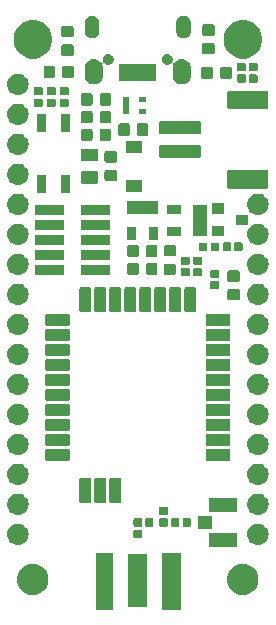
<source format=gts>
G04 #@! TF.GenerationSoftware,KiCad,Pcbnew,(5.0.1-3-g963ef8bb5)*
G04 #@! TF.CreationDate,2019-02-28T22:02:17+01:00*
G04 #@! TF.ProjectId,TLM-breakout-v1,544C4D2D627265616B6F75742D76312E,1.0*
G04 #@! TF.SameCoordinates,Original*
G04 #@! TF.FileFunction,Soldermask,Top*
G04 #@! TF.FilePolarity,Negative*
%FSLAX46Y46*%
G04 Gerber Fmt 4.6, Leading zero omitted, Abs format (unit mm)*
G04 Created by KiCad (PCBNEW (5.0.1-3-g963ef8bb5)) date 2019 February 28, Thursday 22:02:17*
%MOMM*%
%LPD*%
G01*
G04 APERTURE LIST*
%ADD10C,0.100000*%
G04 APERTURE END LIST*
D10*
G36*
X139516000Y-119391000D02*
X137914000Y-119391000D01*
X137914000Y-114589000D01*
X139516000Y-114589000D01*
X139516000Y-119391000D01*
X139516000Y-119391000D01*
G37*
G36*
X133791000Y-119391000D02*
X132339000Y-119391000D01*
X132339000Y-114589000D01*
X133791000Y-114589000D01*
X133791000Y-119391000D01*
X133791000Y-119391000D01*
G37*
G36*
X136691000Y-119218000D02*
X135089000Y-119218000D01*
X135089000Y-114716000D01*
X136691000Y-114716000D01*
X136691000Y-119218000D01*
X136691000Y-119218000D01*
G37*
G36*
X145080250Y-115548843D02*
X145165322Y-115565765D01*
X145235735Y-115594931D01*
X145405728Y-115665344D01*
X145622092Y-115809914D01*
X145806086Y-115993908D01*
X145950656Y-116210272D01*
X146050235Y-116450679D01*
X146101000Y-116705891D01*
X146101000Y-116966109D01*
X146050235Y-117221321D01*
X145950656Y-117461728D01*
X145806086Y-117678092D01*
X145622092Y-117862086D01*
X145405728Y-118006656D01*
X145235735Y-118077069D01*
X145165322Y-118106235D01*
X145080250Y-118123157D01*
X144910109Y-118157000D01*
X144649891Y-118157000D01*
X144479750Y-118123157D01*
X144394678Y-118106235D01*
X144324265Y-118077069D01*
X144154272Y-118006656D01*
X143937908Y-117862086D01*
X143753914Y-117678092D01*
X143609344Y-117461728D01*
X143509765Y-117221321D01*
X143459000Y-116966109D01*
X143459000Y-116705891D01*
X143509765Y-116450679D01*
X143609344Y-116210272D01*
X143753914Y-115993908D01*
X143937908Y-115809914D01*
X144154272Y-115665344D01*
X144324265Y-115594931D01*
X144394678Y-115565765D01*
X144479750Y-115548843D01*
X144649891Y-115515000D01*
X144910109Y-115515000D01*
X145080250Y-115548843D01*
X145080250Y-115548843D01*
G37*
G36*
X127300250Y-115548843D02*
X127385322Y-115565765D01*
X127455735Y-115594931D01*
X127625728Y-115665344D01*
X127842092Y-115809914D01*
X128026086Y-115993908D01*
X128170656Y-116210272D01*
X128270235Y-116450679D01*
X128321000Y-116705891D01*
X128321000Y-116966109D01*
X128270235Y-117221321D01*
X128170656Y-117461728D01*
X128026086Y-117678092D01*
X127842092Y-117862086D01*
X127625728Y-118006656D01*
X127455735Y-118077069D01*
X127385322Y-118106235D01*
X127300250Y-118123157D01*
X127130109Y-118157000D01*
X126869891Y-118157000D01*
X126699750Y-118123157D01*
X126614678Y-118106235D01*
X126544265Y-118077069D01*
X126374272Y-118006656D01*
X126157908Y-117862086D01*
X125973914Y-117678092D01*
X125829344Y-117461728D01*
X125729765Y-117221321D01*
X125679000Y-116966109D01*
X125679000Y-116705891D01*
X125729765Y-116450679D01*
X125829344Y-116210272D01*
X125973914Y-115993908D01*
X126157908Y-115809914D01*
X126374272Y-115665344D01*
X126544265Y-115594931D01*
X126614678Y-115565765D01*
X126699750Y-115548843D01*
X126869891Y-115515000D01*
X127130109Y-115515000D01*
X127300250Y-115548843D01*
X127300250Y-115548843D01*
G37*
G36*
X144247000Y-114065000D02*
X141945000Y-114065000D01*
X141945000Y-112913000D01*
X144247000Y-112913000D01*
X144247000Y-114065000D01*
X144247000Y-114065000D01*
G37*
G36*
X146160443Y-112131519D02*
X146226627Y-112138037D01*
X146339853Y-112172384D01*
X146396467Y-112189557D01*
X146492634Y-112240960D01*
X146552991Y-112273222D01*
X146572406Y-112289156D01*
X146690186Y-112385814D01*
X146773448Y-112487271D01*
X146802778Y-112523009D01*
X146802779Y-112523011D01*
X146886443Y-112679533D01*
X146888487Y-112686271D01*
X146937963Y-112849373D01*
X146955359Y-113026000D01*
X146937963Y-113202627D01*
X146910000Y-113294808D01*
X146886443Y-113372467D01*
X146812348Y-113511087D01*
X146802778Y-113528991D01*
X146773448Y-113564729D01*
X146690186Y-113666186D01*
X146588729Y-113749448D01*
X146552991Y-113778778D01*
X146552989Y-113778779D01*
X146396467Y-113862443D01*
X146339853Y-113879616D01*
X146226627Y-113913963D01*
X146160443Y-113920481D01*
X146094260Y-113927000D01*
X146005740Y-113927000D01*
X145939557Y-113920481D01*
X145873373Y-113913963D01*
X145760147Y-113879616D01*
X145703533Y-113862443D01*
X145547011Y-113778779D01*
X145547009Y-113778778D01*
X145511271Y-113749448D01*
X145409814Y-113666186D01*
X145326552Y-113564729D01*
X145297222Y-113528991D01*
X145287652Y-113511087D01*
X145213557Y-113372467D01*
X145190000Y-113294808D01*
X145162037Y-113202627D01*
X145144641Y-113026000D01*
X145162037Y-112849373D01*
X145211513Y-112686271D01*
X145213557Y-112679533D01*
X145297221Y-112523011D01*
X145297222Y-112523009D01*
X145326552Y-112487271D01*
X145409814Y-112385814D01*
X145527594Y-112289156D01*
X145547009Y-112273222D01*
X145607366Y-112240960D01*
X145703533Y-112189557D01*
X145760147Y-112172384D01*
X145873373Y-112138037D01*
X145939557Y-112131519D01*
X146005740Y-112125000D01*
X146094260Y-112125000D01*
X146160443Y-112131519D01*
X146160443Y-112131519D01*
G37*
G36*
X125840443Y-112131519D02*
X125906627Y-112138037D01*
X126019853Y-112172384D01*
X126076467Y-112189557D01*
X126172634Y-112240960D01*
X126232991Y-112273222D01*
X126252406Y-112289156D01*
X126370186Y-112385814D01*
X126453448Y-112487271D01*
X126482778Y-112523009D01*
X126482779Y-112523011D01*
X126566443Y-112679533D01*
X126568487Y-112686271D01*
X126617963Y-112849373D01*
X126635359Y-113026000D01*
X126617963Y-113202627D01*
X126590000Y-113294808D01*
X126566443Y-113372467D01*
X126492348Y-113511087D01*
X126482778Y-113528991D01*
X126453448Y-113564729D01*
X126370186Y-113666186D01*
X126268729Y-113749448D01*
X126232991Y-113778778D01*
X126232989Y-113778779D01*
X126076467Y-113862443D01*
X126019853Y-113879616D01*
X125906627Y-113913963D01*
X125840443Y-113920481D01*
X125774260Y-113927000D01*
X125685740Y-113927000D01*
X125619557Y-113920481D01*
X125553373Y-113913963D01*
X125440147Y-113879616D01*
X125383533Y-113862443D01*
X125227011Y-113778779D01*
X125227009Y-113778778D01*
X125191271Y-113749448D01*
X125089814Y-113666186D01*
X125006552Y-113564729D01*
X124977222Y-113528991D01*
X124967652Y-113511087D01*
X124893557Y-113372467D01*
X124870000Y-113294808D01*
X124842037Y-113202627D01*
X124824641Y-113026000D01*
X124842037Y-112849373D01*
X124891513Y-112686271D01*
X124893557Y-112679533D01*
X124977221Y-112523011D01*
X124977222Y-112523009D01*
X125006552Y-112487271D01*
X125089814Y-112385814D01*
X125207594Y-112289156D01*
X125227009Y-112273222D01*
X125287366Y-112240960D01*
X125383533Y-112189557D01*
X125440147Y-112172384D01*
X125553373Y-112138037D01*
X125619557Y-112131519D01*
X125685740Y-112125000D01*
X125774260Y-112125000D01*
X125840443Y-112131519D01*
X125840443Y-112131519D01*
G37*
G36*
X136171938Y-112638316D02*
X136192556Y-112644570D01*
X136211556Y-112654726D01*
X136228208Y-112668392D01*
X136241874Y-112685044D01*
X136252030Y-112704044D01*
X136258284Y-112724662D01*
X136261000Y-112752240D01*
X136261000Y-113210960D01*
X136258284Y-113238538D01*
X136252030Y-113259156D01*
X136241874Y-113278156D01*
X136228208Y-113294808D01*
X136211556Y-113308474D01*
X136192556Y-113318630D01*
X136171938Y-113324884D01*
X136144360Y-113327600D01*
X135635640Y-113327600D01*
X135608062Y-113324884D01*
X135587444Y-113318630D01*
X135568444Y-113308474D01*
X135551792Y-113294808D01*
X135538126Y-113278156D01*
X135527970Y-113259156D01*
X135521716Y-113238538D01*
X135519000Y-113210960D01*
X135519000Y-112752240D01*
X135521716Y-112724662D01*
X135527970Y-112704044D01*
X135538126Y-112685044D01*
X135551792Y-112668392D01*
X135568444Y-112654726D01*
X135587444Y-112644570D01*
X135608062Y-112638316D01*
X135635640Y-112635600D01*
X136144360Y-112635600D01*
X136171938Y-112638316D01*
X136171938Y-112638316D01*
G37*
G36*
X142147000Y-112565000D02*
X140995000Y-112565000D01*
X140995000Y-111463000D01*
X142147000Y-111463000D01*
X142147000Y-112565000D01*
X142147000Y-112565000D01*
G37*
G36*
X140289538Y-111645716D02*
X140310156Y-111651970D01*
X140329156Y-111662126D01*
X140345808Y-111675792D01*
X140359474Y-111692444D01*
X140369630Y-111711444D01*
X140375884Y-111732062D01*
X140378600Y-111759640D01*
X140378600Y-112268360D01*
X140375884Y-112295938D01*
X140369630Y-112316556D01*
X140359474Y-112335556D01*
X140345808Y-112352208D01*
X140329156Y-112365874D01*
X140310156Y-112376030D01*
X140289538Y-112382284D01*
X140261960Y-112385000D01*
X139803240Y-112385000D01*
X139775662Y-112382284D01*
X139755044Y-112376030D01*
X139736044Y-112365874D01*
X139719392Y-112352208D01*
X139705726Y-112335556D01*
X139695570Y-112316556D01*
X139689316Y-112295938D01*
X139686600Y-112268360D01*
X139686600Y-111759640D01*
X139689316Y-111732062D01*
X139695570Y-111711444D01*
X139705726Y-111692444D01*
X139719392Y-111675792D01*
X139736044Y-111662126D01*
X139755044Y-111651970D01*
X139775662Y-111645716D01*
X139803240Y-111643000D01*
X140261960Y-111643000D01*
X140289538Y-111645716D01*
X140289538Y-111645716D01*
G37*
G36*
X139319538Y-111645716D02*
X139340156Y-111651970D01*
X139359156Y-111662126D01*
X139375808Y-111675792D01*
X139389474Y-111692444D01*
X139399630Y-111711444D01*
X139405884Y-111732062D01*
X139408600Y-111759640D01*
X139408600Y-112268360D01*
X139405884Y-112295938D01*
X139399630Y-112316556D01*
X139389474Y-112335556D01*
X139375808Y-112352208D01*
X139359156Y-112365874D01*
X139340156Y-112376030D01*
X139319538Y-112382284D01*
X139291960Y-112385000D01*
X138833240Y-112385000D01*
X138805662Y-112382284D01*
X138785044Y-112376030D01*
X138766044Y-112365874D01*
X138749392Y-112352208D01*
X138735726Y-112335556D01*
X138725570Y-112316556D01*
X138719316Y-112295938D01*
X138716600Y-112268360D01*
X138716600Y-111759640D01*
X138719316Y-111732062D01*
X138725570Y-111711444D01*
X138735726Y-111692444D01*
X138749392Y-111675792D01*
X138766044Y-111662126D01*
X138785044Y-111651970D01*
X138805662Y-111645716D01*
X138833240Y-111643000D01*
X139291960Y-111643000D01*
X139319538Y-111645716D01*
X139319538Y-111645716D01*
G37*
G36*
X137114538Y-111645716D02*
X137135156Y-111651970D01*
X137154156Y-111662126D01*
X137170808Y-111675792D01*
X137184474Y-111692444D01*
X137194630Y-111711444D01*
X137200884Y-111732062D01*
X137203600Y-111759640D01*
X137203600Y-112268360D01*
X137200884Y-112295938D01*
X137194630Y-112316556D01*
X137184474Y-112335556D01*
X137170808Y-112352208D01*
X137154156Y-112365874D01*
X137135156Y-112376030D01*
X137114538Y-112382284D01*
X137086960Y-112385000D01*
X136628240Y-112385000D01*
X136600662Y-112382284D01*
X136580044Y-112376030D01*
X136561044Y-112365874D01*
X136544392Y-112352208D01*
X136530726Y-112335556D01*
X136520570Y-112316556D01*
X136514316Y-112295938D01*
X136511600Y-112268360D01*
X136511600Y-111759640D01*
X136514316Y-111732062D01*
X136520570Y-111711444D01*
X136530726Y-111692444D01*
X136544392Y-111675792D01*
X136561044Y-111662126D01*
X136580044Y-111651970D01*
X136600662Y-111645716D01*
X136628240Y-111643000D01*
X137086960Y-111643000D01*
X137114538Y-111645716D01*
X137114538Y-111645716D01*
G37*
G36*
X136144538Y-111645716D02*
X136165156Y-111651970D01*
X136184156Y-111662126D01*
X136209977Y-111683317D01*
X136210613Y-111683953D01*
X136228209Y-111698393D01*
X136241874Y-111715044D01*
X136252030Y-111734044D01*
X136258284Y-111754662D01*
X136261000Y-111782240D01*
X136261000Y-112240960D01*
X136258284Y-112268538D01*
X136252030Y-112289156D01*
X136241874Y-112308156D01*
X136228205Y-112324811D01*
X136222674Y-112329351D01*
X136205351Y-112346674D01*
X136200811Y-112352205D01*
X136184156Y-112365874D01*
X136165156Y-112376030D01*
X136144538Y-112382284D01*
X136116960Y-112385000D01*
X135658240Y-112385000D01*
X135630662Y-112382284D01*
X135610044Y-112376030D01*
X135591044Y-112365874D01*
X135574393Y-112352209D01*
X135559953Y-112334613D01*
X135559317Y-112333977D01*
X135538126Y-112308156D01*
X135527970Y-112289156D01*
X135521716Y-112268538D01*
X135519000Y-112240960D01*
X135519000Y-111782240D01*
X135521716Y-111754662D01*
X135527970Y-111734044D01*
X135538126Y-111715044D01*
X135551790Y-111698394D01*
X135554688Y-111696016D01*
X135572016Y-111678688D01*
X135574394Y-111675790D01*
X135591044Y-111662126D01*
X135610044Y-111651970D01*
X135630662Y-111645716D01*
X135658240Y-111643000D01*
X136116960Y-111643000D01*
X136144538Y-111645716D01*
X136144538Y-111645716D01*
G37*
G36*
X138356338Y-111673116D02*
X138376956Y-111679370D01*
X138395956Y-111689526D01*
X138412608Y-111703192D01*
X138426274Y-111719844D01*
X138436430Y-111738844D01*
X138442684Y-111759462D01*
X138445400Y-111787040D01*
X138445400Y-112245760D01*
X138442684Y-112273338D01*
X138436430Y-112293956D01*
X138426274Y-112312956D01*
X138412608Y-112329608D01*
X138395956Y-112343274D01*
X138376956Y-112353430D01*
X138356338Y-112359684D01*
X138328760Y-112362400D01*
X137820040Y-112362400D01*
X137792462Y-112359684D01*
X137771844Y-112353430D01*
X137752844Y-112343274D01*
X137736192Y-112329608D01*
X137722526Y-112312956D01*
X137712370Y-112293956D01*
X137706116Y-112273338D01*
X137703400Y-112245760D01*
X137703400Y-111787040D01*
X137706116Y-111759462D01*
X137712370Y-111738844D01*
X137722526Y-111719844D01*
X137736192Y-111703192D01*
X137752844Y-111689526D01*
X137771844Y-111679370D01*
X137792462Y-111673116D01*
X137820040Y-111670400D01*
X138328760Y-111670400D01*
X138356338Y-111673116D01*
X138356338Y-111673116D01*
G37*
G36*
X138356338Y-110703116D02*
X138376956Y-110709370D01*
X138395956Y-110719526D01*
X138412608Y-110733192D01*
X138426274Y-110749844D01*
X138436430Y-110768844D01*
X138442684Y-110789462D01*
X138445400Y-110817040D01*
X138445400Y-111275760D01*
X138442684Y-111303338D01*
X138436430Y-111323956D01*
X138426274Y-111342956D01*
X138412608Y-111359608D01*
X138395956Y-111373274D01*
X138376956Y-111383430D01*
X138356338Y-111389684D01*
X138328760Y-111392400D01*
X137820040Y-111392400D01*
X137792462Y-111389684D01*
X137771844Y-111383430D01*
X137752844Y-111373274D01*
X137736192Y-111359608D01*
X137722526Y-111342956D01*
X137712370Y-111323956D01*
X137706116Y-111303338D01*
X137703400Y-111275760D01*
X137703400Y-110817040D01*
X137706116Y-110789462D01*
X137712370Y-110768844D01*
X137722526Y-110749844D01*
X137736192Y-110733192D01*
X137752844Y-110719526D01*
X137771844Y-110709370D01*
X137792462Y-110703116D01*
X137820040Y-110700400D01*
X138328760Y-110700400D01*
X138356338Y-110703116D01*
X138356338Y-110703116D01*
G37*
G36*
X125840442Y-109591518D02*
X125906627Y-109598037D01*
X126019853Y-109632384D01*
X126076467Y-109649557D01*
X126215087Y-109723652D01*
X126232991Y-109733222D01*
X126268729Y-109762552D01*
X126370186Y-109845814D01*
X126453448Y-109947271D01*
X126482778Y-109983009D01*
X126482779Y-109983011D01*
X126566443Y-110139533D01*
X126579536Y-110182696D01*
X126617963Y-110309373D01*
X126635359Y-110486000D01*
X126617963Y-110662627D01*
X126602510Y-110713569D01*
X126566443Y-110832467D01*
X126492348Y-110971087D01*
X126482778Y-110988991D01*
X126453448Y-111024729D01*
X126370186Y-111126186D01*
X126268729Y-111209448D01*
X126232991Y-111238778D01*
X126232989Y-111238779D01*
X126076467Y-111322443D01*
X126019853Y-111339616D01*
X125906627Y-111373963D01*
X125853139Y-111379231D01*
X125774260Y-111387000D01*
X125685740Y-111387000D01*
X125606861Y-111379231D01*
X125553373Y-111373963D01*
X125440147Y-111339616D01*
X125383533Y-111322443D01*
X125227011Y-111238779D01*
X125227009Y-111238778D01*
X125191271Y-111209448D01*
X125089814Y-111126186D01*
X125006552Y-111024729D01*
X124977222Y-110988991D01*
X124967652Y-110971087D01*
X124893557Y-110832467D01*
X124857490Y-110713569D01*
X124842037Y-110662627D01*
X124824641Y-110486000D01*
X124842037Y-110309373D01*
X124880464Y-110182696D01*
X124893557Y-110139533D01*
X124977221Y-109983011D01*
X124977222Y-109983009D01*
X125006552Y-109947271D01*
X125089814Y-109845814D01*
X125191271Y-109762552D01*
X125227009Y-109733222D01*
X125244913Y-109723652D01*
X125383533Y-109649557D01*
X125440147Y-109632384D01*
X125553373Y-109598037D01*
X125619558Y-109591518D01*
X125685740Y-109585000D01*
X125774260Y-109585000D01*
X125840442Y-109591518D01*
X125840442Y-109591518D01*
G37*
G36*
X146160442Y-109591518D02*
X146226627Y-109598037D01*
X146339853Y-109632384D01*
X146396467Y-109649557D01*
X146535087Y-109723652D01*
X146552991Y-109733222D01*
X146588729Y-109762552D01*
X146690186Y-109845814D01*
X146773448Y-109947271D01*
X146802778Y-109983009D01*
X146802779Y-109983011D01*
X146886443Y-110139533D01*
X146899536Y-110182696D01*
X146937963Y-110309373D01*
X146955359Y-110486000D01*
X146937963Y-110662627D01*
X146922510Y-110713569D01*
X146886443Y-110832467D01*
X146812348Y-110971087D01*
X146802778Y-110988991D01*
X146773448Y-111024729D01*
X146690186Y-111126186D01*
X146588729Y-111209448D01*
X146552991Y-111238778D01*
X146552989Y-111238779D01*
X146396467Y-111322443D01*
X146339853Y-111339616D01*
X146226627Y-111373963D01*
X146173139Y-111379231D01*
X146094260Y-111387000D01*
X146005740Y-111387000D01*
X145926861Y-111379231D01*
X145873373Y-111373963D01*
X145760147Y-111339616D01*
X145703533Y-111322443D01*
X145547011Y-111238779D01*
X145547009Y-111238778D01*
X145511271Y-111209448D01*
X145409814Y-111126186D01*
X145326552Y-111024729D01*
X145297222Y-110988991D01*
X145287652Y-110971087D01*
X145213557Y-110832467D01*
X145177490Y-110713569D01*
X145162037Y-110662627D01*
X145144641Y-110486000D01*
X145162037Y-110309373D01*
X145200464Y-110182696D01*
X145213557Y-110139533D01*
X145297221Y-109983011D01*
X145297222Y-109983009D01*
X145326552Y-109947271D01*
X145409814Y-109845814D01*
X145511271Y-109762552D01*
X145547009Y-109733222D01*
X145564913Y-109723652D01*
X145703533Y-109649557D01*
X145760147Y-109632384D01*
X145873373Y-109598037D01*
X145939558Y-109591518D01*
X146005740Y-109585000D01*
X146094260Y-109585000D01*
X146160442Y-109591518D01*
X146160442Y-109591518D01*
G37*
G36*
X144247000Y-111115000D02*
X141945000Y-111115000D01*
X141945000Y-109963000D01*
X144247000Y-109963000D01*
X144247000Y-111115000D01*
X144247000Y-111115000D01*
G37*
G36*
X134384944Y-108245002D02*
X134408355Y-108252104D01*
X134429936Y-108263639D01*
X134448844Y-108279156D01*
X134464361Y-108298064D01*
X134475896Y-108319645D01*
X134482998Y-108343056D01*
X134486000Y-108373538D01*
X134486000Y-110212462D01*
X134482998Y-110242944D01*
X134475896Y-110266355D01*
X134464361Y-110287936D01*
X134448844Y-110306844D01*
X134429936Y-110322361D01*
X134408355Y-110333896D01*
X134384944Y-110340998D01*
X134354462Y-110344000D01*
X133615538Y-110344000D01*
X133585056Y-110340998D01*
X133561645Y-110333896D01*
X133540064Y-110322361D01*
X133521156Y-110306844D01*
X133505639Y-110287936D01*
X133494104Y-110266355D01*
X133487002Y-110242944D01*
X133484000Y-110212462D01*
X133484000Y-108373538D01*
X133487002Y-108343056D01*
X133494104Y-108319645D01*
X133505639Y-108298064D01*
X133521156Y-108279156D01*
X133540064Y-108263639D01*
X133561645Y-108252104D01*
X133585056Y-108245002D01*
X133615538Y-108242000D01*
X134354462Y-108242000D01*
X134384944Y-108245002D01*
X134384944Y-108245002D01*
G37*
G36*
X133114944Y-108245002D02*
X133138355Y-108252104D01*
X133159936Y-108263639D01*
X133178844Y-108279156D01*
X133194361Y-108298064D01*
X133205896Y-108319645D01*
X133212998Y-108343056D01*
X133216000Y-108373538D01*
X133216000Y-110212462D01*
X133212998Y-110242944D01*
X133205896Y-110266355D01*
X133194361Y-110287936D01*
X133178844Y-110306844D01*
X133159936Y-110322361D01*
X133138355Y-110333896D01*
X133114944Y-110340998D01*
X133084462Y-110344000D01*
X132345538Y-110344000D01*
X132315056Y-110340998D01*
X132291645Y-110333896D01*
X132270064Y-110322361D01*
X132251156Y-110306844D01*
X132235639Y-110287936D01*
X132224104Y-110266355D01*
X132217002Y-110242944D01*
X132214000Y-110212462D01*
X132214000Y-108373538D01*
X132217002Y-108343056D01*
X132224104Y-108319645D01*
X132235639Y-108298064D01*
X132251156Y-108279156D01*
X132270064Y-108263639D01*
X132291645Y-108252104D01*
X132315056Y-108245002D01*
X132345538Y-108242000D01*
X133084462Y-108242000D01*
X133114944Y-108245002D01*
X133114944Y-108245002D01*
G37*
G36*
X131844944Y-108245002D02*
X131868355Y-108252104D01*
X131889936Y-108263639D01*
X131908844Y-108279156D01*
X131924361Y-108298064D01*
X131935896Y-108319645D01*
X131942998Y-108343056D01*
X131946000Y-108373538D01*
X131946000Y-110212462D01*
X131942998Y-110242944D01*
X131935896Y-110266355D01*
X131924361Y-110287936D01*
X131908844Y-110306844D01*
X131889936Y-110322361D01*
X131868355Y-110333896D01*
X131844944Y-110340998D01*
X131814462Y-110344000D01*
X131075538Y-110344000D01*
X131045056Y-110340998D01*
X131021645Y-110333896D01*
X131000064Y-110322361D01*
X130981156Y-110306844D01*
X130965639Y-110287936D01*
X130954104Y-110266355D01*
X130947002Y-110242944D01*
X130944000Y-110212462D01*
X130944000Y-108373538D01*
X130947002Y-108343056D01*
X130954104Y-108319645D01*
X130965639Y-108298064D01*
X130981156Y-108279156D01*
X131000064Y-108263639D01*
X131021645Y-108252104D01*
X131045056Y-108245002D01*
X131075538Y-108242000D01*
X131814462Y-108242000D01*
X131844944Y-108245002D01*
X131844944Y-108245002D01*
G37*
G36*
X146160443Y-107051519D02*
X146226627Y-107058037D01*
X146339853Y-107092384D01*
X146396467Y-107109557D01*
X146535087Y-107183652D01*
X146552991Y-107193222D01*
X146588729Y-107222552D01*
X146690186Y-107305814D01*
X146773448Y-107407271D01*
X146802778Y-107443009D01*
X146802779Y-107443011D01*
X146886443Y-107599533D01*
X146886443Y-107599534D01*
X146937963Y-107769373D01*
X146955359Y-107946000D01*
X146937963Y-108122627D01*
X146903616Y-108235853D01*
X146886443Y-108292467D01*
X146812348Y-108431087D01*
X146802778Y-108448991D01*
X146773448Y-108484729D01*
X146690186Y-108586186D01*
X146588729Y-108669448D01*
X146552991Y-108698778D01*
X146552989Y-108698779D01*
X146396467Y-108782443D01*
X146339853Y-108799616D01*
X146226627Y-108833963D01*
X146160443Y-108840481D01*
X146094260Y-108847000D01*
X146005740Y-108847000D01*
X145939557Y-108840481D01*
X145873373Y-108833963D01*
X145760147Y-108799616D01*
X145703533Y-108782443D01*
X145547011Y-108698779D01*
X145547009Y-108698778D01*
X145511271Y-108669448D01*
X145409814Y-108586186D01*
X145326552Y-108484729D01*
X145297222Y-108448991D01*
X145287652Y-108431087D01*
X145213557Y-108292467D01*
X145196384Y-108235853D01*
X145162037Y-108122627D01*
X145144641Y-107946000D01*
X145162037Y-107769373D01*
X145213557Y-107599534D01*
X145213557Y-107599533D01*
X145297221Y-107443011D01*
X145297222Y-107443009D01*
X145326552Y-107407271D01*
X145409814Y-107305814D01*
X145511271Y-107222552D01*
X145547009Y-107193222D01*
X145564913Y-107183652D01*
X145703533Y-107109557D01*
X145760147Y-107092384D01*
X145873373Y-107058037D01*
X145939557Y-107051519D01*
X146005740Y-107045000D01*
X146094260Y-107045000D01*
X146160443Y-107051519D01*
X146160443Y-107051519D01*
G37*
G36*
X125840443Y-107051519D02*
X125906627Y-107058037D01*
X126019853Y-107092384D01*
X126076467Y-107109557D01*
X126215087Y-107183652D01*
X126232991Y-107193222D01*
X126268729Y-107222552D01*
X126370186Y-107305814D01*
X126453448Y-107407271D01*
X126482778Y-107443009D01*
X126482779Y-107443011D01*
X126566443Y-107599533D01*
X126566443Y-107599534D01*
X126617963Y-107769373D01*
X126635359Y-107946000D01*
X126617963Y-108122627D01*
X126583616Y-108235853D01*
X126566443Y-108292467D01*
X126492348Y-108431087D01*
X126482778Y-108448991D01*
X126453448Y-108484729D01*
X126370186Y-108586186D01*
X126268729Y-108669448D01*
X126232991Y-108698778D01*
X126232989Y-108698779D01*
X126076467Y-108782443D01*
X126019853Y-108799616D01*
X125906627Y-108833963D01*
X125840443Y-108840481D01*
X125774260Y-108847000D01*
X125685740Y-108847000D01*
X125619557Y-108840481D01*
X125553373Y-108833963D01*
X125440147Y-108799616D01*
X125383533Y-108782443D01*
X125227011Y-108698779D01*
X125227009Y-108698778D01*
X125191271Y-108669448D01*
X125089814Y-108586186D01*
X125006552Y-108484729D01*
X124977222Y-108448991D01*
X124967652Y-108431087D01*
X124893557Y-108292467D01*
X124876384Y-108235853D01*
X124842037Y-108122627D01*
X124824641Y-107946000D01*
X124842037Y-107769373D01*
X124893557Y-107599534D01*
X124893557Y-107599533D01*
X124977221Y-107443011D01*
X124977222Y-107443009D01*
X125006552Y-107407271D01*
X125089814Y-107305814D01*
X125191271Y-107222552D01*
X125227009Y-107193222D01*
X125244913Y-107183652D01*
X125383533Y-107109557D01*
X125440147Y-107092384D01*
X125553373Y-107058037D01*
X125619557Y-107051519D01*
X125685740Y-107045000D01*
X125774260Y-107045000D01*
X125840443Y-107051519D01*
X125840443Y-107051519D01*
G37*
G36*
X130035944Y-105801002D02*
X130059355Y-105808104D01*
X130080936Y-105819639D01*
X130099844Y-105835156D01*
X130115361Y-105854064D01*
X130126896Y-105875645D01*
X130133998Y-105899056D01*
X130137000Y-105929538D01*
X130137000Y-106668462D01*
X130133998Y-106698944D01*
X130126896Y-106722355D01*
X130115361Y-106743936D01*
X130099844Y-106762844D01*
X130080936Y-106778361D01*
X130059355Y-106789896D01*
X130035944Y-106796998D01*
X130005462Y-106800000D01*
X128166538Y-106800000D01*
X128136056Y-106796998D01*
X128112645Y-106789896D01*
X128091064Y-106778361D01*
X128072156Y-106762844D01*
X128056639Y-106743936D01*
X128045104Y-106722355D01*
X128038002Y-106698944D01*
X128035000Y-106668462D01*
X128035000Y-105929538D01*
X128038002Y-105899056D01*
X128045104Y-105875645D01*
X128056639Y-105854064D01*
X128072156Y-105835156D01*
X128091064Y-105819639D01*
X128112645Y-105808104D01*
X128136056Y-105801002D01*
X128166538Y-105798000D01*
X130005462Y-105798000D01*
X130035944Y-105801002D01*
X130035944Y-105801002D01*
G37*
G36*
X143624944Y-105801002D02*
X143648355Y-105808104D01*
X143669936Y-105819639D01*
X143688844Y-105835156D01*
X143704361Y-105854064D01*
X143715896Y-105875645D01*
X143722998Y-105899056D01*
X143726000Y-105929538D01*
X143726000Y-106668462D01*
X143722998Y-106698944D01*
X143715896Y-106722355D01*
X143704361Y-106743936D01*
X143688844Y-106762844D01*
X143669936Y-106778361D01*
X143648355Y-106789896D01*
X143624944Y-106796998D01*
X143594462Y-106800000D01*
X141755538Y-106800000D01*
X141725056Y-106796998D01*
X141701645Y-106789896D01*
X141680064Y-106778361D01*
X141661156Y-106762844D01*
X141645639Y-106743936D01*
X141634104Y-106722355D01*
X141627002Y-106698944D01*
X141624000Y-106668462D01*
X141624000Y-105929538D01*
X141627002Y-105899056D01*
X141634104Y-105875645D01*
X141645639Y-105854064D01*
X141661156Y-105835156D01*
X141680064Y-105819639D01*
X141701645Y-105808104D01*
X141725056Y-105801002D01*
X141755538Y-105798000D01*
X143594462Y-105798000D01*
X143624944Y-105801002D01*
X143624944Y-105801002D01*
G37*
G36*
X125840443Y-104511519D02*
X125906627Y-104518037D01*
X126010805Y-104549639D01*
X126076467Y-104569557D01*
X126165345Y-104617064D01*
X126232991Y-104653222D01*
X126268729Y-104682552D01*
X126370186Y-104765814D01*
X126453448Y-104867271D01*
X126482778Y-104903009D01*
X126482779Y-104903011D01*
X126566443Y-105059533D01*
X126566443Y-105059534D01*
X126617963Y-105229373D01*
X126635359Y-105406000D01*
X126617963Y-105582627D01*
X126583616Y-105695853D01*
X126566443Y-105752467D01*
X126500602Y-105875645D01*
X126482778Y-105908991D01*
X126465915Y-105929538D01*
X126370186Y-106046186D01*
X126268729Y-106129448D01*
X126232991Y-106158778D01*
X126232989Y-106158779D01*
X126076467Y-106242443D01*
X126019853Y-106259616D01*
X125906627Y-106293963D01*
X125840442Y-106300482D01*
X125774260Y-106307000D01*
X125685740Y-106307000D01*
X125619558Y-106300482D01*
X125553373Y-106293963D01*
X125440147Y-106259616D01*
X125383533Y-106242443D01*
X125227011Y-106158779D01*
X125227009Y-106158778D01*
X125191271Y-106129448D01*
X125089814Y-106046186D01*
X124994085Y-105929538D01*
X124977222Y-105908991D01*
X124959398Y-105875645D01*
X124893557Y-105752467D01*
X124876384Y-105695853D01*
X124842037Y-105582627D01*
X124824641Y-105406000D01*
X124842037Y-105229373D01*
X124893557Y-105059534D01*
X124893557Y-105059533D01*
X124977221Y-104903011D01*
X124977222Y-104903009D01*
X125006552Y-104867271D01*
X125089814Y-104765814D01*
X125191271Y-104682552D01*
X125227009Y-104653222D01*
X125294655Y-104617064D01*
X125383533Y-104569557D01*
X125449195Y-104549639D01*
X125553373Y-104518037D01*
X125619558Y-104511518D01*
X125685740Y-104505000D01*
X125774260Y-104505000D01*
X125840443Y-104511519D01*
X125840443Y-104511519D01*
G37*
G36*
X146160443Y-104511519D02*
X146226627Y-104518037D01*
X146330805Y-104549639D01*
X146396467Y-104569557D01*
X146485345Y-104617064D01*
X146552991Y-104653222D01*
X146588729Y-104682552D01*
X146690186Y-104765814D01*
X146773448Y-104867271D01*
X146802778Y-104903009D01*
X146802779Y-104903011D01*
X146886443Y-105059533D01*
X146886443Y-105059534D01*
X146937963Y-105229373D01*
X146955359Y-105406000D01*
X146937963Y-105582627D01*
X146903616Y-105695853D01*
X146886443Y-105752467D01*
X146820602Y-105875645D01*
X146802778Y-105908991D01*
X146785915Y-105929538D01*
X146690186Y-106046186D01*
X146588729Y-106129448D01*
X146552991Y-106158778D01*
X146552989Y-106158779D01*
X146396467Y-106242443D01*
X146339853Y-106259616D01*
X146226627Y-106293963D01*
X146160442Y-106300482D01*
X146094260Y-106307000D01*
X146005740Y-106307000D01*
X145939558Y-106300482D01*
X145873373Y-106293963D01*
X145760147Y-106259616D01*
X145703533Y-106242443D01*
X145547011Y-106158779D01*
X145547009Y-106158778D01*
X145511271Y-106129448D01*
X145409814Y-106046186D01*
X145314085Y-105929538D01*
X145297222Y-105908991D01*
X145279398Y-105875645D01*
X145213557Y-105752467D01*
X145196384Y-105695853D01*
X145162037Y-105582627D01*
X145144641Y-105406000D01*
X145162037Y-105229373D01*
X145213557Y-105059534D01*
X145213557Y-105059533D01*
X145297221Y-104903011D01*
X145297222Y-104903009D01*
X145326552Y-104867271D01*
X145409814Y-104765814D01*
X145511271Y-104682552D01*
X145547009Y-104653222D01*
X145614655Y-104617064D01*
X145703533Y-104569557D01*
X145769195Y-104549639D01*
X145873373Y-104518037D01*
X145939558Y-104511518D01*
X146005740Y-104505000D01*
X146094260Y-104505000D01*
X146160443Y-104511519D01*
X146160443Y-104511519D01*
G37*
G36*
X130035944Y-104531002D02*
X130059355Y-104538104D01*
X130080936Y-104549639D01*
X130099844Y-104565156D01*
X130115361Y-104584064D01*
X130126896Y-104605645D01*
X130133998Y-104629056D01*
X130137000Y-104659538D01*
X130137000Y-105398462D01*
X130133998Y-105428944D01*
X130126896Y-105452355D01*
X130115361Y-105473936D01*
X130099844Y-105492844D01*
X130080936Y-105508361D01*
X130059355Y-105519896D01*
X130035944Y-105526998D01*
X130005462Y-105530000D01*
X128166538Y-105530000D01*
X128136056Y-105526998D01*
X128112645Y-105519896D01*
X128091064Y-105508361D01*
X128072156Y-105492844D01*
X128056639Y-105473936D01*
X128045104Y-105452355D01*
X128038002Y-105428944D01*
X128035000Y-105398462D01*
X128035000Y-104659538D01*
X128038002Y-104629056D01*
X128045104Y-104605645D01*
X128056639Y-104584064D01*
X128072156Y-104565156D01*
X128091064Y-104549639D01*
X128112645Y-104538104D01*
X128136056Y-104531002D01*
X128166538Y-104528000D01*
X130005462Y-104528000D01*
X130035944Y-104531002D01*
X130035944Y-104531002D01*
G37*
G36*
X143624944Y-104531002D02*
X143648355Y-104538104D01*
X143669936Y-104549639D01*
X143688844Y-104565156D01*
X143704361Y-104584064D01*
X143715896Y-104605645D01*
X143722998Y-104629056D01*
X143726000Y-104659538D01*
X143726000Y-105398462D01*
X143722998Y-105428944D01*
X143715896Y-105452355D01*
X143704361Y-105473936D01*
X143688844Y-105492844D01*
X143669936Y-105508361D01*
X143648355Y-105519896D01*
X143624944Y-105526998D01*
X143594462Y-105530000D01*
X141755538Y-105530000D01*
X141725056Y-105526998D01*
X141701645Y-105519896D01*
X141680064Y-105508361D01*
X141661156Y-105492844D01*
X141645639Y-105473936D01*
X141634104Y-105452355D01*
X141627002Y-105428944D01*
X141624000Y-105398462D01*
X141624000Y-104659538D01*
X141627002Y-104629056D01*
X141634104Y-104605645D01*
X141645639Y-104584064D01*
X141661156Y-104565156D01*
X141680064Y-104549639D01*
X141701645Y-104538104D01*
X141725056Y-104531002D01*
X141755538Y-104528000D01*
X143594462Y-104528000D01*
X143624944Y-104531002D01*
X143624944Y-104531002D01*
G37*
G36*
X143624944Y-103261002D02*
X143648355Y-103268104D01*
X143669936Y-103279639D01*
X143688844Y-103295156D01*
X143704361Y-103314064D01*
X143715896Y-103335645D01*
X143722998Y-103359056D01*
X143726000Y-103389538D01*
X143726000Y-104128462D01*
X143722998Y-104158944D01*
X143715896Y-104182355D01*
X143704361Y-104203936D01*
X143688844Y-104222844D01*
X143669936Y-104238361D01*
X143648355Y-104249896D01*
X143624944Y-104256998D01*
X143594462Y-104260000D01*
X141755538Y-104260000D01*
X141725056Y-104256998D01*
X141701645Y-104249896D01*
X141680064Y-104238361D01*
X141661156Y-104222844D01*
X141645639Y-104203936D01*
X141634104Y-104182355D01*
X141627002Y-104158944D01*
X141624000Y-104128462D01*
X141624000Y-103389538D01*
X141627002Y-103359056D01*
X141634104Y-103335645D01*
X141645639Y-103314064D01*
X141661156Y-103295156D01*
X141680064Y-103279639D01*
X141701645Y-103268104D01*
X141725056Y-103261002D01*
X141755538Y-103258000D01*
X143594462Y-103258000D01*
X143624944Y-103261002D01*
X143624944Y-103261002D01*
G37*
G36*
X130035944Y-103261002D02*
X130059355Y-103268104D01*
X130080936Y-103279639D01*
X130099844Y-103295156D01*
X130115361Y-103314064D01*
X130126896Y-103335645D01*
X130133998Y-103359056D01*
X130137000Y-103389538D01*
X130137000Y-104128462D01*
X130133998Y-104158944D01*
X130126896Y-104182355D01*
X130115361Y-104203936D01*
X130099844Y-104222844D01*
X130080936Y-104238361D01*
X130059355Y-104249896D01*
X130035944Y-104256998D01*
X130005462Y-104260000D01*
X128166538Y-104260000D01*
X128136056Y-104256998D01*
X128112645Y-104249896D01*
X128091064Y-104238361D01*
X128072156Y-104222844D01*
X128056639Y-104203936D01*
X128045104Y-104182355D01*
X128038002Y-104158944D01*
X128035000Y-104128462D01*
X128035000Y-103389538D01*
X128038002Y-103359056D01*
X128045104Y-103335645D01*
X128056639Y-103314064D01*
X128072156Y-103295156D01*
X128091064Y-103279639D01*
X128112645Y-103268104D01*
X128136056Y-103261002D01*
X128166538Y-103258000D01*
X130005462Y-103258000D01*
X130035944Y-103261002D01*
X130035944Y-103261002D01*
G37*
G36*
X146160442Y-101971518D02*
X146226627Y-101978037D01*
X146330805Y-102009639D01*
X146396467Y-102029557D01*
X146485345Y-102077064D01*
X146552991Y-102113222D01*
X146588729Y-102142552D01*
X146690186Y-102225814D01*
X146773448Y-102327271D01*
X146802778Y-102363009D01*
X146802779Y-102363011D01*
X146886443Y-102519533D01*
X146886443Y-102519534D01*
X146937963Y-102689373D01*
X146955359Y-102866000D01*
X146937963Y-103042627D01*
X146903616Y-103155853D01*
X146886443Y-103212467D01*
X146820602Y-103335645D01*
X146802778Y-103368991D01*
X146785915Y-103389538D01*
X146690186Y-103506186D01*
X146588729Y-103589448D01*
X146552991Y-103618778D01*
X146552989Y-103618779D01*
X146396467Y-103702443D01*
X146339853Y-103719616D01*
X146226627Y-103753963D01*
X146160443Y-103760481D01*
X146094260Y-103767000D01*
X146005740Y-103767000D01*
X145939557Y-103760481D01*
X145873373Y-103753963D01*
X145760147Y-103719616D01*
X145703533Y-103702443D01*
X145547011Y-103618779D01*
X145547009Y-103618778D01*
X145511271Y-103589448D01*
X145409814Y-103506186D01*
X145314085Y-103389538D01*
X145297222Y-103368991D01*
X145279398Y-103335645D01*
X145213557Y-103212467D01*
X145196384Y-103155853D01*
X145162037Y-103042627D01*
X145144641Y-102866000D01*
X145162037Y-102689373D01*
X145213557Y-102519534D01*
X145213557Y-102519533D01*
X145297221Y-102363011D01*
X145297222Y-102363009D01*
X145326552Y-102327271D01*
X145409814Y-102225814D01*
X145511271Y-102142552D01*
X145547009Y-102113222D01*
X145614655Y-102077064D01*
X145703533Y-102029557D01*
X145769195Y-102009639D01*
X145873373Y-101978037D01*
X145939558Y-101971518D01*
X146005740Y-101965000D01*
X146094260Y-101965000D01*
X146160442Y-101971518D01*
X146160442Y-101971518D01*
G37*
G36*
X125840442Y-101971518D02*
X125906627Y-101978037D01*
X126010805Y-102009639D01*
X126076467Y-102029557D01*
X126165345Y-102077064D01*
X126232991Y-102113222D01*
X126268729Y-102142552D01*
X126370186Y-102225814D01*
X126453448Y-102327271D01*
X126482778Y-102363009D01*
X126482779Y-102363011D01*
X126566443Y-102519533D01*
X126566443Y-102519534D01*
X126617963Y-102689373D01*
X126635359Y-102866000D01*
X126617963Y-103042627D01*
X126583616Y-103155853D01*
X126566443Y-103212467D01*
X126500602Y-103335645D01*
X126482778Y-103368991D01*
X126465915Y-103389538D01*
X126370186Y-103506186D01*
X126268729Y-103589448D01*
X126232991Y-103618778D01*
X126232989Y-103618779D01*
X126076467Y-103702443D01*
X126019853Y-103719616D01*
X125906627Y-103753963D01*
X125840443Y-103760481D01*
X125774260Y-103767000D01*
X125685740Y-103767000D01*
X125619557Y-103760481D01*
X125553373Y-103753963D01*
X125440147Y-103719616D01*
X125383533Y-103702443D01*
X125227011Y-103618779D01*
X125227009Y-103618778D01*
X125191271Y-103589448D01*
X125089814Y-103506186D01*
X124994085Y-103389538D01*
X124977222Y-103368991D01*
X124959398Y-103335645D01*
X124893557Y-103212467D01*
X124876384Y-103155853D01*
X124842037Y-103042627D01*
X124824641Y-102866000D01*
X124842037Y-102689373D01*
X124893557Y-102519534D01*
X124893557Y-102519533D01*
X124977221Y-102363011D01*
X124977222Y-102363009D01*
X125006552Y-102327271D01*
X125089814Y-102225814D01*
X125191271Y-102142552D01*
X125227009Y-102113222D01*
X125294655Y-102077064D01*
X125383533Y-102029557D01*
X125449195Y-102009639D01*
X125553373Y-101978037D01*
X125619558Y-101971518D01*
X125685740Y-101965000D01*
X125774260Y-101965000D01*
X125840442Y-101971518D01*
X125840442Y-101971518D01*
G37*
G36*
X143624944Y-101991002D02*
X143648355Y-101998104D01*
X143669936Y-102009639D01*
X143688844Y-102025156D01*
X143704361Y-102044064D01*
X143715896Y-102065645D01*
X143722998Y-102089056D01*
X143726000Y-102119538D01*
X143726000Y-102858462D01*
X143722998Y-102888944D01*
X143715896Y-102912355D01*
X143704361Y-102933936D01*
X143688844Y-102952844D01*
X143669936Y-102968361D01*
X143648355Y-102979896D01*
X143624944Y-102986998D01*
X143594462Y-102990000D01*
X141755538Y-102990000D01*
X141725056Y-102986998D01*
X141701645Y-102979896D01*
X141680064Y-102968361D01*
X141661156Y-102952844D01*
X141645639Y-102933936D01*
X141634104Y-102912355D01*
X141627002Y-102888944D01*
X141624000Y-102858462D01*
X141624000Y-102119538D01*
X141627002Y-102089056D01*
X141634104Y-102065645D01*
X141645639Y-102044064D01*
X141661156Y-102025156D01*
X141680064Y-102009639D01*
X141701645Y-101998104D01*
X141725056Y-101991002D01*
X141755538Y-101988000D01*
X143594462Y-101988000D01*
X143624944Y-101991002D01*
X143624944Y-101991002D01*
G37*
G36*
X130035944Y-101991002D02*
X130059355Y-101998104D01*
X130080936Y-102009639D01*
X130099844Y-102025156D01*
X130115361Y-102044064D01*
X130126896Y-102065645D01*
X130133998Y-102089056D01*
X130137000Y-102119538D01*
X130137000Y-102858462D01*
X130133998Y-102888944D01*
X130126896Y-102912355D01*
X130115361Y-102933936D01*
X130099844Y-102952844D01*
X130080936Y-102968361D01*
X130059355Y-102979896D01*
X130035944Y-102986998D01*
X130005462Y-102990000D01*
X128166538Y-102990000D01*
X128136056Y-102986998D01*
X128112645Y-102979896D01*
X128091064Y-102968361D01*
X128072156Y-102952844D01*
X128056639Y-102933936D01*
X128045104Y-102912355D01*
X128038002Y-102888944D01*
X128035000Y-102858462D01*
X128035000Y-102119538D01*
X128038002Y-102089056D01*
X128045104Y-102065645D01*
X128056639Y-102044064D01*
X128072156Y-102025156D01*
X128091064Y-102009639D01*
X128112645Y-101998104D01*
X128136056Y-101991002D01*
X128166538Y-101988000D01*
X130005462Y-101988000D01*
X130035944Y-101991002D01*
X130035944Y-101991002D01*
G37*
G36*
X143624944Y-100721002D02*
X143648355Y-100728104D01*
X143669936Y-100739639D01*
X143688844Y-100755156D01*
X143704361Y-100774064D01*
X143715896Y-100795645D01*
X143722998Y-100819056D01*
X143726000Y-100849538D01*
X143726000Y-101588462D01*
X143722998Y-101618944D01*
X143715896Y-101642355D01*
X143704361Y-101663936D01*
X143688844Y-101682844D01*
X143669936Y-101698361D01*
X143648355Y-101709896D01*
X143624944Y-101716998D01*
X143594462Y-101720000D01*
X141755538Y-101720000D01*
X141725056Y-101716998D01*
X141701645Y-101709896D01*
X141680064Y-101698361D01*
X141661156Y-101682844D01*
X141645639Y-101663936D01*
X141634104Y-101642355D01*
X141627002Y-101618944D01*
X141624000Y-101588462D01*
X141624000Y-100849538D01*
X141627002Y-100819056D01*
X141634104Y-100795645D01*
X141645639Y-100774064D01*
X141661156Y-100755156D01*
X141680064Y-100739639D01*
X141701645Y-100728104D01*
X141725056Y-100721002D01*
X141755538Y-100718000D01*
X143594462Y-100718000D01*
X143624944Y-100721002D01*
X143624944Y-100721002D01*
G37*
G36*
X130035944Y-100721002D02*
X130059355Y-100728104D01*
X130080936Y-100739639D01*
X130099844Y-100755156D01*
X130115361Y-100774064D01*
X130126896Y-100795645D01*
X130133998Y-100819056D01*
X130137000Y-100849538D01*
X130137000Y-101588462D01*
X130133998Y-101618944D01*
X130126896Y-101642355D01*
X130115361Y-101663936D01*
X130099844Y-101682844D01*
X130080936Y-101698361D01*
X130059355Y-101709896D01*
X130035944Y-101716998D01*
X130005462Y-101720000D01*
X128166538Y-101720000D01*
X128136056Y-101716998D01*
X128112645Y-101709896D01*
X128091064Y-101698361D01*
X128072156Y-101682844D01*
X128056639Y-101663936D01*
X128045104Y-101642355D01*
X128038002Y-101618944D01*
X128035000Y-101588462D01*
X128035000Y-100849538D01*
X128038002Y-100819056D01*
X128045104Y-100795645D01*
X128056639Y-100774064D01*
X128072156Y-100755156D01*
X128091064Y-100739639D01*
X128112645Y-100728104D01*
X128136056Y-100721002D01*
X128166538Y-100718000D01*
X130005462Y-100718000D01*
X130035944Y-100721002D01*
X130035944Y-100721002D01*
G37*
G36*
X146160443Y-99431519D02*
X146226627Y-99438037D01*
X146330805Y-99469639D01*
X146396467Y-99489557D01*
X146485345Y-99537064D01*
X146552991Y-99573222D01*
X146588729Y-99602552D01*
X146690186Y-99685814D01*
X146773448Y-99787271D01*
X146802778Y-99823009D01*
X146802779Y-99823011D01*
X146886443Y-99979533D01*
X146886443Y-99979534D01*
X146937963Y-100149373D01*
X146955359Y-100326000D01*
X146937963Y-100502627D01*
X146903616Y-100615853D01*
X146886443Y-100672467D01*
X146820602Y-100795645D01*
X146802778Y-100828991D01*
X146785915Y-100849538D01*
X146690186Y-100966186D01*
X146588729Y-101049448D01*
X146552991Y-101078778D01*
X146552989Y-101078779D01*
X146396467Y-101162443D01*
X146339853Y-101179616D01*
X146226627Y-101213963D01*
X146160443Y-101220481D01*
X146094260Y-101227000D01*
X146005740Y-101227000D01*
X145939557Y-101220481D01*
X145873373Y-101213963D01*
X145760147Y-101179616D01*
X145703533Y-101162443D01*
X145547011Y-101078779D01*
X145547009Y-101078778D01*
X145511271Y-101049448D01*
X145409814Y-100966186D01*
X145314085Y-100849538D01*
X145297222Y-100828991D01*
X145279398Y-100795645D01*
X145213557Y-100672467D01*
X145196384Y-100615853D01*
X145162037Y-100502627D01*
X145144641Y-100326000D01*
X145162037Y-100149373D01*
X145213557Y-99979534D01*
X145213557Y-99979533D01*
X145297221Y-99823011D01*
X145297222Y-99823009D01*
X145326552Y-99787271D01*
X145409814Y-99685814D01*
X145511271Y-99602552D01*
X145547009Y-99573222D01*
X145614655Y-99537064D01*
X145703533Y-99489557D01*
X145769195Y-99469639D01*
X145873373Y-99438037D01*
X145939558Y-99431518D01*
X146005740Y-99425000D01*
X146094260Y-99425000D01*
X146160443Y-99431519D01*
X146160443Y-99431519D01*
G37*
G36*
X125840443Y-99431519D02*
X125906627Y-99438037D01*
X126010805Y-99469639D01*
X126076467Y-99489557D01*
X126165345Y-99537064D01*
X126232991Y-99573222D01*
X126268729Y-99602552D01*
X126370186Y-99685814D01*
X126453448Y-99787271D01*
X126482778Y-99823009D01*
X126482779Y-99823011D01*
X126566443Y-99979533D01*
X126566443Y-99979534D01*
X126617963Y-100149373D01*
X126635359Y-100326000D01*
X126617963Y-100502627D01*
X126583616Y-100615853D01*
X126566443Y-100672467D01*
X126500602Y-100795645D01*
X126482778Y-100828991D01*
X126465915Y-100849538D01*
X126370186Y-100966186D01*
X126268729Y-101049448D01*
X126232991Y-101078778D01*
X126232989Y-101078779D01*
X126076467Y-101162443D01*
X126019853Y-101179616D01*
X125906627Y-101213963D01*
X125840443Y-101220481D01*
X125774260Y-101227000D01*
X125685740Y-101227000D01*
X125619557Y-101220481D01*
X125553373Y-101213963D01*
X125440147Y-101179616D01*
X125383533Y-101162443D01*
X125227011Y-101078779D01*
X125227009Y-101078778D01*
X125191271Y-101049448D01*
X125089814Y-100966186D01*
X124994085Y-100849538D01*
X124977222Y-100828991D01*
X124959398Y-100795645D01*
X124893557Y-100672467D01*
X124876384Y-100615853D01*
X124842037Y-100502627D01*
X124824641Y-100326000D01*
X124842037Y-100149373D01*
X124893557Y-99979534D01*
X124893557Y-99979533D01*
X124977221Y-99823011D01*
X124977222Y-99823009D01*
X125006552Y-99787271D01*
X125089814Y-99685814D01*
X125191271Y-99602552D01*
X125227009Y-99573222D01*
X125294655Y-99537064D01*
X125383533Y-99489557D01*
X125449195Y-99469639D01*
X125553373Y-99438037D01*
X125619558Y-99431518D01*
X125685740Y-99425000D01*
X125774260Y-99425000D01*
X125840443Y-99431519D01*
X125840443Y-99431519D01*
G37*
G36*
X130035944Y-99451002D02*
X130059355Y-99458104D01*
X130080936Y-99469639D01*
X130099844Y-99485156D01*
X130115361Y-99504064D01*
X130126896Y-99525645D01*
X130133998Y-99549056D01*
X130137000Y-99579538D01*
X130137000Y-100318462D01*
X130133998Y-100348944D01*
X130126896Y-100372355D01*
X130115361Y-100393936D01*
X130099844Y-100412844D01*
X130080936Y-100428361D01*
X130059355Y-100439896D01*
X130035944Y-100446998D01*
X130005462Y-100450000D01*
X128166538Y-100450000D01*
X128136056Y-100446998D01*
X128112645Y-100439896D01*
X128091064Y-100428361D01*
X128072156Y-100412844D01*
X128056639Y-100393936D01*
X128045104Y-100372355D01*
X128038002Y-100348944D01*
X128035000Y-100318462D01*
X128035000Y-99579538D01*
X128038002Y-99549056D01*
X128045104Y-99525645D01*
X128056639Y-99504064D01*
X128072156Y-99485156D01*
X128091064Y-99469639D01*
X128112645Y-99458104D01*
X128136056Y-99451002D01*
X128166538Y-99448000D01*
X130005462Y-99448000D01*
X130035944Y-99451002D01*
X130035944Y-99451002D01*
G37*
G36*
X143624944Y-99451002D02*
X143648355Y-99458104D01*
X143669936Y-99469639D01*
X143688844Y-99485156D01*
X143704361Y-99504064D01*
X143715896Y-99525645D01*
X143722998Y-99549056D01*
X143726000Y-99579538D01*
X143726000Y-100318462D01*
X143722998Y-100348944D01*
X143715896Y-100372355D01*
X143704361Y-100393936D01*
X143688844Y-100412844D01*
X143669936Y-100428361D01*
X143648355Y-100439896D01*
X143624944Y-100446998D01*
X143594462Y-100450000D01*
X141755538Y-100450000D01*
X141725056Y-100446998D01*
X141701645Y-100439896D01*
X141680064Y-100428361D01*
X141661156Y-100412844D01*
X141645639Y-100393936D01*
X141634104Y-100372355D01*
X141627002Y-100348944D01*
X141624000Y-100318462D01*
X141624000Y-99579538D01*
X141627002Y-99549056D01*
X141634104Y-99525645D01*
X141645639Y-99504064D01*
X141661156Y-99485156D01*
X141680064Y-99469639D01*
X141701645Y-99458104D01*
X141725056Y-99451002D01*
X141755538Y-99448000D01*
X143594462Y-99448000D01*
X143624944Y-99451002D01*
X143624944Y-99451002D01*
G37*
G36*
X143624944Y-98181002D02*
X143648355Y-98188104D01*
X143669936Y-98199639D01*
X143688844Y-98215156D01*
X143704361Y-98234064D01*
X143715896Y-98255645D01*
X143722998Y-98279056D01*
X143726000Y-98309538D01*
X143726000Y-99048462D01*
X143722998Y-99078944D01*
X143715896Y-99102355D01*
X143704361Y-99123936D01*
X143688844Y-99142844D01*
X143669936Y-99158361D01*
X143648355Y-99169896D01*
X143624944Y-99176998D01*
X143594462Y-99180000D01*
X141755538Y-99180000D01*
X141725056Y-99176998D01*
X141701645Y-99169896D01*
X141680064Y-99158361D01*
X141661156Y-99142844D01*
X141645639Y-99123936D01*
X141634104Y-99102355D01*
X141627002Y-99078944D01*
X141624000Y-99048462D01*
X141624000Y-98309538D01*
X141627002Y-98279056D01*
X141634104Y-98255645D01*
X141645639Y-98234064D01*
X141661156Y-98215156D01*
X141680064Y-98199639D01*
X141701645Y-98188104D01*
X141725056Y-98181002D01*
X141755538Y-98178000D01*
X143594462Y-98178000D01*
X143624944Y-98181002D01*
X143624944Y-98181002D01*
G37*
G36*
X130035944Y-98181002D02*
X130059355Y-98188104D01*
X130080936Y-98199639D01*
X130099844Y-98215156D01*
X130115361Y-98234064D01*
X130126896Y-98255645D01*
X130133998Y-98279056D01*
X130137000Y-98309538D01*
X130137000Y-99048462D01*
X130133998Y-99078944D01*
X130126896Y-99102355D01*
X130115361Y-99123936D01*
X130099844Y-99142844D01*
X130080936Y-99158361D01*
X130059355Y-99169896D01*
X130035944Y-99176998D01*
X130005462Y-99180000D01*
X128166538Y-99180000D01*
X128136056Y-99176998D01*
X128112645Y-99169896D01*
X128091064Y-99158361D01*
X128072156Y-99142844D01*
X128056639Y-99123936D01*
X128045104Y-99102355D01*
X128038002Y-99078944D01*
X128035000Y-99048462D01*
X128035000Y-98309538D01*
X128038002Y-98279056D01*
X128045104Y-98255645D01*
X128056639Y-98234064D01*
X128072156Y-98215156D01*
X128091064Y-98199639D01*
X128112645Y-98188104D01*
X128136056Y-98181002D01*
X128166538Y-98178000D01*
X130005462Y-98178000D01*
X130035944Y-98181002D01*
X130035944Y-98181002D01*
G37*
G36*
X146160442Y-96891518D02*
X146226627Y-96898037D01*
X146330805Y-96929639D01*
X146396467Y-96949557D01*
X146485345Y-96997064D01*
X146552991Y-97033222D01*
X146588729Y-97062552D01*
X146690186Y-97145814D01*
X146773448Y-97247271D01*
X146802778Y-97283009D01*
X146802779Y-97283011D01*
X146886443Y-97439533D01*
X146886443Y-97439534D01*
X146937963Y-97609373D01*
X146955359Y-97786000D01*
X146937963Y-97962627D01*
X146903616Y-98075853D01*
X146886443Y-98132467D01*
X146820602Y-98255645D01*
X146802778Y-98288991D01*
X146785915Y-98309538D01*
X146690186Y-98426186D01*
X146588729Y-98509448D01*
X146552991Y-98538778D01*
X146552989Y-98538779D01*
X146396467Y-98622443D01*
X146339853Y-98639616D01*
X146226627Y-98673963D01*
X146160442Y-98680482D01*
X146094260Y-98687000D01*
X146005740Y-98687000D01*
X145939558Y-98680482D01*
X145873373Y-98673963D01*
X145760147Y-98639616D01*
X145703533Y-98622443D01*
X145547011Y-98538779D01*
X145547009Y-98538778D01*
X145511271Y-98509448D01*
X145409814Y-98426186D01*
X145314085Y-98309538D01*
X145297222Y-98288991D01*
X145279398Y-98255645D01*
X145213557Y-98132467D01*
X145196384Y-98075853D01*
X145162037Y-97962627D01*
X145144641Y-97786000D01*
X145162037Y-97609373D01*
X145213557Y-97439534D01*
X145213557Y-97439533D01*
X145297221Y-97283011D01*
X145297222Y-97283009D01*
X145326552Y-97247271D01*
X145409814Y-97145814D01*
X145511271Y-97062552D01*
X145547009Y-97033222D01*
X145614655Y-96997064D01*
X145703533Y-96949557D01*
X145769195Y-96929639D01*
X145873373Y-96898037D01*
X145939558Y-96891518D01*
X146005740Y-96885000D01*
X146094260Y-96885000D01*
X146160442Y-96891518D01*
X146160442Y-96891518D01*
G37*
G36*
X125840442Y-96891518D02*
X125906627Y-96898037D01*
X126010805Y-96929639D01*
X126076467Y-96949557D01*
X126165345Y-96997064D01*
X126232991Y-97033222D01*
X126268729Y-97062552D01*
X126370186Y-97145814D01*
X126453448Y-97247271D01*
X126482778Y-97283009D01*
X126482779Y-97283011D01*
X126566443Y-97439533D01*
X126566443Y-97439534D01*
X126617963Y-97609373D01*
X126635359Y-97786000D01*
X126617963Y-97962627D01*
X126583616Y-98075853D01*
X126566443Y-98132467D01*
X126500602Y-98255645D01*
X126482778Y-98288991D01*
X126465915Y-98309538D01*
X126370186Y-98426186D01*
X126268729Y-98509448D01*
X126232991Y-98538778D01*
X126232989Y-98538779D01*
X126076467Y-98622443D01*
X126019853Y-98639616D01*
X125906627Y-98673963D01*
X125840442Y-98680482D01*
X125774260Y-98687000D01*
X125685740Y-98687000D01*
X125619558Y-98680482D01*
X125553373Y-98673963D01*
X125440147Y-98639616D01*
X125383533Y-98622443D01*
X125227011Y-98538779D01*
X125227009Y-98538778D01*
X125191271Y-98509448D01*
X125089814Y-98426186D01*
X124994085Y-98309538D01*
X124977222Y-98288991D01*
X124959398Y-98255645D01*
X124893557Y-98132467D01*
X124876384Y-98075853D01*
X124842037Y-97962627D01*
X124824641Y-97786000D01*
X124842037Y-97609373D01*
X124893557Y-97439534D01*
X124893557Y-97439533D01*
X124977221Y-97283011D01*
X124977222Y-97283009D01*
X125006552Y-97247271D01*
X125089814Y-97145814D01*
X125191271Y-97062552D01*
X125227009Y-97033222D01*
X125294655Y-96997064D01*
X125383533Y-96949557D01*
X125449195Y-96929639D01*
X125553373Y-96898037D01*
X125619558Y-96891518D01*
X125685740Y-96885000D01*
X125774260Y-96885000D01*
X125840442Y-96891518D01*
X125840442Y-96891518D01*
G37*
G36*
X143624944Y-96911002D02*
X143648355Y-96918104D01*
X143669936Y-96929639D01*
X143688844Y-96945156D01*
X143704361Y-96964064D01*
X143715896Y-96985645D01*
X143722998Y-97009056D01*
X143726000Y-97039538D01*
X143726000Y-97778462D01*
X143722998Y-97808944D01*
X143715896Y-97832355D01*
X143704361Y-97853936D01*
X143688844Y-97872844D01*
X143669936Y-97888361D01*
X143648355Y-97899896D01*
X143624944Y-97906998D01*
X143594462Y-97910000D01*
X141755538Y-97910000D01*
X141725056Y-97906998D01*
X141701645Y-97899896D01*
X141680064Y-97888361D01*
X141661156Y-97872844D01*
X141645639Y-97853936D01*
X141634104Y-97832355D01*
X141627002Y-97808944D01*
X141624000Y-97778462D01*
X141624000Y-97039538D01*
X141627002Y-97009056D01*
X141634104Y-96985645D01*
X141645639Y-96964064D01*
X141661156Y-96945156D01*
X141680064Y-96929639D01*
X141701645Y-96918104D01*
X141725056Y-96911002D01*
X141755538Y-96908000D01*
X143594462Y-96908000D01*
X143624944Y-96911002D01*
X143624944Y-96911002D01*
G37*
G36*
X130035944Y-96911002D02*
X130059355Y-96918104D01*
X130080936Y-96929639D01*
X130099844Y-96945156D01*
X130115361Y-96964064D01*
X130126896Y-96985645D01*
X130133998Y-97009056D01*
X130137000Y-97039538D01*
X130137000Y-97778462D01*
X130133998Y-97808944D01*
X130126896Y-97832355D01*
X130115361Y-97853936D01*
X130099844Y-97872844D01*
X130080936Y-97888361D01*
X130059355Y-97899896D01*
X130035944Y-97906998D01*
X130005462Y-97910000D01*
X128166538Y-97910000D01*
X128136056Y-97906998D01*
X128112645Y-97899896D01*
X128091064Y-97888361D01*
X128072156Y-97872844D01*
X128056639Y-97853936D01*
X128045104Y-97832355D01*
X128038002Y-97808944D01*
X128035000Y-97778462D01*
X128035000Y-97039538D01*
X128038002Y-97009056D01*
X128045104Y-96985645D01*
X128056639Y-96964064D01*
X128072156Y-96945156D01*
X128091064Y-96929639D01*
X128112645Y-96918104D01*
X128136056Y-96911002D01*
X128166538Y-96908000D01*
X130005462Y-96908000D01*
X130035944Y-96911002D01*
X130035944Y-96911002D01*
G37*
G36*
X130035944Y-95641002D02*
X130059355Y-95648104D01*
X130080936Y-95659639D01*
X130099844Y-95675156D01*
X130115361Y-95694064D01*
X130126896Y-95715645D01*
X130133998Y-95739056D01*
X130137000Y-95769538D01*
X130137000Y-96508462D01*
X130133998Y-96538944D01*
X130126896Y-96562355D01*
X130115361Y-96583936D01*
X130099844Y-96602844D01*
X130080936Y-96618361D01*
X130059355Y-96629896D01*
X130035944Y-96636998D01*
X130005462Y-96640000D01*
X128166538Y-96640000D01*
X128136056Y-96636998D01*
X128112645Y-96629896D01*
X128091064Y-96618361D01*
X128072156Y-96602844D01*
X128056639Y-96583936D01*
X128045104Y-96562355D01*
X128038002Y-96538944D01*
X128035000Y-96508462D01*
X128035000Y-95769538D01*
X128038002Y-95739056D01*
X128045104Y-95715645D01*
X128056639Y-95694064D01*
X128072156Y-95675156D01*
X128091064Y-95659639D01*
X128112645Y-95648104D01*
X128136056Y-95641002D01*
X128166538Y-95638000D01*
X130005462Y-95638000D01*
X130035944Y-95641002D01*
X130035944Y-95641002D01*
G37*
G36*
X143624944Y-95641002D02*
X143648355Y-95648104D01*
X143669936Y-95659639D01*
X143688844Y-95675156D01*
X143704361Y-95694064D01*
X143715896Y-95715645D01*
X143722998Y-95739056D01*
X143726000Y-95769538D01*
X143726000Y-96508462D01*
X143722998Y-96538944D01*
X143715896Y-96562355D01*
X143704361Y-96583936D01*
X143688844Y-96602844D01*
X143669936Y-96618361D01*
X143648355Y-96629896D01*
X143624944Y-96636998D01*
X143594462Y-96640000D01*
X141755538Y-96640000D01*
X141725056Y-96636998D01*
X141701645Y-96629896D01*
X141680064Y-96618361D01*
X141661156Y-96602844D01*
X141645639Y-96583936D01*
X141634104Y-96562355D01*
X141627002Y-96538944D01*
X141624000Y-96508462D01*
X141624000Y-95769538D01*
X141627002Y-95739056D01*
X141634104Y-95715645D01*
X141645639Y-95694064D01*
X141661156Y-95675156D01*
X141680064Y-95659639D01*
X141701645Y-95648104D01*
X141725056Y-95641002D01*
X141755538Y-95638000D01*
X143594462Y-95638000D01*
X143624944Y-95641002D01*
X143624944Y-95641002D01*
G37*
G36*
X146160443Y-94351519D02*
X146226627Y-94358037D01*
X146330805Y-94389639D01*
X146396467Y-94409557D01*
X146485345Y-94457064D01*
X146552991Y-94493222D01*
X146588729Y-94522552D01*
X146690186Y-94605814D01*
X146773448Y-94707271D01*
X146802778Y-94743009D01*
X146802779Y-94743011D01*
X146886443Y-94899533D01*
X146886443Y-94899534D01*
X146937963Y-95069373D01*
X146955359Y-95246000D01*
X146937963Y-95422627D01*
X146903616Y-95535853D01*
X146886443Y-95592467D01*
X146820602Y-95715645D01*
X146802778Y-95748991D01*
X146785915Y-95769538D01*
X146690186Y-95886186D01*
X146588729Y-95969448D01*
X146552991Y-95998778D01*
X146552989Y-95998779D01*
X146396467Y-96082443D01*
X146339853Y-96099616D01*
X146226627Y-96133963D01*
X146160442Y-96140482D01*
X146094260Y-96147000D01*
X146005740Y-96147000D01*
X145939558Y-96140482D01*
X145873373Y-96133963D01*
X145760147Y-96099616D01*
X145703533Y-96082443D01*
X145547011Y-95998779D01*
X145547009Y-95998778D01*
X145511271Y-95969448D01*
X145409814Y-95886186D01*
X145314085Y-95769538D01*
X145297222Y-95748991D01*
X145279398Y-95715645D01*
X145213557Y-95592467D01*
X145196384Y-95535853D01*
X145162037Y-95422627D01*
X145144641Y-95246000D01*
X145162037Y-95069373D01*
X145213557Y-94899534D01*
X145213557Y-94899533D01*
X145297221Y-94743011D01*
X145297222Y-94743009D01*
X145326552Y-94707271D01*
X145409814Y-94605814D01*
X145511271Y-94522552D01*
X145547009Y-94493222D01*
X145614655Y-94457064D01*
X145703533Y-94409557D01*
X145769195Y-94389639D01*
X145873373Y-94358037D01*
X145939557Y-94351519D01*
X146005740Y-94345000D01*
X146094260Y-94345000D01*
X146160443Y-94351519D01*
X146160443Y-94351519D01*
G37*
G36*
X125840443Y-94351519D02*
X125906627Y-94358037D01*
X126010805Y-94389639D01*
X126076467Y-94409557D01*
X126165345Y-94457064D01*
X126232991Y-94493222D01*
X126268729Y-94522552D01*
X126370186Y-94605814D01*
X126453448Y-94707271D01*
X126482778Y-94743009D01*
X126482779Y-94743011D01*
X126566443Y-94899533D01*
X126566443Y-94899534D01*
X126617963Y-95069373D01*
X126635359Y-95246000D01*
X126617963Y-95422627D01*
X126583616Y-95535853D01*
X126566443Y-95592467D01*
X126500602Y-95715645D01*
X126482778Y-95748991D01*
X126465915Y-95769538D01*
X126370186Y-95886186D01*
X126268729Y-95969448D01*
X126232991Y-95998778D01*
X126232989Y-95998779D01*
X126076467Y-96082443D01*
X126019853Y-96099616D01*
X125906627Y-96133963D01*
X125840442Y-96140482D01*
X125774260Y-96147000D01*
X125685740Y-96147000D01*
X125619558Y-96140482D01*
X125553373Y-96133963D01*
X125440147Y-96099616D01*
X125383533Y-96082443D01*
X125227011Y-95998779D01*
X125227009Y-95998778D01*
X125191271Y-95969448D01*
X125089814Y-95886186D01*
X124994085Y-95769538D01*
X124977222Y-95748991D01*
X124959398Y-95715645D01*
X124893557Y-95592467D01*
X124876384Y-95535853D01*
X124842037Y-95422627D01*
X124824641Y-95246000D01*
X124842037Y-95069373D01*
X124893557Y-94899534D01*
X124893557Y-94899533D01*
X124977221Y-94743011D01*
X124977222Y-94743009D01*
X125006552Y-94707271D01*
X125089814Y-94605814D01*
X125191271Y-94522552D01*
X125227009Y-94493222D01*
X125294655Y-94457064D01*
X125383533Y-94409557D01*
X125449195Y-94389639D01*
X125553373Y-94358037D01*
X125619557Y-94351519D01*
X125685740Y-94345000D01*
X125774260Y-94345000D01*
X125840443Y-94351519D01*
X125840443Y-94351519D01*
G37*
G36*
X143624944Y-94371002D02*
X143648355Y-94378104D01*
X143669936Y-94389639D01*
X143688844Y-94405156D01*
X143704361Y-94424064D01*
X143715896Y-94445645D01*
X143722998Y-94469056D01*
X143726000Y-94499538D01*
X143726000Y-95238462D01*
X143722998Y-95268944D01*
X143715896Y-95292355D01*
X143704361Y-95313936D01*
X143688844Y-95332844D01*
X143669936Y-95348361D01*
X143648355Y-95359896D01*
X143624944Y-95366998D01*
X143594462Y-95370000D01*
X141755538Y-95370000D01*
X141725056Y-95366998D01*
X141701645Y-95359896D01*
X141680064Y-95348361D01*
X141661156Y-95332844D01*
X141645639Y-95313936D01*
X141634104Y-95292355D01*
X141627002Y-95268944D01*
X141624000Y-95238462D01*
X141624000Y-94499538D01*
X141627002Y-94469056D01*
X141634104Y-94445645D01*
X141645639Y-94424064D01*
X141661156Y-94405156D01*
X141680064Y-94389639D01*
X141701645Y-94378104D01*
X141725056Y-94371002D01*
X141755538Y-94368000D01*
X143594462Y-94368000D01*
X143624944Y-94371002D01*
X143624944Y-94371002D01*
G37*
G36*
X130035944Y-94371002D02*
X130059355Y-94378104D01*
X130080936Y-94389639D01*
X130099844Y-94405156D01*
X130115361Y-94424064D01*
X130126896Y-94445645D01*
X130133998Y-94469056D01*
X130137000Y-94499538D01*
X130137000Y-95238462D01*
X130133998Y-95268944D01*
X130126896Y-95292355D01*
X130115361Y-95313936D01*
X130099844Y-95332844D01*
X130080936Y-95348361D01*
X130059355Y-95359896D01*
X130035944Y-95366998D01*
X130005462Y-95370000D01*
X128166538Y-95370000D01*
X128136056Y-95366998D01*
X128112645Y-95359896D01*
X128091064Y-95348361D01*
X128072156Y-95332844D01*
X128056639Y-95313936D01*
X128045104Y-95292355D01*
X128038002Y-95268944D01*
X128035000Y-95238462D01*
X128035000Y-94499538D01*
X128038002Y-94469056D01*
X128045104Y-94445645D01*
X128056639Y-94424064D01*
X128072156Y-94405156D01*
X128091064Y-94389639D01*
X128112645Y-94378104D01*
X128136056Y-94371002D01*
X128166538Y-94368000D01*
X130005462Y-94368000D01*
X130035944Y-94371002D01*
X130035944Y-94371002D01*
G37*
G36*
X133114944Y-92116002D02*
X133138355Y-92123104D01*
X133159936Y-92134639D01*
X133178844Y-92150156D01*
X133194361Y-92169064D01*
X133205896Y-92190645D01*
X133212998Y-92214056D01*
X133216000Y-92244538D01*
X133216000Y-94083462D01*
X133212998Y-94113944D01*
X133205896Y-94137355D01*
X133194361Y-94158936D01*
X133178844Y-94177844D01*
X133159936Y-94193361D01*
X133138355Y-94204896D01*
X133114944Y-94211998D01*
X133084462Y-94215000D01*
X132345538Y-94215000D01*
X132315056Y-94211998D01*
X132291645Y-94204896D01*
X132270064Y-94193361D01*
X132251156Y-94177844D01*
X132235639Y-94158936D01*
X132224104Y-94137355D01*
X132217002Y-94113944D01*
X132214000Y-94083462D01*
X132214000Y-92244538D01*
X132217002Y-92214056D01*
X132224104Y-92190645D01*
X132235639Y-92169064D01*
X132251156Y-92150156D01*
X132270064Y-92134639D01*
X132291645Y-92123104D01*
X132315056Y-92116002D01*
X132345538Y-92113000D01*
X133084462Y-92113000D01*
X133114944Y-92116002D01*
X133114944Y-92116002D01*
G37*
G36*
X131844944Y-92116002D02*
X131868355Y-92123104D01*
X131889936Y-92134639D01*
X131908844Y-92150156D01*
X131924361Y-92169064D01*
X131935896Y-92190645D01*
X131942998Y-92214056D01*
X131946000Y-92244538D01*
X131946000Y-94083462D01*
X131942998Y-94113944D01*
X131935896Y-94137355D01*
X131924361Y-94158936D01*
X131908844Y-94177844D01*
X131889936Y-94193361D01*
X131868355Y-94204896D01*
X131844944Y-94211998D01*
X131814462Y-94215000D01*
X131075538Y-94215000D01*
X131045056Y-94211998D01*
X131021645Y-94204896D01*
X131000064Y-94193361D01*
X130981156Y-94177844D01*
X130965639Y-94158936D01*
X130954104Y-94137355D01*
X130947002Y-94113944D01*
X130944000Y-94083462D01*
X130944000Y-92244538D01*
X130947002Y-92214056D01*
X130954104Y-92190645D01*
X130965639Y-92169064D01*
X130981156Y-92150156D01*
X131000064Y-92134639D01*
X131021645Y-92123104D01*
X131045056Y-92116002D01*
X131075538Y-92113000D01*
X131814462Y-92113000D01*
X131844944Y-92116002D01*
X131844944Y-92116002D01*
G37*
G36*
X134384944Y-92116002D02*
X134408355Y-92123104D01*
X134429936Y-92134639D01*
X134448844Y-92150156D01*
X134464361Y-92169064D01*
X134475896Y-92190645D01*
X134482998Y-92214056D01*
X134486000Y-92244538D01*
X134486000Y-94083462D01*
X134482998Y-94113944D01*
X134475896Y-94137355D01*
X134464361Y-94158936D01*
X134448844Y-94177844D01*
X134429936Y-94193361D01*
X134408355Y-94204896D01*
X134384944Y-94211998D01*
X134354462Y-94215000D01*
X133615538Y-94215000D01*
X133585056Y-94211998D01*
X133561645Y-94204896D01*
X133540064Y-94193361D01*
X133521156Y-94177844D01*
X133505639Y-94158936D01*
X133494104Y-94137355D01*
X133487002Y-94113944D01*
X133484000Y-94083462D01*
X133484000Y-92244538D01*
X133487002Y-92214056D01*
X133494104Y-92190645D01*
X133505639Y-92169064D01*
X133521156Y-92150156D01*
X133540064Y-92134639D01*
X133561645Y-92123104D01*
X133585056Y-92116002D01*
X133615538Y-92113000D01*
X134354462Y-92113000D01*
X134384944Y-92116002D01*
X134384944Y-92116002D01*
G37*
G36*
X135654944Y-92116002D02*
X135678355Y-92123104D01*
X135699936Y-92134639D01*
X135718844Y-92150156D01*
X135734361Y-92169064D01*
X135745896Y-92190645D01*
X135752998Y-92214056D01*
X135756000Y-92244538D01*
X135756000Y-94083462D01*
X135752998Y-94113944D01*
X135745896Y-94137355D01*
X135734361Y-94158936D01*
X135718844Y-94177844D01*
X135699936Y-94193361D01*
X135678355Y-94204896D01*
X135654944Y-94211998D01*
X135624462Y-94215000D01*
X134885538Y-94215000D01*
X134855056Y-94211998D01*
X134831645Y-94204896D01*
X134810064Y-94193361D01*
X134791156Y-94177844D01*
X134775639Y-94158936D01*
X134764104Y-94137355D01*
X134757002Y-94113944D01*
X134754000Y-94083462D01*
X134754000Y-92244538D01*
X134757002Y-92214056D01*
X134764104Y-92190645D01*
X134775639Y-92169064D01*
X134791156Y-92150156D01*
X134810064Y-92134639D01*
X134831645Y-92123104D01*
X134855056Y-92116002D01*
X134885538Y-92113000D01*
X135624462Y-92113000D01*
X135654944Y-92116002D01*
X135654944Y-92116002D01*
G37*
G36*
X136924944Y-92116002D02*
X136948355Y-92123104D01*
X136969936Y-92134639D01*
X136988844Y-92150156D01*
X137004361Y-92169064D01*
X137015896Y-92190645D01*
X137022998Y-92214056D01*
X137026000Y-92244538D01*
X137026000Y-94083462D01*
X137022998Y-94113944D01*
X137015896Y-94137355D01*
X137004361Y-94158936D01*
X136988844Y-94177844D01*
X136969936Y-94193361D01*
X136948355Y-94204896D01*
X136924944Y-94211998D01*
X136894462Y-94215000D01*
X136155538Y-94215000D01*
X136125056Y-94211998D01*
X136101645Y-94204896D01*
X136080064Y-94193361D01*
X136061156Y-94177844D01*
X136045639Y-94158936D01*
X136034104Y-94137355D01*
X136027002Y-94113944D01*
X136024000Y-94083462D01*
X136024000Y-92244538D01*
X136027002Y-92214056D01*
X136034104Y-92190645D01*
X136045639Y-92169064D01*
X136061156Y-92150156D01*
X136080064Y-92134639D01*
X136101645Y-92123104D01*
X136125056Y-92116002D01*
X136155538Y-92113000D01*
X136894462Y-92113000D01*
X136924944Y-92116002D01*
X136924944Y-92116002D01*
G37*
G36*
X138194944Y-92116002D02*
X138218355Y-92123104D01*
X138239936Y-92134639D01*
X138258844Y-92150156D01*
X138274361Y-92169064D01*
X138285896Y-92190645D01*
X138292998Y-92214056D01*
X138296000Y-92244538D01*
X138296000Y-94083462D01*
X138292998Y-94113944D01*
X138285896Y-94137355D01*
X138274361Y-94158936D01*
X138258844Y-94177844D01*
X138239936Y-94193361D01*
X138218355Y-94204896D01*
X138194944Y-94211998D01*
X138164462Y-94215000D01*
X137425538Y-94215000D01*
X137395056Y-94211998D01*
X137371645Y-94204896D01*
X137350064Y-94193361D01*
X137331156Y-94177844D01*
X137315639Y-94158936D01*
X137304104Y-94137355D01*
X137297002Y-94113944D01*
X137294000Y-94083462D01*
X137294000Y-92244538D01*
X137297002Y-92214056D01*
X137304104Y-92190645D01*
X137315639Y-92169064D01*
X137331156Y-92150156D01*
X137350064Y-92134639D01*
X137371645Y-92123104D01*
X137395056Y-92116002D01*
X137425538Y-92113000D01*
X138164462Y-92113000D01*
X138194944Y-92116002D01*
X138194944Y-92116002D01*
G37*
G36*
X139464944Y-92116002D02*
X139488355Y-92123104D01*
X139509936Y-92134639D01*
X139528844Y-92150156D01*
X139544361Y-92169064D01*
X139555896Y-92190645D01*
X139562998Y-92214056D01*
X139566000Y-92244538D01*
X139566000Y-94083462D01*
X139562998Y-94113944D01*
X139555896Y-94137355D01*
X139544361Y-94158936D01*
X139528844Y-94177844D01*
X139509936Y-94193361D01*
X139488355Y-94204896D01*
X139464944Y-94211998D01*
X139434462Y-94215000D01*
X138695538Y-94215000D01*
X138665056Y-94211998D01*
X138641645Y-94204896D01*
X138620064Y-94193361D01*
X138601156Y-94177844D01*
X138585639Y-94158936D01*
X138574104Y-94137355D01*
X138567002Y-94113944D01*
X138564000Y-94083462D01*
X138564000Y-92244538D01*
X138567002Y-92214056D01*
X138574104Y-92190645D01*
X138585639Y-92169064D01*
X138601156Y-92150156D01*
X138620064Y-92134639D01*
X138641645Y-92123104D01*
X138665056Y-92116002D01*
X138695538Y-92113000D01*
X139434462Y-92113000D01*
X139464944Y-92116002D01*
X139464944Y-92116002D01*
G37*
G36*
X140734944Y-92116002D02*
X140758355Y-92123104D01*
X140779936Y-92134639D01*
X140798844Y-92150156D01*
X140814361Y-92169064D01*
X140825896Y-92190645D01*
X140832998Y-92214056D01*
X140836000Y-92244538D01*
X140836000Y-94083462D01*
X140832998Y-94113944D01*
X140825896Y-94137355D01*
X140814361Y-94158936D01*
X140798844Y-94177844D01*
X140779936Y-94193361D01*
X140758355Y-94204896D01*
X140734944Y-94211998D01*
X140704462Y-94215000D01*
X139965538Y-94215000D01*
X139935056Y-94211998D01*
X139911645Y-94204896D01*
X139890064Y-94193361D01*
X139871156Y-94177844D01*
X139855639Y-94158936D01*
X139844104Y-94137355D01*
X139837002Y-94113944D01*
X139834000Y-94083462D01*
X139834000Y-92244538D01*
X139837002Y-92214056D01*
X139844104Y-92190645D01*
X139855639Y-92169064D01*
X139871156Y-92150156D01*
X139890064Y-92134639D01*
X139911645Y-92123104D01*
X139935056Y-92116002D01*
X139965538Y-92113000D01*
X140704462Y-92113000D01*
X140734944Y-92116002D01*
X140734944Y-92116002D01*
G37*
G36*
X125840442Y-91811518D02*
X125906627Y-91818037D01*
X126019853Y-91852384D01*
X126076467Y-91869557D01*
X126215087Y-91943652D01*
X126232991Y-91953222D01*
X126268729Y-91982552D01*
X126370186Y-92065814D01*
X126451059Y-92164360D01*
X126482778Y-92203009D01*
X126482779Y-92203011D01*
X126566443Y-92359533D01*
X126583616Y-92416147D01*
X126617963Y-92529373D01*
X126635359Y-92706000D01*
X126617963Y-92882627D01*
X126587894Y-92981750D01*
X126566443Y-93052467D01*
X126533783Y-93113569D01*
X126482778Y-93208991D01*
X126472670Y-93221307D01*
X126370186Y-93346186D01*
X126268729Y-93429448D01*
X126232991Y-93458778D01*
X126232989Y-93458779D01*
X126076467Y-93542443D01*
X126019853Y-93559616D01*
X125906627Y-93593963D01*
X125840442Y-93600482D01*
X125774260Y-93607000D01*
X125685740Y-93607000D01*
X125619557Y-93600481D01*
X125553373Y-93593963D01*
X125440147Y-93559616D01*
X125383533Y-93542443D01*
X125227011Y-93458779D01*
X125227009Y-93458778D01*
X125191271Y-93429448D01*
X125089814Y-93346186D01*
X124987330Y-93221307D01*
X124977222Y-93208991D01*
X124926217Y-93113569D01*
X124893557Y-93052467D01*
X124872106Y-92981750D01*
X124842037Y-92882627D01*
X124824641Y-92706000D01*
X124842037Y-92529373D01*
X124876384Y-92416147D01*
X124893557Y-92359533D01*
X124977221Y-92203011D01*
X124977222Y-92203009D01*
X125008941Y-92164360D01*
X125089814Y-92065814D01*
X125191271Y-91982552D01*
X125227009Y-91953222D01*
X125244913Y-91943652D01*
X125383533Y-91869557D01*
X125440147Y-91852384D01*
X125553373Y-91818037D01*
X125619558Y-91811518D01*
X125685740Y-91805000D01*
X125774260Y-91805000D01*
X125840442Y-91811518D01*
X125840442Y-91811518D01*
G37*
G36*
X146160442Y-91811518D02*
X146226627Y-91818037D01*
X146339853Y-91852384D01*
X146396467Y-91869557D01*
X146535087Y-91943652D01*
X146552991Y-91953222D01*
X146588729Y-91982552D01*
X146690186Y-92065814D01*
X146771059Y-92164360D01*
X146802778Y-92203009D01*
X146802779Y-92203011D01*
X146886443Y-92359533D01*
X146903616Y-92416147D01*
X146937963Y-92529373D01*
X146955359Y-92706000D01*
X146937963Y-92882627D01*
X146907894Y-92981750D01*
X146886443Y-93052467D01*
X146853783Y-93113569D01*
X146802778Y-93208991D01*
X146792670Y-93221307D01*
X146690186Y-93346186D01*
X146588729Y-93429448D01*
X146552991Y-93458778D01*
X146552989Y-93458779D01*
X146396467Y-93542443D01*
X146339853Y-93559616D01*
X146226627Y-93593963D01*
X146160442Y-93600482D01*
X146094260Y-93607000D01*
X146005740Y-93607000D01*
X145939557Y-93600481D01*
X145873373Y-93593963D01*
X145760147Y-93559616D01*
X145703533Y-93542443D01*
X145547011Y-93458779D01*
X145547009Y-93458778D01*
X145511271Y-93429448D01*
X145409814Y-93346186D01*
X145307330Y-93221307D01*
X145297222Y-93208991D01*
X145246217Y-93113569D01*
X145213557Y-93052467D01*
X145192106Y-92981750D01*
X145162037Y-92882627D01*
X145144641Y-92706000D01*
X145162037Y-92529373D01*
X145196384Y-92416147D01*
X145213557Y-92359533D01*
X145297221Y-92203011D01*
X145297222Y-92203009D01*
X145328941Y-92164360D01*
X145409814Y-92065814D01*
X145511271Y-91982552D01*
X145547009Y-91953222D01*
X145564913Y-91943652D01*
X145703533Y-91869557D01*
X145760147Y-91852384D01*
X145873373Y-91818037D01*
X145939557Y-91811519D01*
X146005740Y-91805000D01*
X146094260Y-91805000D01*
X146160442Y-91811518D01*
X146160442Y-91811518D01*
G37*
G36*
X144379591Y-92253085D02*
X144413569Y-92263393D01*
X144444887Y-92280133D01*
X144472339Y-92302661D01*
X144494867Y-92330113D01*
X144511607Y-92361431D01*
X144521915Y-92395409D01*
X144526000Y-92436890D01*
X144526000Y-93038110D01*
X144521915Y-93079591D01*
X144511607Y-93113569D01*
X144494867Y-93144887D01*
X144472339Y-93172339D01*
X144444887Y-93194867D01*
X144413569Y-93211607D01*
X144379591Y-93221915D01*
X144338110Y-93226000D01*
X143661890Y-93226000D01*
X143620409Y-93221915D01*
X143586431Y-93211607D01*
X143555113Y-93194867D01*
X143527661Y-93172339D01*
X143505133Y-93144887D01*
X143488393Y-93113569D01*
X143478085Y-93079591D01*
X143474000Y-93038110D01*
X143474000Y-92436890D01*
X143478085Y-92395409D01*
X143488393Y-92361431D01*
X143505133Y-92330113D01*
X143527661Y-92302661D01*
X143555113Y-92280133D01*
X143586431Y-92263393D01*
X143620409Y-92253085D01*
X143661890Y-92249000D01*
X144338110Y-92249000D01*
X144379591Y-92253085D01*
X144379591Y-92253085D01*
G37*
G36*
X142681938Y-91591716D02*
X142702556Y-91597970D01*
X142721556Y-91608126D01*
X142738208Y-91621792D01*
X142751874Y-91638444D01*
X142762030Y-91657444D01*
X142768284Y-91678062D01*
X142771000Y-91705640D01*
X142771000Y-92164360D01*
X142768284Y-92191938D01*
X142762030Y-92212556D01*
X142751874Y-92231556D01*
X142738208Y-92248208D01*
X142721556Y-92261874D01*
X142702556Y-92272030D01*
X142681938Y-92278284D01*
X142654360Y-92281000D01*
X142145640Y-92281000D01*
X142118062Y-92278284D01*
X142097444Y-92272030D01*
X142078444Y-92261874D01*
X142061792Y-92248208D01*
X142048126Y-92231556D01*
X142037970Y-92212556D01*
X142031716Y-92191938D01*
X142029000Y-92164360D01*
X142029000Y-91705640D01*
X142031716Y-91678062D01*
X142037970Y-91657444D01*
X142048126Y-91638444D01*
X142061792Y-91621792D01*
X142078444Y-91608126D01*
X142097444Y-91597970D01*
X142118062Y-91591716D01*
X142145640Y-91589000D01*
X142654360Y-91589000D01*
X142681938Y-91591716D01*
X142681938Y-91591716D01*
G37*
G36*
X144379591Y-90678085D02*
X144413569Y-90688393D01*
X144444887Y-90705133D01*
X144472339Y-90727661D01*
X144494867Y-90755113D01*
X144511607Y-90786431D01*
X144521915Y-90820409D01*
X144526000Y-90861890D01*
X144526000Y-91463110D01*
X144521915Y-91504591D01*
X144511607Y-91538569D01*
X144494867Y-91569887D01*
X144472339Y-91597339D01*
X144444887Y-91619867D01*
X144413569Y-91636607D01*
X144379591Y-91646915D01*
X144338110Y-91651000D01*
X143661890Y-91651000D01*
X143620409Y-91646915D01*
X143586431Y-91636607D01*
X143555113Y-91619867D01*
X143527661Y-91597339D01*
X143505133Y-91569887D01*
X143488393Y-91538569D01*
X143478085Y-91504591D01*
X143474000Y-91463110D01*
X143474000Y-90861890D01*
X143478085Y-90820409D01*
X143488393Y-90786431D01*
X143505133Y-90755113D01*
X143527661Y-90727661D01*
X143555113Y-90705133D01*
X143586431Y-90688393D01*
X143620409Y-90678085D01*
X143661890Y-90674000D01*
X144338110Y-90674000D01*
X144379591Y-90678085D01*
X144379591Y-90678085D01*
G37*
G36*
X142681938Y-90621716D02*
X142702556Y-90627970D01*
X142721556Y-90638126D01*
X142738208Y-90651792D01*
X142751874Y-90668444D01*
X142762030Y-90687444D01*
X142768284Y-90708062D01*
X142771000Y-90735640D01*
X142771000Y-91194360D01*
X142768284Y-91221938D01*
X142762030Y-91242556D01*
X142751874Y-91261556D01*
X142738208Y-91278208D01*
X142721556Y-91291874D01*
X142702556Y-91302030D01*
X142681938Y-91308284D01*
X142654360Y-91311000D01*
X142145640Y-91311000D01*
X142118062Y-91308284D01*
X142097444Y-91302030D01*
X142078444Y-91291874D01*
X142061792Y-91278208D01*
X142048126Y-91261556D01*
X142037970Y-91242556D01*
X142031716Y-91221938D01*
X142029000Y-91194360D01*
X142029000Y-90735640D01*
X142031716Y-90708062D01*
X142037970Y-90687444D01*
X142048126Y-90668444D01*
X142061792Y-90651792D01*
X142078444Y-90638126D01*
X142097444Y-90627970D01*
X142118062Y-90621716D01*
X142145640Y-90619000D01*
X142654360Y-90619000D01*
X142681938Y-90621716D01*
X142681938Y-90621716D01*
G37*
G36*
X140181938Y-90491716D02*
X140202556Y-90497970D01*
X140221556Y-90508126D01*
X140238208Y-90521792D01*
X140251874Y-90538444D01*
X140262030Y-90557444D01*
X140268284Y-90578062D01*
X140271000Y-90605640D01*
X140271000Y-91064360D01*
X140268284Y-91091938D01*
X140262030Y-91112556D01*
X140251874Y-91131556D01*
X140238208Y-91148208D01*
X140221556Y-91161874D01*
X140202556Y-91172030D01*
X140181938Y-91178284D01*
X140154360Y-91181000D01*
X139645640Y-91181000D01*
X139618062Y-91178284D01*
X139597444Y-91172030D01*
X139578444Y-91161874D01*
X139561792Y-91148208D01*
X139548126Y-91131556D01*
X139537970Y-91112556D01*
X139531716Y-91091938D01*
X139529000Y-91064360D01*
X139529000Y-90605640D01*
X139531716Y-90578062D01*
X139537970Y-90557444D01*
X139548126Y-90538444D01*
X139561792Y-90521792D01*
X139578444Y-90508126D01*
X139597444Y-90497970D01*
X139618062Y-90491716D01*
X139645640Y-90489000D01*
X140154360Y-90489000D01*
X140181938Y-90491716D01*
X140181938Y-90491716D01*
G37*
G36*
X141231938Y-90491716D02*
X141252556Y-90497970D01*
X141271556Y-90508126D01*
X141288208Y-90521792D01*
X141301874Y-90538444D01*
X141312030Y-90557444D01*
X141318284Y-90578062D01*
X141321000Y-90605640D01*
X141321000Y-91064360D01*
X141318284Y-91091938D01*
X141312030Y-91112556D01*
X141301874Y-91131556D01*
X141288208Y-91148208D01*
X141271556Y-91161874D01*
X141252556Y-91172030D01*
X141231938Y-91178284D01*
X141204360Y-91181000D01*
X140695640Y-91181000D01*
X140668062Y-91178284D01*
X140647444Y-91172030D01*
X140628444Y-91161874D01*
X140611792Y-91148208D01*
X140598126Y-91131556D01*
X140587970Y-91112556D01*
X140581716Y-91091938D01*
X140579000Y-91064360D01*
X140579000Y-90605640D01*
X140581716Y-90578062D01*
X140587970Y-90557444D01*
X140598126Y-90538444D01*
X140611792Y-90521792D01*
X140628444Y-90508126D01*
X140647444Y-90497970D01*
X140668062Y-90491716D01*
X140695640Y-90489000D01*
X141204360Y-90489000D01*
X141231938Y-90491716D01*
X141231938Y-90491716D01*
G37*
G36*
X138979591Y-90103085D02*
X139013569Y-90113393D01*
X139044887Y-90130133D01*
X139072339Y-90152661D01*
X139094867Y-90180113D01*
X139111607Y-90211431D01*
X139121915Y-90245409D01*
X139126000Y-90286890D01*
X139126000Y-90888110D01*
X139121915Y-90929591D01*
X139111607Y-90963569D01*
X139094867Y-90994887D01*
X139072339Y-91022339D01*
X139044887Y-91044867D01*
X139013569Y-91061607D01*
X138979591Y-91071915D01*
X138938110Y-91076000D01*
X138261890Y-91076000D01*
X138220409Y-91071915D01*
X138186431Y-91061607D01*
X138155113Y-91044867D01*
X138127661Y-91022339D01*
X138105133Y-90994887D01*
X138088393Y-90963569D01*
X138078085Y-90929591D01*
X138074000Y-90888110D01*
X138074000Y-90286890D01*
X138078085Y-90245409D01*
X138088393Y-90211431D01*
X138105133Y-90180113D01*
X138127661Y-90152661D01*
X138155113Y-90130133D01*
X138186431Y-90113393D01*
X138220409Y-90103085D01*
X138261890Y-90099000D01*
X138938110Y-90099000D01*
X138979591Y-90103085D01*
X138979591Y-90103085D01*
G37*
G36*
X137404091Y-90028085D02*
X137438069Y-90038393D01*
X137469387Y-90055133D01*
X137496839Y-90077661D01*
X137519367Y-90105113D01*
X137536107Y-90136431D01*
X137546415Y-90170409D01*
X137550500Y-90211890D01*
X137550500Y-90888110D01*
X137546415Y-90929591D01*
X137536107Y-90963569D01*
X137519367Y-90994887D01*
X137496839Y-91022339D01*
X137469387Y-91044867D01*
X137438069Y-91061607D01*
X137404091Y-91071915D01*
X137362610Y-91076000D01*
X136761390Y-91076000D01*
X136719909Y-91071915D01*
X136685931Y-91061607D01*
X136654613Y-91044867D01*
X136627161Y-91022339D01*
X136604633Y-90994887D01*
X136587893Y-90963569D01*
X136577585Y-90929591D01*
X136573500Y-90888110D01*
X136573500Y-90211890D01*
X136577585Y-90170409D01*
X136587893Y-90136431D01*
X136604633Y-90105113D01*
X136627161Y-90077661D01*
X136654613Y-90055133D01*
X136685931Y-90038393D01*
X136719909Y-90028085D01*
X136761390Y-90024000D01*
X137362610Y-90024000D01*
X137404091Y-90028085D01*
X137404091Y-90028085D01*
G37*
G36*
X135829091Y-90028085D02*
X135863069Y-90038393D01*
X135894387Y-90055133D01*
X135921839Y-90077661D01*
X135944367Y-90105113D01*
X135961107Y-90136431D01*
X135971415Y-90170409D01*
X135975500Y-90211890D01*
X135975500Y-90888110D01*
X135971415Y-90929591D01*
X135961107Y-90963569D01*
X135944367Y-90994887D01*
X135921839Y-91022339D01*
X135894387Y-91044867D01*
X135863069Y-91061607D01*
X135829091Y-91071915D01*
X135787610Y-91076000D01*
X135186390Y-91076000D01*
X135144909Y-91071915D01*
X135110931Y-91061607D01*
X135079613Y-91044867D01*
X135052161Y-91022339D01*
X135029633Y-90994887D01*
X135012893Y-90963569D01*
X135002585Y-90929591D01*
X134998500Y-90888110D01*
X134998500Y-90211890D01*
X135002585Y-90170409D01*
X135012893Y-90136431D01*
X135029633Y-90105113D01*
X135052161Y-90077661D01*
X135079613Y-90055133D01*
X135110931Y-90038393D01*
X135144909Y-90028085D01*
X135186390Y-90024000D01*
X135787610Y-90024000D01*
X135829091Y-90028085D01*
X135829091Y-90028085D01*
G37*
G36*
X125840443Y-89271519D02*
X125906627Y-89278037D01*
X126019853Y-89312384D01*
X126076467Y-89329557D01*
X126158679Y-89373501D01*
X126232991Y-89413222D01*
X126240421Y-89419320D01*
X126370186Y-89525814D01*
X126437684Y-89608062D01*
X126482778Y-89663009D01*
X126482779Y-89663011D01*
X126566443Y-89819533D01*
X126566443Y-89819534D01*
X126617963Y-89989373D01*
X126635359Y-90166000D01*
X126617963Y-90342627D01*
X126583616Y-90455853D01*
X126566443Y-90512467D01*
X126531381Y-90578062D01*
X126482778Y-90668991D01*
X126467634Y-90687444D01*
X126370186Y-90806186D01*
X126302309Y-90861890D01*
X126232991Y-90918778D01*
X126232989Y-90918779D01*
X126076467Y-91002443D01*
X126019853Y-91019616D01*
X125906627Y-91053963D01*
X125840442Y-91060482D01*
X125774260Y-91067000D01*
X125685740Y-91067000D01*
X125619558Y-91060482D01*
X125553373Y-91053963D01*
X125440147Y-91019616D01*
X125383533Y-91002443D01*
X125227011Y-90918779D01*
X125227009Y-90918778D01*
X125157691Y-90861890D01*
X125089814Y-90806186D01*
X124992366Y-90687444D01*
X124977222Y-90668991D01*
X124928619Y-90578062D01*
X124893557Y-90512467D01*
X124876384Y-90455853D01*
X124842037Y-90342627D01*
X124824641Y-90166000D01*
X124842037Y-89989373D01*
X124893557Y-89819534D01*
X124893557Y-89819533D01*
X124977221Y-89663011D01*
X124977222Y-89663009D01*
X125022316Y-89608062D01*
X125089814Y-89525814D01*
X125219579Y-89419320D01*
X125227009Y-89413222D01*
X125301321Y-89373501D01*
X125383533Y-89329557D01*
X125440147Y-89312384D01*
X125553373Y-89278037D01*
X125619557Y-89271519D01*
X125685740Y-89265000D01*
X125774260Y-89265000D01*
X125840443Y-89271519D01*
X125840443Y-89271519D01*
G37*
G36*
X146160443Y-89271519D02*
X146226627Y-89278037D01*
X146339853Y-89312384D01*
X146396467Y-89329557D01*
X146478679Y-89373501D01*
X146552991Y-89413222D01*
X146560421Y-89419320D01*
X146690186Y-89525814D01*
X146757684Y-89608062D01*
X146802778Y-89663009D01*
X146802779Y-89663011D01*
X146886443Y-89819533D01*
X146886443Y-89819534D01*
X146937963Y-89989373D01*
X146955359Y-90166000D01*
X146937963Y-90342627D01*
X146903616Y-90455853D01*
X146886443Y-90512467D01*
X146851381Y-90578062D01*
X146802778Y-90668991D01*
X146787634Y-90687444D01*
X146690186Y-90806186D01*
X146622309Y-90861890D01*
X146552991Y-90918778D01*
X146552989Y-90918779D01*
X146396467Y-91002443D01*
X146339853Y-91019616D01*
X146226627Y-91053963D01*
X146160442Y-91060482D01*
X146094260Y-91067000D01*
X146005740Y-91067000D01*
X145939558Y-91060482D01*
X145873373Y-91053963D01*
X145760147Y-91019616D01*
X145703533Y-91002443D01*
X145547011Y-90918779D01*
X145547009Y-90918778D01*
X145477691Y-90861890D01*
X145409814Y-90806186D01*
X145312366Y-90687444D01*
X145297222Y-90668991D01*
X145248619Y-90578062D01*
X145213557Y-90512467D01*
X145196384Y-90455853D01*
X145162037Y-90342627D01*
X145144641Y-90166000D01*
X145162037Y-89989373D01*
X145213557Y-89819534D01*
X145213557Y-89819533D01*
X145297221Y-89663011D01*
X145297222Y-89663009D01*
X145342316Y-89608062D01*
X145409814Y-89525814D01*
X145539579Y-89419320D01*
X145547009Y-89413222D01*
X145621321Y-89373501D01*
X145703533Y-89329557D01*
X145760147Y-89312384D01*
X145873373Y-89278037D01*
X145939557Y-89271519D01*
X146005740Y-89265000D01*
X146094260Y-89265000D01*
X146160443Y-89271519D01*
X146160443Y-89271519D01*
G37*
G36*
X133551000Y-91061000D02*
X131049000Y-91061000D01*
X131049000Y-90219000D01*
X133551000Y-90219000D01*
X133551000Y-91061000D01*
X133551000Y-91061000D01*
G37*
G36*
X129651000Y-91061000D02*
X127149000Y-91061000D01*
X127149000Y-90219000D01*
X129651000Y-90219000D01*
X129651000Y-91061000D01*
X129651000Y-91061000D01*
G37*
G36*
X140181938Y-89521716D02*
X140202556Y-89527970D01*
X140221556Y-89538126D01*
X140238208Y-89551792D01*
X140251874Y-89568444D01*
X140262030Y-89587444D01*
X140268284Y-89608062D01*
X140271000Y-89635640D01*
X140271000Y-90094360D01*
X140268284Y-90121938D01*
X140262030Y-90142556D01*
X140251874Y-90161556D01*
X140238208Y-90178208D01*
X140221556Y-90191874D01*
X140202556Y-90202030D01*
X140181938Y-90208284D01*
X140154360Y-90211000D01*
X139645640Y-90211000D01*
X139618062Y-90208284D01*
X139597444Y-90202030D01*
X139578444Y-90191874D01*
X139561792Y-90178208D01*
X139548126Y-90161556D01*
X139537970Y-90142556D01*
X139531716Y-90121938D01*
X139529000Y-90094360D01*
X139529000Y-89635640D01*
X139531716Y-89608062D01*
X139537970Y-89587444D01*
X139548126Y-89568444D01*
X139561792Y-89551792D01*
X139578444Y-89538126D01*
X139597444Y-89527970D01*
X139618062Y-89521716D01*
X139645640Y-89519000D01*
X140154360Y-89519000D01*
X140181938Y-89521716D01*
X140181938Y-89521716D01*
G37*
G36*
X141231938Y-89521716D02*
X141252556Y-89527970D01*
X141271556Y-89538126D01*
X141288208Y-89551792D01*
X141301874Y-89568444D01*
X141312030Y-89587444D01*
X141318284Y-89608062D01*
X141321000Y-89635640D01*
X141321000Y-90094360D01*
X141318284Y-90121938D01*
X141312030Y-90142556D01*
X141301874Y-90161556D01*
X141288208Y-90178208D01*
X141271556Y-90191874D01*
X141252556Y-90202030D01*
X141231938Y-90208284D01*
X141204360Y-90211000D01*
X140695640Y-90211000D01*
X140668062Y-90208284D01*
X140647444Y-90202030D01*
X140628444Y-90191874D01*
X140611792Y-90178208D01*
X140598126Y-90161556D01*
X140587970Y-90142556D01*
X140581716Y-90121938D01*
X140579000Y-90094360D01*
X140579000Y-89635640D01*
X140581716Y-89608062D01*
X140587970Y-89587444D01*
X140598126Y-89568444D01*
X140611792Y-89551792D01*
X140628444Y-89538126D01*
X140647444Y-89527970D01*
X140668062Y-89521716D01*
X140695640Y-89519000D01*
X141204360Y-89519000D01*
X141231938Y-89521716D01*
X141231938Y-89521716D01*
G37*
G36*
X133551000Y-89791000D02*
X131049000Y-89791000D01*
X131049000Y-88949000D01*
X133551000Y-88949000D01*
X133551000Y-89791000D01*
X133551000Y-89791000D01*
G37*
G36*
X129651000Y-89791000D02*
X127149000Y-89791000D01*
X127149000Y-88949000D01*
X129651000Y-88949000D01*
X129651000Y-89791000D01*
X129651000Y-89791000D01*
G37*
G36*
X137404091Y-88522185D02*
X137438069Y-88532493D01*
X137469387Y-88549233D01*
X137496839Y-88571761D01*
X137519367Y-88599213D01*
X137536107Y-88630531D01*
X137546415Y-88664509D01*
X137550500Y-88705990D01*
X137550500Y-89382210D01*
X137546415Y-89423691D01*
X137536107Y-89457669D01*
X137519367Y-89488987D01*
X137496839Y-89516439D01*
X137469387Y-89538967D01*
X137438069Y-89555707D01*
X137404091Y-89566015D01*
X137362610Y-89570100D01*
X136761390Y-89570100D01*
X136719909Y-89566015D01*
X136685931Y-89555707D01*
X136654613Y-89538967D01*
X136627161Y-89516439D01*
X136604633Y-89488987D01*
X136587893Y-89457669D01*
X136577585Y-89423691D01*
X136573500Y-89382210D01*
X136573500Y-88705990D01*
X136577585Y-88664509D01*
X136587893Y-88630531D01*
X136604633Y-88599213D01*
X136627161Y-88571761D01*
X136654613Y-88549233D01*
X136685931Y-88532493D01*
X136719909Y-88522185D01*
X136761390Y-88518100D01*
X137362610Y-88518100D01*
X137404091Y-88522185D01*
X137404091Y-88522185D01*
G37*
G36*
X135829091Y-88522185D02*
X135863069Y-88532493D01*
X135894387Y-88549233D01*
X135921839Y-88571761D01*
X135944367Y-88599213D01*
X135961107Y-88630531D01*
X135971415Y-88664509D01*
X135975500Y-88705990D01*
X135975500Y-89382210D01*
X135971415Y-89423691D01*
X135961107Y-89457669D01*
X135944367Y-89488987D01*
X135921839Y-89516439D01*
X135894387Y-89538967D01*
X135863069Y-89555707D01*
X135829091Y-89566015D01*
X135787610Y-89570100D01*
X135186390Y-89570100D01*
X135144909Y-89566015D01*
X135110931Y-89555707D01*
X135079613Y-89538967D01*
X135052161Y-89516439D01*
X135029633Y-89488987D01*
X135012893Y-89457669D01*
X135002585Y-89423691D01*
X134998500Y-89382210D01*
X134998500Y-88705990D01*
X135002585Y-88664509D01*
X135012893Y-88630531D01*
X135029633Y-88599213D01*
X135052161Y-88571761D01*
X135079613Y-88549233D01*
X135110931Y-88532493D01*
X135144909Y-88522185D01*
X135186390Y-88518100D01*
X135787610Y-88518100D01*
X135829091Y-88522185D01*
X135829091Y-88522185D01*
G37*
G36*
X138979591Y-88528085D02*
X139013569Y-88538393D01*
X139044887Y-88555133D01*
X139072339Y-88577661D01*
X139094867Y-88605113D01*
X139111607Y-88636431D01*
X139121915Y-88670409D01*
X139126000Y-88711890D01*
X139126000Y-89313110D01*
X139121915Y-89354591D01*
X139111607Y-89388569D01*
X139094867Y-89419887D01*
X139072339Y-89447339D01*
X139044887Y-89469867D01*
X139013569Y-89486607D01*
X138979591Y-89496915D01*
X138938110Y-89501000D01*
X138261890Y-89501000D01*
X138220409Y-89496915D01*
X138186431Y-89486607D01*
X138155113Y-89469867D01*
X138127661Y-89447339D01*
X138105133Y-89419887D01*
X138088393Y-89388569D01*
X138078085Y-89354591D01*
X138074000Y-89313110D01*
X138074000Y-88711890D01*
X138078085Y-88670409D01*
X138088393Y-88636431D01*
X138105133Y-88605113D01*
X138127661Y-88577661D01*
X138155113Y-88555133D01*
X138186431Y-88538393D01*
X138220409Y-88528085D01*
X138261890Y-88524000D01*
X138938110Y-88524000D01*
X138979591Y-88528085D01*
X138979591Y-88528085D01*
G37*
G36*
X142661938Y-88321716D02*
X142682556Y-88327970D01*
X142701556Y-88338126D01*
X142718208Y-88351792D01*
X142731874Y-88368444D01*
X142742030Y-88387444D01*
X142748284Y-88408062D01*
X142751000Y-88435640D01*
X142751000Y-88944360D01*
X142748284Y-88971938D01*
X142742030Y-88992556D01*
X142731874Y-89011556D01*
X142718208Y-89028208D01*
X142701556Y-89041874D01*
X142682556Y-89052030D01*
X142661938Y-89058284D01*
X142634360Y-89061000D01*
X142175640Y-89061000D01*
X142148062Y-89058284D01*
X142127444Y-89052030D01*
X142108444Y-89041874D01*
X142091792Y-89028208D01*
X142078126Y-89011556D01*
X142067970Y-88992556D01*
X142061716Y-88971938D01*
X142059000Y-88944360D01*
X142059000Y-88435640D01*
X142061716Y-88408062D01*
X142067970Y-88387444D01*
X142078126Y-88368444D01*
X142091792Y-88351792D01*
X142108444Y-88338126D01*
X142127444Y-88327970D01*
X142148062Y-88321716D01*
X142175640Y-88319000D01*
X142634360Y-88319000D01*
X142661938Y-88321716D01*
X142661938Y-88321716D01*
G37*
G36*
X141691938Y-88321716D02*
X141712556Y-88327970D01*
X141731556Y-88338126D01*
X141748208Y-88351792D01*
X141761874Y-88368444D01*
X141772030Y-88387444D01*
X141778284Y-88408062D01*
X141781000Y-88435640D01*
X141781000Y-88944360D01*
X141778284Y-88971938D01*
X141772030Y-88992556D01*
X141761874Y-89011556D01*
X141748208Y-89028208D01*
X141731556Y-89041874D01*
X141712556Y-89052030D01*
X141691938Y-89058284D01*
X141664360Y-89061000D01*
X141205640Y-89061000D01*
X141178062Y-89058284D01*
X141157444Y-89052030D01*
X141138444Y-89041874D01*
X141121792Y-89028208D01*
X141108126Y-89011556D01*
X141097970Y-88992556D01*
X141091716Y-88971938D01*
X141089000Y-88944360D01*
X141089000Y-88435640D01*
X141091716Y-88408062D01*
X141097970Y-88387444D01*
X141108126Y-88368444D01*
X141121792Y-88351792D01*
X141138444Y-88338126D01*
X141157444Y-88327970D01*
X141178062Y-88321716D01*
X141205640Y-88319000D01*
X141664360Y-88319000D01*
X141691938Y-88321716D01*
X141691938Y-88321716D01*
G37*
G36*
X144661938Y-88311716D02*
X144682556Y-88317970D01*
X144701556Y-88328126D01*
X144718208Y-88341792D01*
X144731874Y-88358444D01*
X144742030Y-88377444D01*
X144748284Y-88398062D01*
X144751000Y-88425640D01*
X144751000Y-88934360D01*
X144748284Y-88961938D01*
X144742030Y-88982556D01*
X144731874Y-89001556D01*
X144718208Y-89018208D01*
X144701556Y-89031874D01*
X144682556Y-89042030D01*
X144661938Y-89048284D01*
X144634360Y-89051000D01*
X144175640Y-89051000D01*
X144148062Y-89048284D01*
X144127444Y-89042030D01*
X144108444Y-89031874D01*
X144091792Y-89018208D01*
X144078126Y-89001556D01*
X144067970Y-88982556D01*
X144061716Y-88961938D01*
X144059000Y-88934360D01*
X144059000Y-88425640D01*
X144061716Y-88398062D01*
X144067970Y-88377444D01*
X144078126Y-88358444D01*
X144091792Y-88341792D01*
X144108444Y-88328126D01*
X144127444Y-88317970D01*
X144148062Y-88311716D01*
X144175640Y-88309000D01*
X144634360Y-88309000D01*
X144661938Y-88311716D01*
X144661938Y-88311716D01*
G37*
G36*
X143691938Y-88311716D02*
X143712556Y-88317970D01*
X143731556Y-88328126D01*
X143748208Y-88341792D01*
X143761874Y-88358444D01*
X143772030Y-88377444D01*
X143778284Y-88398062D01*
X143781000Y-88425640D01*
X143781000Y-88934360D01*
X143778284Y-88961938D01*
X143772030Y-88982556D01*
X143761874Y-89001556D01*
X143748208Y-89018208D01*
X143731556Y-89031874D01*
X143712556Y-89042030D01*
X143691938Y-89048284D01*
X143664360Y-89051000D01*
X143205640Y-89051000D01*
X143178062Y-89048284D01*
X143157444Y-89042030D01*
X143138444Y-89031874D01*
X143121792Y-89018208D01*
X143108126Y-89001556D01*
X143097970Y-88982556D01*
X143091716Y-88961938D01*
X143089000Y-88934360D01*
X143089000Y-88425640D01*
X143091716Y-88398062D01*
X143097970Y-88377444D01*
X143108126Y-88358444D01*
X143121792Y-88341792D01*
X143138444Y-88328126D01*
X143157444Y-88317970D01*
X143178062Y-88311716D01*
X143205640Y-88309000D01*
X143664360Y-88309000D01*
X143691938Y-88311716D01*
X143691938Y-88311716D01*
G37*
G36*
X146160442Y-86731518D02*
X146226627Y-86738037D01*
X146339853Y-86772384D01*
X146396467Y-86789557D01*
X146464646Y-86826000D01*
X146552991Y-86873222D01*
X146584401Y-86899000D01*
X146690186Y-86985814D01*
X146773448Y-87087271D01*
X146802778Y-87123009D01*
X146802779Y-87123011D01*
X146886443Y-87279533D01*
X146886443Y-87279534D01*
X146937963Y-87449373D01*
X146955359Y-87626000D01*
X146937963Y-87802627D01*
X146903616Y-87915853D01*
X146886443Y-87972467D01*
X146812348Y-88111087D01*
X146802778Y-88128991D01*
X146801129Y-88131000D01*
X146690186Y-88266186D01*
X146602489Y-88338156D01*
X146552991Y-88378778D01*
X146552989Y-88378779D01*
X146396467Y-88462443D01*
X146339853Y-88479616D01*
X146226627Y-88513963D01*
X146160442Y-88520482D01*
X146094260Y-88527000D01*
X146005740Y-88527000D01*
X145939558Y-88520482D01*
X145873373Y-88513963D01*
X145760147Y-88479616D01*
X145703533Y-88462443D01*
X145547011Y-88378779D01*
X145547009Y-88378778D01*
X145497511Y-88338156D01*
X145409814Y-88266186D01*
X145298871Y-88131000D01*
X145297222Y-88128991D01*
X145287652Y-88111087D01*
X145213557Y-87972467D01*
X145196384Y-87915853D01*
X145162037Y-87802627D01*
X145144641Y-87626000D01*
X145162037Y-87449373D01*
X145213557Y-87279534D01*
X145213557Y-87279533D01*
X145297221Y-87123011D01*
X145297222Y-87123009D01*
X145327067Y-87086643D01*
X145352790Y-87055299D01*
X145366403Y-87034924D01*
X145375781Y-87012285D01*
X145376927Y-87006525D01*
X145405299Y-86989520D01*
X145515599Y-86899000D01*
X145547009Y-86873222D01*
X145635354Y-86826000D01*
X145703533Y-86789557D01*
X145760147Y-86772384D01*
X145873373Y-86738037D01*
X145939558Y-86731518D01*
X146005740Y-86725000D01*
X146094260Y-86725000D01*
X146160442Y-86731518D01*
X146160442Y-86731518D01*
G37*
G36*
X125840442Y-86731518D02*
X125906627Y-86738037D01*
X126019853Y-86772384D01*
X126076467Y-86789557D01*
X126144646Y-86826000D01*
X126232991Y-86873222D01*
X126264401Y-86899000D01*
X126370186Y-86985814D01*
X126453448Y-87087271D01*
X126482778Y-87123009D01*
X126482779Y-87123011D01*
X126566443Y-87279533D01*
X126566443Y-87279534D01*
X126617963Y-87449373D01*
X126635359Y-87626000D01*
X126617963Y-87802627D01*
X126583616Y-87915853D01*
X126566443Y-87972467D01*
X126492348Y-88111087D01*
X126482778Y-88128991D01*
X126481129Y-88131000D01*
X126370186Y-88266186D01*
X126282489Y-88338156D01*
X126232991Y-88378778D01*
X126232989Y-88378779D01*
X126076467Y-88462443D01*
X126019853Y-88479616D01*
X125906627Y-88513963D01*
X125840442Y-88520482D01*
X125774260Y-88527000D01*
X125685740Y-88527000D01*
X125619558Y-88520482D01*
X125553373Y-88513963D01*
X125440147Y-88479616D01*
X125383533Y-88462443D01*
X125227011Y-88378779D01*
X125227009Y-88378778D01*
X125177511Y-88338156D01*
X125089814Y-88266186D01*
X124978871Y-88131000D01*
X124977222Y-88128991D01*
X124967652Y-88111087D01*
X124893557Y-87972467D01*
X124876384Y-87915853D01*
X124842037Y-87802627D01*
X124824641Y-87626000D01*
X124842037Y-87449373D01*
X124893557Y-87279534D01*
X124893557Y-87279533D01*
X124977221Y-87123011D01*
X124977222Y-87123009D01*
X125006552Y-87087271D01*
X125089814Y-86985814D01*
X125195599Y-86899000D01*
X125227009Y-86873222D01*
X125315354Y-86826000D01*
X125383533Y-86789557D01*
X125440147Y-86772384D01*
X125553373Y-86738037D01*
X125619558Y-86731518D01*
X125685740Y-86725000D01*
X125774260Y-86725000D01*
X125840442Y-86731518D01*
X125840442Y-86731518D01*
G37*
G36*
X133551000Y-88521000D02*
X131049000Y-88521000D01*
X131049000Y-87679000D01*
X133551000Y-87679000D01*
X133551000Y-88521000D01*
X133551000Y-88521000D01*
G37*
G36*
X129651000Y-88521000D02*
X127149000Y-88521000D01*
X127149000Y-87679000D01*
X129651000Y-87679000D01*
X129651000Y-88521000D01*
X129651000Y-88521000D01*
G37*
G36*
X137626000Y-88131000D02*
X136874000Y-88131000D01*
X136874000Y-86969000D01*
X137626000Y-86969000D01*
X137626000Y-88131000D01*
X137626000Y-88131000D01*
G37*
G36*
X135726000Y-88131000D02*
X134974000Y-88131000D01*
X134974000Y-86969000D01*
X135726000Y-86969000D01*
X135726000Y-88131000D01*
X135726000Y-88131000D01*
G37*
G36*
X143201000Y-87801000D02*
X142199000Y-87801000D01*
X142199000Y-86899000D01*
X143201000Y-86899000D01*
X143201000Y-87801000D01*
X143201000Y-87801000D01*
G37*
G36*
X141731000Y-87776000D02*
X140569000Y-87776000D01*
X140569000Y-85124000D01*
X141731000Y-85124000D01*
X141731000Y-87776000D01*
X141731000Y-87776000D01*
G37*
G36*
X139531000Y-87776000D02*
X138369000Y-87776000D01*
X138369000Y-87024000D01*
X139531000Y-87024000D01*
X139531000Y-87776000D01*
X139531000Y-87776000D01*
G37*
G36*
X133551000Y-87251000D02*
X131049000Y-87251000D01*
X131049000Y-86409000D01*
X133551000Y-86409000D01*
X133551000Y-87251000D01*
X133551000Y-87251000D01*
G37*
G36*
X129651000Y-87251000D02*
X127149000Y-87251000D01*
X127149000Y-86409000D01*
X129651000Y-86409000D01*
X129651000Y-87251000D01*
X129651000Y-87251000D01*
G37*
G36*
X145201000Y-86851000D02*
X144199000Y-86851000D01*
X144199000Y-85949000D01*
X145201000Y-85949000D01*
X145201000Y-86851000D01*
X145201000Y-86851000D01*
G37*
G36*
X146160442Y-84191518D02*
X146226627Y-84198037D01*
X146339853Y-84232384D01*
X146396467Y-84249557D01*
X146535087Y-84323652D01*
X146552991Y-84333222D01*
X146588729Y-84362552D01*
X146690186Y-84445814D01*
X146773448Y-84547271D01*
X146802778Y-84583009D01*
X146802779Y-84583011D01*
X146886443Y-84739533D01*
X146903616Y-84796147D01*
X146937963Y-84909373D01*
X146955359Y-85086000D01*
X146937963Y-85262627D01*
X146903616Y-85375853D01*
X146886443Y-85432467D01*
X146812348Y-85571087D01*
X146802778Y-85588991D01*
X146773448Y-85624729D01*
X146690186Y-85726186D01*
X146588729Y-85809448D01*
X146552991Y-85838778D01*
X146552989Y-85838779D01*
X146396467Y-85922443D01*
X146339853Y-85939616D01*
X146226627Y-85973963D01*
X146160442Y-85980482D01*
X146094260Y-85987000D01*
X146005740Y-85987000D01*
X145939558Y-85980482D01*
X145873373Y-85973963D01*
X145760147Y-85939616D01*
X145703533Y-85922443D01*
X145547011Y-85838779D01*
X145547009Y-85838778D01*
X145511271Y-85809448D01*
X145409814Y-85726186D01*
X145326552Y-85624729D01*
X145297222Y-85588991D01*
X145287652Y-85571087D01*
X145213557Y-85432467D01*
X145196384Y-85375853D01*
X145162037Y-85262627D01*
X145144641Y-85086000D01*
X145162037Y-84909373D01*
X145196384Y-84796147D01*
X145213557Y-84739533D01*
X145297221Y-84583011D01*
X145297222Y-84583009D01*
X145326552Y-84547271D01*
X145409814Y-84445814D01*
X145511271Y-84362552D01*
X145547009Y-84333222D01*
X145564913Y-84323652D01*
X145703533Y-84249557D01*
X145760147Y-84232384D01*
X145873373Y-84198037D01*
X145939558Y-84191518D01*
X146005740Y-84185000D01*
X146094260Y-84185000D01*
X146160442Y-84191518D01*
X146160442Y-84191518D01*
G37*
G36*
X125840442Y-84191518D02*
X125906627Y-84198037D01*
X126019853Y-84232384D01*
X126076467Y-84249557D01*
X126215087Y-84323652D01*
X126232991Y-84333222D01*
X126268729Y-84362552D01*
X126370186Y-84445814D01*
X126453448Y-84547271D01*
X126482778Y-84583009D01*
X126482779Y-84583011D01*
X126566443Y-84739533D01*
X126583616Y-84796147D01*
X126617963Y-84909373D01*
X126635359Y-85086000D01*
X126617963Y-85262627D01*
X126583616Y-85375853D01*
X126566443Y-85432467D01*
X126492348Y-85571087D01*
X126482778Y-85588991D01*
X126453448Y-85624729D01*
X126370186Y-85726186D01*
X126268729Y-85809448D01*
X126232991Y-85838778D01*
X126232989Y-85838779D01*
X126076467Y-85922443D01*
X126019853Y-85939616D01*
X125906627Y-85973963D01*
X125840442Y-85980482D01*
X125774260Y-85987000D01*
X125685740Y-85987000D01*
X125619558Y-85980482D01*
X125553373Y-85973963D01*
X125440147Y-85939616D01*
X125383533Y-85922443D01*
X125227011Y-85838779D01*
X125227009Y-85838778D01*
X125191271Y-85809448D01*
X125089814Y-85726186D01*
X125006552Y-85624729D01*
X124977222Y-85588991D01*
X124967652Y-85571087D01*
X124893557Y-85432467D01*
X124876384Y-85375853D01*
X124842037Y-85262627D01*
X124824641Y-85086000D01*
X124842037Y-84909373D01*
X124876384Y-84796147D01*
X124893557Y-84739533D01*
X124977221Y-84583011D01*
X124977222Y-84583009D01*
X125006552Y-84547271D01*
X125089814Y-84445814D01*
X125191271Y-84362552D01*
X125227009Y-84333222D01*
X125244913Y-84323652D01*
X125383533Y-84249557D01*
X125440147Y-84232384D01*
X125553373Y-84198037D01*
X125619558Y-84191518D01*
X125685740Y-84185000D01*
X125774260Y-84185000D01*
X125840442Y-84191518D01*
X125840442Y-84191518D01*
G37*
G36*
X129651000Y-85981000D02*
X127149000Y-85981000D01*
X127149000Y-85139000D01*
X129651000Y-85139000D01*
X129651000Y-85981000D01*
X129651000Y-85981000D01*
G37*
G36*
X133551000Y-85981000D02*
X131049000Y-85981000D01*
X131049000Y-85139000D01*
X133551000Y-85139000D01*
X133551000Y-85981000D01*
X133551000Y-85981000D01*
G37*
G36*
X137626000Y-85931000D02*
X134974000Y-85931000D01*
X134974000Y-84769000D01*
X137626000Y-84769000D01*
X137626000Y-85931000D01*
X137626000Y-85931000D01*
G37*
G36*
X143201000Y-85901000D02*
X142199000Y-85901000D01*
X142199000Y-84999000D01*
X143201000Y-84999000D01*
X143201000Y-85901000D01*
X143201000Y-85901000D01*
G37*
G36*
X139531000Y-85876000D02*
X138369000Y-85876000D01*
X138369000Y-85124000D01*
X139531000Y-85124000D01*
X139531000Y-85876000D01*
X139531000Y-85876000D01*
G37*
G36*
X130151000Y-84156000D02*
X129349000Y-84156000D01*
X129349000Y-82604000D01*
X130151000Y-82604000D01*
X130151000Y-84156000D01*
X130151000Y-84156000D01*
G37*
G36*
X128151000Y-84156000D02*
X127349000Y-84156000D01*
X127349000Y-82604000D01*
X128151000Y-82604000D01*
X128151000Y-84156000D01*
X128151000Y-84156000D01*
G37*
G36*
X136221000Y-84051000D02*
X134919000Y-84051000D01*
X134919000Y-83049000D01*
X136221000Y-83049000D01*
X136221000Y-84051000D01*
X136221000Y-84051000D01*
G37*
G36*
X146803043Y-82153122D02*
X146837390Y-82163541D01*
X146869035Y-82180456D01*
X146896777Y-82203223D01*
X146919544Y-82230965D01*
X146936459Y-82262610D01*
X146946878Y-82296957D01*
X146951000Y-82338807D01*
X146951000Y-83561193D01*
X146946878Y-83603043D01*
X146936459Y-83637390D01*
X146919544Y-83669035D01*
X146896777Y-83696777D01*
X146869035Y-83719544D01*
X146837390Y-83736459D01*
X146803043Y-83746878D01*
X146761193Y-83751000D01*
X143638807Y-83751000D01*
X143596957Y-83746878D01*
X143562610Y-83736459D01*
X143530965Y-83719544D01*
X143503223Y-83696777D01*
X143480456Y-83669035D01*
X143463541Y-83637390D01*
X143453122Y-83603043D01*
X143449000Y-83561193D01*
X143449000Y-82338807D01*
X143453122Y-82296957D01*
X143463541Y-82262610D01*
X143480456Y-82230965D01*
X143503223Y-82203223D01*
X143530965Y-82180456D01*
X143562610Y-82163541D01*
X143596957Y-82153122D01*
X143638807Y-82149000D01*
X146761193Y-82149000D01*
X146803043Y-82153122D01*
X146803043Y-82153122D01*
G37*
G36*
X125840442Y-81651518D02*
X125906627Y-81658037D01*
X126019853Y-81692384D01*
X126076467Y-81709557D01*
X126215087Y-81783652D01*
X126232991Y-81793222D01*
X126268729Y-81822552D01*
X126370186Y-81905814D01*
X126453448Y-82007271D01*
X126482778Y-82043009D01*
X126482779Y-82043011D01*
X126566443Y-82199533D01*
X126581448Y-82249000D01*
X126617963Y-82369373D01*
X126635359Y-82546000D01*
X126617963Y-82722627D01*
X126583616Y-82835853D01*
X126566443Y-82892467D01*
X126501712Y-83013569D01*
X126482778Y-83048991D01*
X126453448Y-83084729D01*
X126370186Y-83186186D01*
X126295913Y-83247139D01*
X126232991Y-83298778D01*
X126232989Y-83298779D01*
X126076467Y-83382443D01*
X126019853Y-83399616D01*
X125906627Y-83433963D01*
X125840443Y-83440481D01*
X125774260Y-83447000D01*
X125685740Y-83447000D01*
X125619557Y-83440481D01*
X125553373Y-83433963D01*
X125440147Y-83399616D01*
X125383533Y-83382443D01*
X125227011Y-83298779D01*
X125227009Y-83298778D01*
X125164087Y-83247139D01*
X125089814Y-83186186D01*
X125006552Y-83084729D01*
X124977222Y-83048991D01*
X124958288Y-83013569D01*
X124893557Y-82892467D01*
X124876384Y-82835853D01*
X124842037Y-82722627D01*
X124824641Y-82546000D01*
X124842037Y-82369373D01*
X124878552Y-82249000D01*
X124893557Y-82199533D01*
X124977221Y-82043011D01*
X124977222Y-82043009D01*
X125006552Y-82007271D01*
X125089814Y-81905814D01*
X125191271Y-81822552D01*
X125227009Y-81793222D01*
X125244913Y-81783652D01*
X125383533Y-81709557D01*
X125440147Y-81692384D01*
X125553373Y-81658037D01*
X125619558Y-81651518D01*
X125685740Y-81645000D01*
X125774260Y-81645000D01*
X125840442Y-81651518D01*
X125840442Y-81651518D01*
G37*
G36*
X132384466Y-82253565D02*
X132423137Y-82265296D01*
X132458779Y-82284348D01*
X132490017Y-82309983D01*
X132515652Y-82341221D01*
X132534704Y-82376863D01*
X132546435Y-82415534D01*
X132551000Y-82461888D01*
X132551000Y-83113112D01*
X132546435Y-83159466D01*
X132534704Y-83198137D01*
X132515652Y-83233779D01*
X132490017Y-83265017D01*
X132458779Y-83290652D01*
X132423137Y-83309704D01*
X132384466Y-83321435D01*
X132338112Y-83326000D01*
X131261888Y-83326000D01*
X131215534Y-83321435D01*
X131176863Y-83309704D01*
X131141221Y-83290652D01*
X131109983Y-83265017D01*
X131084348Y-83233779D01*
X131065296Y-83198137D01*
X131053565Y-83159466D01*
X131049000Y-83113112D01*
X131049000Y-82461888D01*
X131053565Y-82415534D01*
X131065296Y-82376863D01*
X131084348Y-82341221D01*
X131109983Y-82309983D01*
X131141221Y-82284348D01*
X131176863Y-82265296D01*
X131215534Y-82253565D01*
X131261888Y-82249000D01*
X132338112Y-82249000D01*
X132384466Y-82253565D01*
X132384466Y-82253565D01*
G37*
G36*
X133969591Y-82153085D02*
X134003569Y-82163393D01*
X134034887Y-82180133D01*
X134062339Y-82202661D01*
X134084867Y-82230113D01*
X134101607Y-82261431D01*
X134111915Y-82295409D01*
X134116000Y-82336890D01*
X134116000Y-82938110D01*
X134111915Y-82979591D01*
X134101607Y-83013569D01*
X134084867Y-83044887D01*
X134062339Y-83072339D01*
X134034887Y-83094867D01*
X134003569Y-83111607D01*
X133969591Y-83121915D01*
X133928110Y-83126000D01*
X133251890Y-83126000D01*
X133210409Y-83121915D01*
X133176431Y-83111607D01*
X133145113Y-83094867D01*
X133117661Y-83072339D01*
X133095133Y-83044887D01*
X133078393Y-83013569D01*
X133068085Y-82979591D01*
X133064000Y-82938110D01*
X133064000Y-82336890D01*
X133068085Y-82295409D01*
X133078393Y-82261431D01*
X133095133Y-82230113D01*
X133117661Y-82202661D01*
X133145113Y-82180133D01*
X133176431Y-82163393D01*
X133210409Y-82153085D01*
X133251890Y-82149000D01*
X133928110Y-82149000D01*
X133969591Y-82153085D01*
X133969591Y-82153085D01*
G37*
G36*
X133969591Y-80578085D02*
X134003569Y-80588393D01*
X134034887Y-80605133D01*
X134062339Y-80627661D01*
X134084867Y-80655113D01*
X134101607Y-80686431D01*
X134111915Y-80720409D01*
X134116000Y-80761890D01*
X134116000Y-81363110D01*
X134111915Y-81404591D01*
X134101607Y-81438569D01*
X134084867Y-81469887D01*
X134062339Y-81497339D01*
X134034887Y-81519867D01*
X134003569Y-81536607D01*
X133969591Y-81546915D01*
X133928110Y-81551000D01*
X133251890Y-81551000D01*
X133210409Y-81546915D01*
X133176431Y-81536607D01*
X133145113Y-81519867D01*
X133117661Y-81497339D01*
X133095133Y-81469887D01*
X133078393Y-81438569D01*
X133068085Y-81404591D01*
X133064000Y-81363110D01*
X133064000Y-80761890D01*
X133068085Y-80720409D01*
X133078393Y-80686431D01*
X133095133Y-80655113D01*
X133117661Y-80627661D01*
X133145113Y-80605133D01*
X133176431Y-80588393D01*
X133210409Y-80578085D01*
X133251890Y-80574000D01*
X133928110Y-80574000D01*
X133969591Y-80578085D01*
X133969591Y-80578085D01*
G37*
G36*
X132384466Y-80378565D02*
X132423137Y-80390296D01*
X132458779Y-80409348D01*
X132490017Y-80434983D01*
X132515652Y-80466221D01*
X132534704Y-80501863D01*
X132546435Y-80540534D01*
X132551000Y-80586888D01*
X132551000Y-81238112D01*
X132546435Y-81284466D01*
X132534704Y-81323137D01*
X132515652Y-81358779D01*
X132490017Y-81390017D01*
X132458779Y-81415652D01*
X132423137Y-81434704D01*
X132384466Y-81446435D01*
X132338112Y-81451000D01*
X131261888Y-81451000D01*
X131215534Y-81446435D01*
X131176863Y-81434704D01*
X131141221Y-81415652D01*
X131109983Y-81390017D01*
X131084348Y-81358779D01*
X131065296Y-81323137D01*
X131053565Y-81284466D01*
X131049000Y-81238112D01*
X131049000Y-80586888D01*
X131053565Y-80540534D01*
X131065296Y-80501863D01*
X131084348Y-80466221D01*
X131109983Y-80434983D01*
X131141221Y-80409348D01*
X131176863Y-80390296D01*
X131215534Y-80378565D01*
X131261888Y-80374000D01*
X132338112Y-80374000D01*
X132384466Y-80378565D01*
X132384466Y-80378565D01*
G37*
G36*
X141079433Y-80053686D02*
X141119281Y-80065774D01*
X141156001Y-80085401D01*
X141188186Y-80111814D01*
X141214599Y-80143999D01*
X141234226Y-80180719D01*
X141246314Y-80220567D01*
X141251000Y-80268141D01*
X141251000Y-80931859D01*
X141246314Y-80979433D01*
X141234226Y-81019281D01*
X141214599Y-81056001D01*
X141188186Y-81088186D01*
X141156001Y-81114599D01*
X141119281Y-81134226D01*
X141079433Y-81146314D01*
X141031859Y-81151000D01*
X137868141Y-81151000D01*
X137820567Y-81146314D01*
X137780719Y-81134226D01*
X137743999Y-81114599D01*
X137711814Y-81088186D01*
X137685401Y-81056001D01*
X137665774Y-81019281D01*
X137653686Y-80979433D01*
X137649000Y-80931859D01*
X137649000Y-80268141D01*
X137653686Y-80220567D01*
X137665774Y-80180719D01*
X137685401Y-80143999D01*
X137711814Y-80111814D01*
X137743999Y-80085401D01*
X137780719Y-80065774D01*
X137820567Y-80053686D01*
X137868141Y-80049000D01*
X141031859Y-80049000D01*
X141079433Y-80053686D01*
X141079433Y-80053686D01*
G37*
G36*
X125840443Y-79111519D02*
X125906627Y-79118037D01*
X125999844Y-79146314D01*
X126076467Y-79169557D01*
X126215087Y-79243652D01*
X126232991Y-79253222D01*
X126243208Y-79261607D01*
X126370186Y-79365814D01*
X126453448Y-79467271D01*
X126482778Y-79503009D01*
X126482779Y-79503011D01*
X126566443Y-79659533D01*
X126574482Y-79686036D01*
X126617963Y-79829373D01*
X126635359Y-80006000D01*
X126617963Y-80182627D01*
X126606454Y-80220567D01*
X126566443Y-80352467D01*
X126512780Y-80452861D01*
X126482778Y-80508991D01*
X126457155Y-80540212D01*
X126370186Y-80646186D01*
X126268729Y-80729448D01*
X126232991Y-80758778D01*
X126232989Y-80758779D01*
X126076467Y-80842443D01*
X126019853Y-80859616D01*
X125906627Y-80893963D01*
X125840442Y-80900482D01*
X125774260Y-80907000D01*
X125685740Y-80907000D01*
X125619558Y-80900482D01*
X125553373Y-80893963D01*
X125440147Y-80859616D01*
X125383533Y-80842443D01*
X125227011Y-80758779D01*
X125227009Y-80758778D01*
X125191271Y-80729448D01*
X125089814Y-80646186D01*
X125002845Y-80540212D01*
X124977222Y-80508991D01*
X124947220Y-80452861D01*
X124893557Y-80352467D01*
X124853546Y-80220567D01*
X124842037Y-80182627D01*
X124824641Y-80006000D01*
X124842037Y-79829373D01*
X124885518Y-79686036D01*
X124893557Y-79659533D01*
X124977221Y-79503011D01*
X124977222Y-79503009D01*
X125006552Y-79467271D01*
X125089814Y-79365814D01*
X125216792Y-79261607D01*
X125227009Y-79253222D01*
X125244913Y-79243652D01*
X125383533Y-79169557D01*
X125460156Y-79146314D01*
X125553373Y-79118037D01*
X125619557Y-79111519D01*
X125685740Y-79105000D01*
X125774260Y-79105000D01*
X125840443Y-79111519D01*
X125840443Y-79111519D01*
G37*
G36*
X136221000Y-80751000D02*
X134919000Y-80751000D01*
X134919000Y-79749000D01*
X136221000Y-79749000D01*
X136221000Y-80751000D01*
X136221000Y-80751000D01*
G37*
G36*
X133479591Y-78679285D02*
X133513569Y-78689593D01*
X133544887Y-78706333D01*
X133572339Y-78728861D01*
X133594867Y-78756313D01*
X133611607Y-78787631D01*
X133621915Y-78821609D01*
X133626000Y-78863090D01*
X133626000Y-79539310D01*
X133621915Y-79580791D01*
X133611607Y-79614769D01*
X133594867Y-79646087D01*
X133572339Y-79673539D01*
X133544887Y-79696067D01*
X133513569Y-79712807D01*
X133479591Y-79723115D01*
X133438110Y-79727200D01*
X132836890Y-79727200D01*
X132795409Y-79723115D01*
X132761431Y-79712807D01*
X132730113Y-79696067D01*
X132702661Y-79673539D01*
X132680133Y-79646087D01*
X132663393Y-79614769D01*
X132653085Y-79580791D01*
X132649000Y-79539310D01*
X132649000Y-78863090D01*
X132653085Y-78821609D01*
X132663393Y-78787631D01*
X132680133Y-78756313D01*
X132702661Y-78728861D01*
X132730113Y-78706333D01*
X132761431Y-78689593D01*
X132795409Y-78679285D01*
X132836890Y-78675200D01*
X133438110Y-78675200D01*
X133479591Y-78679285D01*
X133479591Y-78679285D01*
G37*
G36*
X131904591Y-78679285D02*
X131938569Y-78689593D01*
X131969887Y-78706333D01*
X131997339Y-78728861D01*
X132019867Y-78756313D01*
X132036607Y-78787631D01*
X132046915Y-78821609D01*
X132051000Y-78863090D01*
X132051000Y-79539310D01*
X132046915Y-79580791D01*
X132036607Y-79614769D01*
X132019867Y-79646087D01*
X131997339Y-79673539D01*
X131969887Y-79696067D01*
X131938569Y-79712807D01*
X131904591Y-79723115D01*
X131863110Y-79727200D01*
X131261890Y-79727200D01*
X131220409Y-79723115D01*
X131186431Y-79712807D01*
X131155113Y-79696067D01*
X131127661Y-79673539D01*
X131105133Y-79646087D01*
X131088393Y-79614769D01*
X131078085Y-79580791D01*
X131074000Y-79539310D01*
X131074000Y-78863090D01*
X131078085Y-78821609D01*
X131088393Y-78787631D01*
X131105133Y-78756313D01*
X131127661Y-78728861D01*
X131155113Y-78706333D01*
X131186431Y-78689593D01*
X131220409Y-78679285D01*
X131261890Y-78675200D01*
X131863110Y-78675200D01*
X131904591Y-78679285D01*
X131904591Y-78679285D01*
G37*
G36*
X136642090Y-78228085D02*
X136676068Y-78238393D01*
X136707386Y-78255133D01*
X136734838Y-78277661D01*
X136757366Y-78305113D01*
X136774106Y-78336431D01*
X136784414Y-78370409D01*
X136788499Y-78411890D01*
X136788499Y-79088110D01*
X136784414Y-79129591D01*
X136774106Y-79163569D01*
X136757366Y-79194887D01*
X136734838Y-79222339D01*
X136707386Y-79244867D01*
X136676068Y-79261607D01*
X136642090Y-79271915D01*
X136600609Y-79276000D01*
X135999389Y-79276000D01*
X135957908Y-79271915D01*
X135923930Y-79261607D01*
X135892612Y-79244867D01*
X135865160Y-79222339D01*
X135842632Y-79194887D01*
X135825892Y-79163569D01*
X135815584Y-79129591D01*
X135811499Y-79088110D01*
X135811499Y-78411890D01*
X135815584Y-78370409D01*
X135825892Y-78336431D01*
X135842632Y-78305113D01*
X135865160Y-78277661D01*
X135892612Y-78255133D01*
X135923930Y-78238393D01*
X135957908Y-78228085D01*
X135999389Y-78224000D01*
X136600609Y-78224000D01*
X136642090Y-78228085D01*
X136642090Y-78228085D01*
G37*
G36*
X135067090Y-78228085D02*
X135101068Y-78238393D01*
X135132386Y-78255133D01*
X135159838Y-78277661D01*
X135182366Y-78305113D01*
X135199106Y-78336431D01*
X135209414Y-78370409D01*
X135213499Y-78411890D01*
X135213499Y-79088110D01*
X135209414Y-79129591D01*
X135199106Y-79163569D01*
X135182366Y-79194887D01*
X135159838Y-79222339D01*
X135132386Y-79244867D01*
X135101068Y-79261607D01*
X135067090Y-79271915D01*
X135025609Y-79276000D01*
X134424389Y-79276000D01*
X134382908Y-79271915D01*
X134348930Y-79261607D01*
X134317612Y-79244867D01*
X134290160Y-79222339D01*
X134267632Y-79194887D01*
X134250892Y-79163569D01*
X134240584Y-79129591D01*
X134236499Y-79088110D01*
X134236499Y-78411890D01*
X134240584Y-78370409D01*
X134250892Y-78336431D01*
X134267632Y-78305113D01*
X134290160Y-78277661D01*
X134317612Y-78255133D01*
X134348930Y-78238393D01*
X134382908Y-78228085D01*
X134424389Y-78224000D01*
X135025609Y-78224000D01*
X135067090Y-78228085D01*
X135067090Y-78228085D01*
G37*
G36*
X141079433Y-78053686D02*
X141119281Y-78065774D01*
X141156001Y-78085401D01*
X141188186Y-78111814D01*
X141214599Y-78143999D01*
X141234226Y-78180719D01*
X141246314Y-78220567D01*
X141251000Y-78268141D01*
X141251000Y-78931859D01*
X141246314Y-78979433D01*
X141234226Y-79019281D01*
X141214599Y-79056001D01*
X141188186Y-79088186D01*
X141156001Y-79114599D01*
X141119281Y-79134226D01*
X141079433Y-79146314D01*
X141031859Y-79151000D01*
X137868141Y-79151000D01*
X137820567Y-79146314D01*
X137780719Y-79134226D01*
X137743999Y-79114599D01*
X137711814Y-79088186D01*
X137685401Y-79056001D01*
X137665774Y-79019281D01*
X137653686Y-78979433D01*
X137649000Y-78931859D01*
X137649000Y-78268141D01*
X137653686Y-78220567D01*
X137665774Y-78180719D01*
X137685401Y-78143999D01*
X137711814Y-78111814D01*
X137743999Y-78085401D01*
X137780719Y-78065774D01*
X137820567Y-78053686D01*
X137868141Y-78049000D01*
X141031859Y-78049000D01*
X141079433Y-78053686D01*
X141079433Y-78053686D01*
G37*
G36*
X128151000Y-78996000D02*
X127349000Y-78996000D01*
X127349000Y-77444000D01*
X128151000Y-77444000D01*
X128151000Y-78996000D01*
X128151000Y-78996000D01*
G37*
G36*
X130151000Y-78996000D02*
X129349000Y-78996000D01*
X129349000Y-77444000D01*
X130151000Y-77444000D01*
X130151000Y-78996000D01*
X130151000Y-78996000D01*
G37*
G36*
X125840442Y-76571518D02*
X125906627Y-76578037D01*
X126019853Y-76612384D01*
X126076467Y-76629557D01*
X126215087Y-76703652D01*
X126232991Y-76713222D01*
X126267981Y-76741938D01*
X126370186Y-76825814D01*
X126433565Y-76903043D01*
X126482778Y-76963009D01*
X126482779Y-76963011D01*
X126566443Y-77119533D01*
X126566443Y-77119534D01*
X126617963Y-77289373D01*
X126635359Y-77466000D01*
X126617963Y-77642627D01*
X126583616Y-77755853D01*
X126566443Y-77812467D01*
X126492348Y-77951087D01*
X126482778Y-77968991D01*
X126453448Y-78004729D01*
X126370186Y-78106186D01*
X126289577Y-78172339D01*
X126232991Y-78218778D01*
X126232989Y-78218779D01*
X126076467Y-78302443D01*
X126019853Y-78319616D01*
X125906627Y-78353963D01*
X125840443Y-78360481D01*
X125774260Y-78367000D01*
X125685740Y-78367000D01*
X125619557Y-78360481D01*
X125553373Y-78353963D01*
X125440147Y-78319616D01*
X125383533Y-78302443D01*
X125227011Y-78218779D01*
X125227009Y-78218778D01*
X125170423Y-78172339D01*
X125089814Y-78106186D01*
X125006552Y-78004729D01*
X124977222Y-77968991D01*
X124967652Y-77951087D01*
X124893557Y-77812467D01*
X124876384Y-77755853D01*
X124842037Y-77642627D01*
X124824641Y-77466000D01*
X124842037Y-77289373D01*
X124893557Y-77119534D01*
X124893557Y-77119533D01*
X124977221Y-76963011D01*
X124977222Y-76963009D01*
X125026435Y-76903043D01*
X125089814Y-76825814D01*
X125192019Y-76741938D01*
X125227009Y-76713222D01*
X125244913Y-76703652D01*
X125383533Y-76629557D01*
X125440147Y-76612384D01*
X125553373Y-76578037D01*
X125619558Y-76571518D01*
X125685740Y-76565000D01*
X125774260Y-76565000D01*
X125840442Y-76571518D01*
X125840442Y-76571518D01*
G37*
G36*
X131904591Y-77178085D02*
X131938569Y-77188393D01*
X131969887Y-77205133D01*
X131997339Y-77227661D01*
X132019867Y-77255113D01*
X132036607Y-77286431D01*
X132046915Y-77320409D01*
X132051000Y-77361890D01*
X132051000Y-78038110D01*
X132046915Y-78079591D01*
X132036607Y-78113569D01*
X132019867Y-78144887D01*
X131997339Y-78172339D01*
X131969887Y-78194867D01*
X131938569Y-78211607D01*
X131904591Y-78221915D01*
X131863110Y-78226000D01*
X131261890Y-78226000D01*
X131220409Y-78221915D01*
X131186431Y-78211607D01*
X131155113Y-78194867D01*
X131127661Y-78172339D01*
X131105133Y-78144887D01*
X131088393Y-78113569D01*
X131078085Y-78079591D01*
X131074000Y-78038110D01*
X131074000Y-77361890D01*
X131078085Y-77320409D01*
X131088393Y-77286431D01*
X131105133Y-77255113D01*
X131127661Y-77227661D01*
X131155113Y-77205133D01*
X131186431Y-77188393D01*
X131220409Y-77178085D01*
X131261890Y-77174000D01*
X131863110Y-77174000D01*
X131904591Y-77178085D01*
X131904591Y-77178085D01*
G37*
G36*
X133479591Y-77178085D02*
X133513569Y-77188393D01*
X133544887Y-77205133D01*
X133572339Y-77227661D01*
X133594867Y-77255113D01*
X133611607Y-77286431D01*
X133621915Y-77320409D01*
X133626000Y-77361890D01*
X133626000Y-78038110D01*
X133621915Y-78079591D01*
X133611607Y-78113569D01*
X133594867Y-78144887D01*
X133572339Y-78172339D01*
X133544887Y-78194867D01*
X133513569Y-78211607D01*
X133479591Y-78221915D01*
X133438110Y-78226000D01*
X132836890Y-78226000D01*
X132795409Y-78221915D01*
X132761431Y-78211607D01*
X132730113Y-78194867D01*
X132702661Y-78172339D01*
X132680133Y-78144887D01*
X132663393Y-78113569D01*
X132653085Y-78079591D01*
X132649000Y-78038110D01*
X132649000Y-77361890D01*
X132653085Y-77320409D01*
X132663393Y-77286431D01*
X132680133Y-77255113D01*
X132702661Y-77227661D01*
X132730113Y-77205133D01*
X132761431Y-77188393D01*
X132795409Y-77178085D01*
X132836890Y-77174000D01*
X133438110Y-77174000D01*
X133479591Y-77178085D01*
X133479591Y-77178085D01*
G37*
G36*
X136556000Y-77401000D02*
X136004000Y-77401000D01*
X136004000Y-76999000D01*
X136556000Y-76999000D01*
X136556000Y-77401000D01*
X136556000Y-77401000D01*
G37*
G36*
X135156000Y-77401000D02*
X134604000Y-77401000D01*
X134604000Y-75999000D01*
X135156000Y-75999000D01*
X135156000Y-77401000D01*
X135156000Y-77401000D01*
G37*
G36*
X146803043Y-75453122D02*
X146837390Y-75463541D01*
X146869035Y-75480456D01*
X146896777Y-75503223D01*
X146919544Y-75530965D01*
X146936459Y-75562610D01*
X146946878Y-75596957D01*
X146951000Y-75638807D01*
X146951000Y-76861193D01*
X146946878Y-76903043D01*
X146936459Y-76937390D01*
X146919544Y-76969035D01*
X146896777Y-76996777D01*
X146869035Y-77019544D01*
X146837390Y-77036459D01*
X146803043Y-77046878D01*
X146761193Y-77051000D01*
X143638807Y-77051000D01*
X143596957Y-77046878D01*
X143562610Y-77036459D01*
X143530965Y-77019544D01*
X143503223Y-76996777D01*
X143480456Y-76969035D01*
X143463541Y-76937390D01*
X143453122Y-76903043D01*
X143449000Y-76861193D01*
X143449000Y-75638807D01*
X143453122Y-75596957D01*
X143463541Y-75562610D01*
X143480456Y-75530965D01*
X143503223Y-75503223D01*
X143530965Y-75480456D01*
X143562610Y-75463541D01*
X143596957Y-75453122D01*
X143638807Y-75449000D01*
X146761193Y-75449000D01*
X146803043Y-75453122D01*
X146803043Y-75453122D01*
G37*
G36*
X127731938Y-76141716D02*
X127752556Y-76147970D01*
X127771556Y-76158126D01*
X127788208Y-76171792D01*
X127801874Y-76188444D01*
X127812030Y-76207444D01*
X127818284Y-76228062D01*
X127821000Y-76255640D01*
X127821000Y-76714360D01*
X127818284Y-76741938D01*
X127812030Y-76762556D01*
X127801874Y-76781556D01*
X127788208Y-76798208D01*
X127771556Y-76811874D01*
X127752556Y-76822030D01*
X127731938Y-76828284D01*
X127704360Y-76831000D01*
X127195640Y-76831000D01*
X127168062Y-76828284D01*
X127147444Y-76822030D01*
X127128444Y-76811874D01*
X127111792Y-76798208D01*
X127098126Y-76781556D01*
X127087970Y-76762556D01*
X127081716Y-76741938D01*
X127079000Y-76714360D01*
X127079000Y-76255640D01*
X127081716Y-76228062D01*
X127087970Y-76207444D01*
X127098126Y-76188444D01*
X127111792Y-76171792D01*
X127128444Y-76158126D01*
X127147444Y-76147970D01*
X127168062Y-76141716D01*
X127195640Y-76139000D01*
X127704360Y-76139000D01*
X127731938Y-76141716D01*
X127731938Y-76141716D01*
G37*
G36*
X129931938Y-76141716D02*
X129952556Y-76147970D01*
X129971556Y-76158126D01*
X129988208Y-76171792D01*
X130001874Y-76188444D01*
X130012030Y-76207444D01*
X130018284Y-76228062D01*
X130021000Y-76255640D01*
X130021000Y-76714360D01*
X130018284Y-76741938D01*
X130012030Y-76762556D01*
X130001874Y-76781556D01*
X129988208Y-76798208D01*
X129971556Y-76811874D01*
X129952556Y-76822030D01*
X129931938Y-76828284D01*
X129904360Y-76831000D01*
X129395640Y-76831000D01*
X129368062Y-76828284D01*
X129347444Y-76822030D01*
X129328444Y-76811874D01*
X129311792Y-76798208D01*
X129298126Y-76781556D01*
X129287970Y-76762556D01*
X129281716Y-76741938D01*
X129279000Y-76714360D01*
X129279000Y-76255640D01*
X129281716Y-76228062D01*
X129287970Y-76207444D01*
X129298126Y-76188444D01*
X129311792Y-76171792D01*
X129328444Y-76158126D01*
X129347444Y-76147970D01*
X129368062Y-76141716D01*
X129395640Y-76139000D01*
X129904360Y-76139000D01*
X129931938Y-76141716D01*
X129931938Y-76141716D01*
G37*
G36*
X128831938Y-76141716D02*
X128852556Y-76147970D01*
X128871556Y-76158126D01*
X128888208Y-76171792D01*
X128901874Y-76188444D01*
X128912030Y-76207444D01*
X128918284Y-76228062D01*
X128921000Y-76255640D01*
X128921000Y-76714360D01*
X128918284Y-76741938D01*
X128912030Y-76762556D01*
X128901874Y-76781556D01*
X128888208Y-76798208D01*
X128871556Y-76811874D01*
X128852556Y-76822030D01*
X128831938Y-76828284D01*
X128804360Y-76831000D01*
X128295640Y-76831000D01*
X128268062Y-76828284D01*
X128247444Y-76822030D01*
X128228444Y-76811874D01*
X128211792Y-76798208D01*
X128198126Y-76781556D01*
X128187970Y-76762556D01*
X128181716Y-76741938D01*
X128179000Y-76714360D01*
X128179000Y-76255640D01*
X128181716Y-76228062D01*
X128187970Y-76207444D01*
X128198126Y-76188444D01*
X128211792Y-76171792D01*
X128228444Y-76158126D01*
X128247444Y-76147970D01*
X128268062Y-76141716D01*
X128295640Y-76139000D01*
X128804360Y-76139000D01*
X128831938Y-76141716D01*
X128831938Y-76141716D01*
G37*
G36*
X131904591Y-75678085D02*
X131938569Y-75688393D01*
X131969887Y-75705133D01*
X131997339Y-75727661D01*
X132019867Y-75755113D01*
X132036607Y-75786431D01*
X132046915Y-75820409D01*
X132051000Y-75861890D01*
X132051000Y-76538110D01*
X132046915Y-76579591D01*
X132036607Y-76613569D01*
X132019867Y-76644887D01*
X131997339Y-76672339D01*
X131969887Y-76694867D01*
X131938569Y-76711607D01*
X131904591Y-76721915D01*
X131863110Y-76726000D01*
X131261890Y-76726000D01*
X131220409Y-76721915D01*
X131186431Y-76711607D01*
X131155113Y-76694867D01*
X131127661Y-76672339D01*
X131105133Y-76644887D01*
X131088393Y-76613569D01*
X131078085Y-76579591D01*
X131074000Y-76538110D01*
X131074000Y-75861890D01*
X131078085Y-75820409D01*
X131088393Y-75786431D01*
X131105133Y-75755113D01*
X131127661Y-75727661D01*
X131155113Y-75705133D01*
X131186431Y-75688393D01*
X131220409Y-75678085D01*
X131261890Y-75674000D01*
X131863110Y-75674000D01*
X131904591Y-75678085D01*
X131904591Y-75678085D01*
G37*
G36*
X133479591Y-75678085D02*
X133513569Y-75688393D01*
X133544887Y-75705133D01*
X133572339Y-75727661D01*
X133594867Y-75755113D01*
X133611607Y-75786431D01*
X133621915Y-75820409D01*
X133626000Y-75861890D01*
X133626000Y-76538110D01*
X133621915Y-76579591D01*
X133611607Y-76613569D01*
X133594867Y-76644887D01*
X133572339Y-76672339D01*
X133544887Y-76694867D01*
X133513569Y-76711607D01*
X133479591Y-76721915D01*
X133438110Y-76726000D01*
X132836890Y-76726000D01*
X132795409Y-76721915D01*
X132761431Y-76711607D01*
X132730113Y-76694867D01*
X132702661Y-76672339D01*
X132680133Y-76644887D01*
X132663393Y-76613569D01*
X132653085Y-76579591D01*
X132649000Y-76538110D01*
X132649000Y-75861890D01*
X132653085Y-75820409D01*
X132663393Y-75786431D01*
X132680133Y-75755113D01*
X132702661Y-75727661D01*
X132730113Y-75705133D01*
X132761431Y-75688393D01*
X132795409Y-75678085D01*
X132836890Y-75674000D01*
X133438110Y-75674000D01*
X133479591Y-75678085D01*
X133479591Y-75678085D01*
G37*
G36*
X136556000Y-76401000D02*
X136004000Y-76401000D01*
X136004000Y-75999000D01*
X136556000Y-75999000D01*
X136556000Y-76401000D01*
X136556000Y-76401000D01*
G37*
G36*
X129931938Y-75171716D02*
X129952556Y-75177970D01*
X129971556Y-75188126D01*
X129988208Y-75201792D01*
X130001874Y-75218444D01*
X130012030Y-75237444D01*
X130018284Y-75258062D01*
X130021000Y-75285640D01*
X130021000Y-75744360D01*
X130018284Y-75771938D01*
X130012030Y-75792556D01*
X130001874Y-75811556D01*
X129988208Y-75828208D01*
X129971556Y-75841874D01*
X129952556Y-75852030D01*
X129931938Y-75858284D01*
X129904360Y-75861000D01*
X129395640Y-75861000D01*
X129368062Y-75858284D01*
X129347444Y-75852030D01*
X129328444Y-75841874D01*
X129311792Y-75828208D01*
X129298126Y-75811556D01*
X129287970Y-75792556D01*
X129281716Y-75771938D01*
X129279000Y-75744360D01*
X129279000Y-75285640D01*
X129281716Y-75258062D01*
X129287970Y-75237444D01*
X129298126Y-75218444D01*
X129311792Y-75201792D01*
X129328444Y-75188126D01*
X129347444Y-75177970D01*
X129368062Y-75171716D01*
X129395640Y-75169000D01*
X129904360Y-75169000D01*
X129931938Y-75171716D01*
X129931938Y-75171716D01*
G37*
G36*
X128831938Y-75171716D02*
X128852556Y-75177970D01*
X128871556Y-75188126D01*
X128888208Y-75201792D01*
X128901874Y-75218444D01*
X128912030Y-75237444D01*
X128918284Y-75258062D01*
X128921000Y-75285640D01*
X128921000Y-75744360D01*
X128918284Y-75771938D01*
X128912030Y-75792556D01*
X128901874Y-75811556D01*
X128888208Y-75828208D01*
X128871556Y-75841874D01*
X128852556Y-75852030D01*
X128831938Y-75858284D01*
X128804360Y-75861000D01*
X128295640Y-75861000D01*
X128268062Y-75858284D01*
X128247444Y-75852030D01*
X128228444Y-75841874D01*
X128211792Y-75828208D01*
X128198126Y-75811556D01*
X128187970Y-75792556D01*
X128181716Y-75771938D01*
X128179000Y-75744360D01*
X128179000Y-75285640D01*
X128181716Y-75258062D01*
X128187970Y-75237444D01*
X128198126Y-75218444D01*
X128211792Y-75201792D01*
X128228444Y-75188126D01*
X128247444Y-75177970D01*
X128268062Y-75171716D01*
X128295640Y-75169000D01*
X128804360Y-75169000D01*
X128831938Y-75171716D01*
X128831938Y-75171716D01*
G37*
G36*
X127731938Y-75171716D02*
X127752556Y-75177970D01*
X127771556Y-75188126D01*
X127788208Y-75201792D01*
X127801874Y-75218444D01*
X127812030Y-75237444D01*
X127818284Y-75258062D01*
X127821000Y-75285640D01*
X127821000Y-75744360D01*
X127818284Y-75771938D01*
X127812030Y-75792556D01*
X127801874Y-75811556D01*
X127788208Y-75828208D01*
X127771556Y-75841874D01*
X127752556Y-75852030D01*
X127731938Y-75858284D01*
X127704360Y-75861000D01*
X127195640Y-75861000D01*
X127168062Y-75858284D01*
X127147444Y-75852030D01*
X127128444Y-75841874D01*
X127111792Y-75828208D01*
X127098126Y-75811556D01*
X127087970Y-75792556D01*
X127081716Y-75771938D01*
X127079000Y-75744360D01*
X127079000Y-75285640D01*
X127081716Y-75258062D01*
X127087970Y-75237444D01*
X127098126Y-75218444D01*
X127111792Y-75201792D01*
X127128444Y-75188126D01*
X127147444Y-75177970D01*
X127168062Y-75171716D01*
X127195640Y-75169000D01*
X127704360Y-75169000D01*
X127731938Y-75171716D01*
X127731938Y-75171716D01*
G37*
G36*
X125840442Y-74031518D02*
X125906627Y-74038037D01*
X126019853Y-74072384D01*
X126076467Y-74089557D01*
X126170222Y-74139671D01*
X126232991Y-74173222D01*
X126256604Y-74192601D01*
X126370186Y-74285814D01*
X126451180Y-74384507D01*
X126482778Y-74423009D01*
X126482779Y-74423011D01*
X126566443Y-74579533D01*
X126566443Y-74579534D01*
X126617963Y-74749373D01*
X126635359Y-74926000D01*
X126617963Y-75102627D01*
X126595108Y-75177970D01*
X126566443Y-75272467D01*
X126529276Y-75342000D01*
X126482778Y-75428991D01*
X126466357Y-75449000D01*
X126370186Y-75566186D01*
X126268729Y-75649448D01*
X126232991Y-75678778D01*
X126232989Y-75678779D01*
X126076467Y-75762443D01*
X126019853Y-75779616D01*
X125906627Y-75813963D01*
X125841179Y-75820409D01*
X125774260Y-75827000D01*
X125685740Y-75827000D01*
X125618821Y-75820409D01*
X125553373Y-75813963D01*
X125440147Y-75779616D01*
X125383533Y-75762443D01*
X125227011Y-75678779D01*
X125227009Y-75678778D01*
X125191271Y-75649448D01*
X125089814Y-75566186D01*
X124993643Y-75449000D01*
X124977222Y-75428991D01*
X124930724Y-75342000D01*
X124893557Y-75272467D01*
X124864892Y-75177970D01*
X124842037Y-75102627D01*
X124824641Y-74926000D01*
X124842037Y-74749373D01*
X124893557Y-74579534D01*
X124893557Y-74579533D01*
X124977221Y-74423011D01*
X124977222Y-74423009D01*
X125008820Y-74384507D01*
X125089814Y-74285814D01*
X125203396Y-74192601D01*
X125227009Y-74173222D01*
X125289778Y-74139671D01*
X125383533Y-74089557D01*
X125440147Y-74072384D01*
X125553373Y-74038037D01*
X125619558Y-74031518D01*
X125685740Y-74025000D01*
X125774260Y-74025000D01*
X125840442Y-74031518D01*
X125840442Y-74031518D01*
G37*
G36*
X133478413Y-72364525D02*
X133553456Y-72387290D01*
X133563425Y-72390314D01*
X133641774Y-72432193D01*
X133710448Y-72488552D01*
X133766807Y-72557226D01*
X133808686Y-72635575D01*
X133808687Y-72635579D01*
X133834475Y-72720587D01*
X133843182Y-72809000D01*
X133834475Y-72897413D01*
X133817455Y-72953518D01*
X133808686Y-72982425D01*
X133766807Y-73060774D01*
X133710448Y-73129448D01*
X133641774Y-73185807D01*
X133563425Y-73227686D01*
X133553456Y-73230710D01*
X133478413Y-73253475D01*
X133412158Y-73260000D01*
X133367842Y-73260000D01*
X133301587Y-73253475D01*
X133226544Y-73230710D01*
X133216575Y-73227686D01*
X133163265Y-73199191D01*
X133138225Y-73185807D01*
X133099687Y-73154179D01*
X133078571Y-73136850D01*
X133058202Y-73123239D01*
X133035563Y-73113862D01*
X133011529Y-73109081D01*
X132987025Y-73109081D01*
X132962992Y-73113861D01*
X132940352Y-73123238D01*
X132919978Y-73136852D01*
X132902650Y-73154179D01*
X132889036Y-73174553D01*
X132879659Y-73197192D01*
X132874878Y-73221226D01*
X132874878Y-73245730D01*
X132879658Y-73269763D01*
X132883157Y-73278212D01*
X132885398Y-73285599D01*
X132885399Y-73285601D01*
X132905417Y-73351593D01*
X132929772Y-73431881D01*
X132941000Y-73545882D01*
X132941000Y-74172118D01*
X132929772Y-74286119D01*
X132929771Y-74286121D01*
X132929771Y-74286122D01*
X132888247Y-74423011D01*
X132885398Y-74432401D01*
X132813341Y-74567210D01*
X132716369Y-74685369D01*
X132598209Y-74782341D01*
X132598207Y-74782342D01*
X132463398Y-74854399D01*
X132344351Y-74890511D01*
X132317118Y-74898772D01*
X132165000Y-74913754D01*
X132012881Y-74898772D01*
X131985648Y-74890511D01*
X131866601Y-74854399D01*
X131731792Y-74782342D01*
X131731790Y-74782341D01*
X131613631Y-74685369D01*
X131516659Y-74567209D01*
X131444602Y-74432400D01*
X131433223Y-74394887D01*
X131400229Y-74286121D01*
X131400228Y-74286118D01*
X131389000Y-74172117D01*
X131389000Y-73545882D01*
X131400228Y-73431881D01*
X131442660Y-73292000D01*
X131444601Y-73285601D01*
X131444602Y-73285599D01*
X131516660Y-73150790D01*
X131613632Y-73032631D01*
X131731791Y-72935659D01*
X131866600Y-72863602D01*
X131866602Y-72863601D01*
X132012879Y-72819229D01*
X132012882Y-72819228D01*
X132165000Y-72804246D01*
X132317119Y-72819228D01*
X132317122Y-72819229D01*
X132463399Y-72863601D01*
X132463401Y-72863602D01*
X132598210Y-72935659D01*
X132679114Y-73002056D01*
X132716367Y-73032629D01*
X132716370Y-73032632D01*
X132746304Y-73069105D01*
X132763631Y-73086432D01*
X132784006Y-73100046D01*
X132806645Y-73109423D01*
X132830678Y-73114203D01*
X132855183Y-73114203D01*
X132879216Y-73109422D01*
X132901855Y-73100044D01*
X132922229Y-73086430D01*
X132939556Y-73069103D01*
X132953170Y-73048728D01*
X132962547Y-73026089D01*
X132967327Y-73002056D01*
X132967327Y-72977551D01*
X132962547Y-72953524D01*
X132956167Y-72932489D01*
X132945525Y-72897411D01*
X132936818Y-72809000D01*
X132945525Y-72720587D01*
X132971313Y-72635579D01*
X132971314Y-72635575D01*
X133013193Y-72557226D01*
X133069552Y-72488552D01*
X133138226Y-72432193D01*
X133216575Y-72390314D01*
X133226544Y-72387290D01*
X133301587Y-72364525D01*
X133367842Y-72358000D01*
X133412158Y-72358000D01*
X133478413Y-72364525D01*
X133478413Y-72364525D01*
G37*
G36*
X138478413Y-72364525D02*
X138553456Y-72387290D01*
X138563425Y-72390314D01*
X138641774Y-72432193D01*
X138710448Y-72488552D01*
X138766807Y-72557226D01*
X138808686Y-72635575D01*
X138808687Y-72635579D01*
X138834475Y-72720587D01*
X138843182Y-72809000D01*
X138834475Y-72897413D01*
X138817454Y-72953521D01*
X138812673Y-72977554D01*
X138812673Y-73002058D01*
X138817453Y-73026092D01*
X138826830Y-73048731D01*
X138840444Y-73069106D01*
X138857771Y-73086433D01*
X138878146Y-73100047D01*
X138900785Y-73109424D01*
X138924818Y-73114205D01*
X138949322Y-73114205D01*
X138973356Y-73109425D01*
X138995995Y-73100048D01*
X139016370Y-73086434D01*
X139033698Y-73069106D01*
X139063632Y-73032631D01*
X139063634Y-73032629D01*
X139181791Y-72935659D01*
X139316600Y-72863602D01*
X139316602Y-72863601D01*
X139462879Y-72819229D01*
X139462882Y-72819228D01*
X139615000Y-72804246D01*
X139767119Y-72819228D01*
X139767122Y-72819229D01*
X139913399Y-72863601D01*
X139913401Y-72863602D01*
X140048210Y-72935659D01*
X140166369Y-73032631D01*
X140263341Y-73150790D01*
X140335398Y-73285599D01*
X140335399Y-73285601D01*
X140337340Y-73292000D01*
X140379772Y-73431881D01*
X140391000Y-73545882D01*
X140391000Y-74172118D01*
X140379772Y-74286119D01*
X140379771Y-74286121D01*
X140379771Y-74286122D01*
X140338247Y-74423011D01*
X140335398Y-74432401D01*
X140263341Y-74567210D01*
X140166369Y-74685369D01*
X140048209Y-74782341D01*
X140048207Y-74782342D01*
X139913398Y-74854399D01*
X139794351Y-74890511D01*
X139767118Y-74898772D01*
X139615000Y-74913754D01*
X139462881Y-74898772D01*
X139435648Y-74890511D01*
X139316601Y-74854399D01*
X139181792Y-74782342D01*
X139181790Y-74782341D01*
X139063631Y-74685369D01*
X138966659Y-74567209D01*
X138894602Y-74432400D01*
X138883223Y-74394887D01*
X138850229Y-74286121D01*
X138850228Y-74286118D01*
X138839000Y-74172117D01*
X138839000Y-73545882D01*
X138850228Y-73431881D01*
X138892660Y-73292000D01*
X138894601Y-73285601D01*
X138894602Y-73285599D01*
X138896844Y-73278208D01*
X138900345Y-73269754D01*
X138905123Y-73245721D01*
X138905121Y-73221216D01*
X138900338Y-73197183D01*
X138890959Y-73174545D01*
X138877344Y-73154172D01*
X138860015Y-73136846D01*
X138839639Y-73123234D01*
X138816999Y-73113858D01*
X138792966Y-73109080D01*
X138768461Y-73109082D01*
X138744428Y-73113865D01*
X138721790Y-73123244D01*
X138701429Y-73136850D01*
X138680313Y-73154179D01*
X138641775Y-73185807D01*
X138616735Y-73199191D01*
X138563425Y-73227686D01*
X138553456Y-73230710D01*
X138478413Y-73253475D01*
X138412158Y-73260000D01*
X138367842Y-73260000D01*
X138301587Y-73253475D01*
X138226544Y-73230710D01*
X138216575Y-73227686D01*
X138138226Y-73185807D01*
X138069552Y-73129448D01*
X138013193Y-73060774D01*
X137971314Y-72982425D01*
X137962545Y-72953518D01*
X137945525Y-72897413D01*
X137936818Y-72809000D01*
X137945525Y-72720587D01*
X137971313Y-72635579D01*
X137971314Y-72635575D01*
X138013193Y-72557226D01*
X138069552Y-72488552D01*
X138138226Y-72432193D01*
X138216575Y-72390314D01*
X138226544Y-72387290D01*
X138301587Y-72364525D01*
X138367842Y-72358000D01*
X138412158Y-72358000D01*
X138478413Y-72364525D01*
X138478413Y-72364525D01*
G37*
G36*
X145931937Y-74091716D02*
X145952555Y-74097970D01*
X145971555Y-74108126D01*
X145988207Y-74121792D01*
X146001873Y-74138444D01*
X146012029Y-74157444D01*
X146018283Y-74178062D01*
X146020999Y-74205640D01*
X146020999Y-74664360D01*
X146018283Y-74691938D01*
X146012029Y-74712556D01*
X146001873Y-74731556D01*
X145988207Y-74748208D01*
X145971555Y-74761874D01*
X145952555Y-74772030D01*
X145931937Y-74778284D01*
X145904359Y-74781000D01*
X145395639Y-74781000D01*
X145368061Y-74778284D01*
X145347443Y-74772030D01*
X145328443Y-74761874D01*
X145311791Y-74748208D01*
X145298125Y-74731556D01*
X145287969Y-74712556D01*
X145281715Y-74691938D01*
X145278999Y-74664360D01*
X145278999Y-74205640D01*
X145281715Y-74178062D01*
X145287969Y-74157444D01*
X145298125Y-74138444D01*
X145311791Y-74121792D01*
X145328443Y-74108126D01*
X145347443Y-74097970D01*
X145368061Y-74091716D01*
X145395639Y-74089000D01*
X145904359Y-74089000D01*
X145931937Y-74091716D01*
X145931937Y-74091716D01*
G37*
G36*
X144931938Y-74088616D02*
X144952556Y-74094870D01*
X144971556Y-74105026D01*
X144988208Y-74118692D01*
X145001874Y-74135344D01*
X145012030Y-74154344D01*
X145018284Y-74174962D01*
X145021000Y-74202540D01*
X145021000Y-74661260D01*
X145018284Y-74688838D01*
X145012030Y-74709456D01*
X145001874Y-74728456D01*
X144988208Y-74745108D01*
X144971556Y-74758774D01*
X144952556Y-74768930D01*
X144931938Y-74775184D01*
X144904360Y-74777900D01*
X144395640Y-74777900D01*
X144368062Y-74775184D01*
X144347444Y-74768930D01*
X144328444Y-74758774D01*
X144311792Y-74745108D01*
X144298126Y-74728456D01*
X144287970Y-74709456D01*
X144281716Y-74688838D01*
X144279000Y-74661260D01*
X144279000Y-74202540D01*
X144281716Y-74174962D01*
X144287970Y-74154344D01*
X144298126Y-74135344D01*
X144311792Y-74118692D01*
X144328444Y-74105026D01*
X144347444Y-74094870D01*
X144368062Y-74088616D01*
X144395640Y-74085900D01*
X144904360Y-74085900D01*
X144931938Y-74088616D01*
X144931938Y-74088616D01*
G37*
G36*
X137466000Y-74610000D02*
X134314000Y-74610000D01*
X134314000Y-73208000D01*
X137466000Y-73208000D01*
X137466000Y-74610000D01*
X137466000Y-74610000D01*
G37*
G36*
X142104591Y-73428085D02*
X142138569Y-73438393D01*
X142169887Y-73455133D01*
X142197339Y-73477661D01*
X142219867Y-73505113D01*
X142236607Y-73536431D01*
X142246915Y-73570409D01*
X142251000Y-73611890D01*
X142251000Y-74288110D01*
X142246915Y-74329591D01*
X142236607Y-74363569D01*
X142219867Y-74394887D01*
X142197339Y-74422339D01*
X142169887Y-74444867D01*
X142138569Y-74461607D01*
X142104591Y-74471915D01*
X142063110Y-74476000D01*
X141461890Y-74476000D01*
X141420409Y-74471915D01*
X141386431Y-74461607D01*
X141355113Y-74444867D01*
X141327661Y-74422339D01*
X141305133Y-74394887D01*
X141288393Y-74363569D01*
X141278085Y-74329591D01*
X141274000Y-74288110D01*
X141274000Y-73611890D01*
X141278085Y-73570409D01*
X141288393Y-73536431D01*
X141305133Y-73505113D01*
X141327661Y-73477661D01*
X141355113Y-73455133D01*
X141386431Y-73438393D01*
X141420409Y-73428085D01*
X141461890Y-73424000D01*
X142063110Y-73424000D01*
X142104591Y-73428085D01*
X142104591Y-73428085D01*
G37*
G36*
X143679591Y-73428085D02*
X143713569Y-73438393D01*
X143744887Y-73455133D01*
X143772339Y-73477661D01*
X143794867Y-73505113D01*
X143811607Y-73536431D01*
X143821915Y-73570409D01*
X143826000Y-73611890D01*
X143826000Y-74288110D01*
X143821915Y-74329591D01*
X143811607Y-74363569D01*
X143794867Y-74394887D01*
X143772339Y-74422339D01*
X143744887Y-74444867D01*
X143713569Y-74461607D01*
X143679591Y-74471915D01*
X143638110Y-74476000D01*
X143036890Y-74476000D01*
X142995409Y-74471915D01*
X142961431Y-74461607D01*
X142930113Y-74444867D01*
X142902661Y-74422339D01*
X142880133Y-74394887D01*
X142863393Y-74363569D01*
X142853085Y-74329591D01*
X142849000Y-74288110D01*
X142849000Y-73611890D01*
X142853085Y-73570409D01*
X142863393Y-73536431D01*
X142880133Y-73505113D01*
X142902661Y-73477661D01*
X142930113Y-73455133D01*
X142961431Y-73438393D01*
X142995409Y-73428085D01*
X143036890Y-73424000D01*
X143638110Y-73424000D01*
X143679591Y-73428085D01*
X143679591Y-73428085D01*
G37*
G36*
X130313991Y-73341285D02*
X130347969Y-73351593D01*
X130379287Y-73368333D01*
X130406739Y-73390861D01*
X130429267Y-73418313D01*
X130446007Y-73449631D01*
X130456315Y-73483609D01*
X130460400Y-73525090D01*
X130460400Y-74201310D01*
X130456315Y-74242791D01*
X130446007Y-74276769D01*
X130429267Y-74308087D01*
X130406739Y-74335539D01*
X130379287Y-74358067D01*
X130347969Y-74374807D01*
X130313991Y-74385115D01*
X130272510Y-74389200D01*
X129671290Y-74389200D01*
X129629809Y-74385115D01*
X129595831Y-74374807D01*
X129564513Y-74358067D01*
X129537061Y-74335539D01*
X129514533Y-74308087D01*
X129497793Y-74276769D01*
X129487485Y-74242791D01*
X129483400Y-74201310D01*
X129483400Y-73525090D01*
X129487485Y-73483609D01*
X129497793Y-73449631D01*
X129514533Y-73418313D01*
X129537061Y-73390861D01*
X129564513Y-73368333D01*
X129595831Y-73351593D01*
X129629809Y-73341285D01*
X129671290Y-73337200D01*
X130272510Y-73337200D01*
X130313991Y-73341285D01*
X130313991Y-73341285D01*
G37*
G36*
X128738991Y-73341285D02*
X128772969Y-73351593D01*
X128804287Y-73368333D01*
X128831739Y-73390861D01*
X128854267Y-73418313D01*
X128871007Y-73449631D01*
X128881315Y-73483609D01*
X128885400Y-73525090D01*
X128885400Y-74201310D01*
X128881315Y-74242791D01*
X128871007Y-74276769D01*
X128854267Y-74308087D01*
X128831739Y-74335539D01*
X128804287Y-74358067D01*
X128772969Y-74374807D01*
X128738991Y-74385115D01*
X128697510Y-74389200D01*
X128096290Y-74389200D01*
X128054809Y-74385115D01*
X128020831Y-74374807D01*
X127989513Y-74358067D01*
X127962061Y-74335539D01*
X127939533Y-74308087D01*
X127922793Y-74276769D01*
X127912485Y-74242791D01*
X127908400Y-74201310D01*
X127908400Y-73525090D01*
X127912485Y-73483609D01*
X127922793Y-73449631D01*
X127939533Y-73418313D01*
X127962061Y-73390861D01*
X127989513Y-73368333D01*
X128020831Y-73351593D01*
X128054809Y-73341285D01*
X128096290Y-73337200D01*
X128697510Y-73337200D01*
X128738991Y-73341285D01*
X128738991Y-73341285D01*
G37*
G36*
X145931937Y-73121716D02*
X145952555Y-73127970D01*
X145971555Y-73138126D01*
X145988207Y-73151792D01*
X146001873Y-73168444D01*
X146012029Y-73187444D01*
X146018283Y-73208062D01*
X146020999Y-73235640D01*
X146020999Y-73694360D01*
X146018283Y-73721938D01*
X146012029Y-73742556D01*
X146001873Y-73761556D01*
X145988207Y-73778208D01*
X145971555Y-73791874D01*
X145952555Y-73802030D01*
X145931937Y-73808284D01*
X145904359Y-73811000D01*
X145395639Y-73811000D01*
X145368061Y-73808284D01*
X145347443Y-73802030D01*
X145328443Y-73791874D01*
X145311791Y-73778208D01*
X145298125Y-73761556D01*
X145287969Y-73742556D01*
X145281715Y-73721938D01*
X145278999Y-73694360D01*
X145278999Y-73235640D01*
X145281715Y-73208062D01*
X145287969Y-73187444D01*
X145298125Y-73168444D01*
X145311791Y-73151792D01*
X145328443Y-73138126D01*
X145347443Y-73127970D01*
X145368061Y-73121716D01*
X145395639Y-73119000D01*
X145904359Y-73119000D01*
X145931937Y-73121716D01*
X145931937Y-73121716D01*
G37*
G36*
X144931938Y-73118616D02*
X144952556Y-73124870D01*
X144971556Y-73135026D01*
X144988208Y-73148692D01*
X145001874Y-73165344D01*
X145012030Y-73184344D01*
X145018284Y-73204962D01*
X145021000Y-73232540D01*
X145021000Y-73691260D01*
X145018284Y-73718838D01*
X145012030Y-73739456D01*
X145001874Y-73758456D01*
X144988208Y-73775108D01*
X144971556Y-73788774D01*
X144952556Y-73798930D01*
X144931938Y-73805184D01*
X144904360Y-73807900D01*
X144395640Y-73807900D01*
X144368062Y-73805184D01*
X144347444Y-73798930D01*
X144328444Y-73788774D01*
X144311792Y-73775108D01*
X144298126Y-73758456D01*
X144287970Y-73739456D01*
X144281716Y-73718838D01*
X144279000Y-73691260D01*
X144279000Y-73232540D01*
X144281716Y-73204962D01*
X144287970Y-73184344D01*
X144298126Y-73165344D01*
X144311792Y-73148692D01*
X144328444Y-73135026D01*
X144347444Y-73124870D01*
X144368062Y-73118616D01*
X144395640Y-73115900D01*
X144904360Y-73115900D01*
X144931938Y-73118616D01*
X144931938Y-73118616D01*
G37*
G36*
X145257933Y-69540466D02*
X145556120Y-69663979D01*
X145824486Y-69843296D01*
X146052704Y-70071514D01*
X146232021Y-70339880D01*
X146355534Y-70638067D01*
X146418500Y-70954620D01*
X146418500Y-71277380D01*
X146355534Y-71593933D01*
X146232021Y-71892120D01*
X146052704Y-72160486D01*
X145824486Y-72388704D01*
X145556120Y-72568021D01*
X145257933Y-72691534D01*
X144941380Y-72754500D01*
X144618620Y-72754500D01*
X144302067Y-72691534D01*
X144003880Y-72568021D01*
X143735514Y-72388704D01*
X143507296Y-72160486D01*
X143327979Y-71892120D01*
X143204466Y-71593933D01*
X143141500Y-71277380D01*
X143141500Y-70954620D01*
X143204466Y-70638067D01*
X143327979Y-70339880D01*
X143507296Y-70071514D01*
X143735514Y-69843296D01*
X144003880Y-69663979D01*
X144302067Y-69540466D01*
X144618620Y-69477500D01*
X144941380Y-69477500D01*
X145257933Y-69540466D01*
X145257933Y-69540466D01*
G37*
G36*
X127477933Y-69540466D02*
X127776120Y-69663979D01*
X128044486Y-69843296D01*
X128272704Y-70071514D01*
X128452021Y-70339880D01*
X128575534Y-70638067D01*
X128638500Y-70954620D01*
X128638500Y-71277380D01*
X128575534Y-71593933D01*
X128452021Y-71892120D01*
X128272704Y-72160486D01*
X128044486Y-72388704D01*
X127776120Y-72568021D01*
X127477933Y-72691534D01*
X127161380Y-72754500D01*
X126838620Y-72754500D01*
X126522067Y-72691534D01*
X126223880Y-72568021D01*
X125955514Y-72388704D01*
X125727296Y-72160486D01*
X125547979Y-71892120D01*
X125424466Y-71593933D01*
X125361500Y-71277380D01*
X125361500Y-70954620D01*
X125424466Y-70638067D01*
X125547979Y-70339880D01*
X125727296Y-70071514D01*
X125955514Y-69843296D01*
X126223880Y-69663979D01*
X126522067Y-69540466D01*
X126838620Y-69477500D01*
X127161380Y-69477500D01*
X127477933Y-69540466D01*
X127477933Y-69540466D01*
G37*
G36*
X130300591Y-71550085D02*
X130334569Y-71560393D01*
X130365887Y-71577133D01*
X130393339Y-71599661D01*
X130415867Y-71627113D01*
X130432607Y-71658431D01*
X130442915Y-71692409D01*
X130447000Y-71733890D01*
X130447000Y-72335110D01*
X130442915Y-72376591D01*
X130432607Y-72410569D01*
X130415867Y-72441887D01*
X130393339Y-72469339D01*
X130365887Y-72491867D01*
X130334569Y-72508607D01*
X130300591Y-72518915D01*
X130259110Y-72523000D01*
X129582890Y-72523000D01*
X129541409Y-72518915D01*
X129507431Y-72508607D01*
X129476113Y-72491867D01*
X129448661Y-72469339D01*
X129426133Y-72441887D01*
X129409393Y-72410569D01*
X129399085Y-72376591D01*
X129395000Y-72335110D01*
X129395000Y-71733890D01*
X129399085Y-71692409D01*
X129409393Y-71658431D01*
X129426133Y-71627113D01*
X129448661Y-71599661D01*
X129476113Y-71577133D01*
X129507431Y-71560393D01*
X129541409Y-71550085D01*
X129582890Y-71546000D01*
X130259110Y-71546000D01*
X130300591Y-71550085D01*
X130300591Y-71550085D01*
G37*
G36*
X142238591Y-71423085D02*
X142272569Y-71433393D01*
X142303887Y-71450133D01*
X142331339Y-71472661D01*
X142353867Y-71500113D01*
X142370607Y-71531431D01*
X142380915Y-71565409D01*
X142385000Y-71606890D01*
X142385000Y-72208110D01*
X142380915Y-72249591D01*
X142370607Y-72283569D01*
X142353867Y-72314887D01*
X142331339Y-72342339D01*
X142303887Y-72364867D01*
X142272569Y-72381607D01*
X142238591Y-72391915D01*
X142197110Y-72396000D01*
X141520890Y-72396000D01*
X141479409Y-72391915D01*
X141445431Y-72381607D01*
X141414113Y-72364867D01*
X141386661Y-72342339D01*
X141364133Y-72314887D01*
X141347393Y-72283569D01*
X141337085Y-72249591D01*
X141333000Y-72208110D01*
X141333000Y-71606890D01*
X141337085Y-71565409D01*
X141347393Y-71531431D01*
X141364133Y-71500113D01*
X141386661Y-71472661D01*
X141414113Y-71450133D01*
X141445431Y-71433393D01*
X141479409Y-71423085D01*
X141520890Y-71419000D01*
X142197110Y-71419000D01*
X142238591Y-71423085D01*
X142238591Y-71423085D01*
G37*
G36*
X132137714Y-69117058D02*
X132137717Y-69117059D01*
X132255719Y-69152854D01*
X132255721Y-69152855D01*
X132364471Y-69210983D01*
X132459790Y-69289210D01*
X132538017Y-69384529D01*
X132538018Y-69384531D01*
X132596146Y-69493281D01*
X132625278Y-69589317D01*
X132631942Y-69611286D01*
X132641000Y-69703253D01*
X132641000Y-70414747D01*
X132631942Y-70506714D01*
X132596145Y-70624721D01*
X132538017Y-70733471D01*
X132459793Y-70828787D01*
X132459791Y-70828788D01*
X132459790Y-70828790D01*
X132364468Y-70907018D01*
X132255718Y-70965146D01*
X132159682Y-70994278D01*
X132137713Y-71000942D01*
X132015000Y-71013028D01*
X131892286Y-71000942D01*
X131870317Y-70994278D01*
X131774281Y-70965146D01*
X131742203Y-70948000D01*
X131665529Y-70907017D01*
X131570213Y-70828793D01*
X131570212Y-70828791D01*
X131570210Y-70828790D01*
X131491982Y-70733468D01*
X131433854Y-70624718D01*
X131398059Y-70506716D01*
X131398058Y-70506713D01*
X131389000Y-70414746D01*
X131389000Y-69703253D01*
X131398058Y-69611286D01*
X131433854Y-69493281D01*
X131442289Y-69477500D01*
X131491983Y-69384531D01*
X131570211Y-69289210D01*
X131665530Y-69210983D01*
X131774280Y-69152855D01*
X131774282Y-69152854D01*
X131892284Y-69117059D01*
X131892287Y-69117058D01*
X132015000Y-69104972D01*
X132137714Y-69117058D01*
X132137714Y-69117058D01*
G37*
G36*
X139887714Y-69117058D02*
X139887717Y-69117059D01*
X140005719Y-69152854D01*
X140005721Y-69152855D01*
X140114471Y-69210983D01*
X140209790Y-69289210D01*
X140288017Y-69384529D01*
X140288018Y-69384531D01*
X140346146Y-69493281D01*
X140375278Y-69589317D01*
X140381942Y-69611286D01*
X140391000Y-69703253D01*
X140391000Y-70414747D01*
X140381942Y-70506714D01*
X140346145Y-70624721D01*
X140288017Y-70733471D01*
X140209793Y-70828787D01*
X140209791Y-70828788D01*
X140209790Y-70828790D01*
X140114468Y-70907018D01*
X140005718Y-70965146D01*
X139909682Y-70994278D01*
X139887713Y-71000942D01*
X139765000Y-71013028D01*
X139642286Y-71000942D01*
X139620317Y-70994278D01*
X139524281Y-70965146D01*
X139492203Y-70948000D01*
X139415529Y-70907017D01*
X139320213Y-70828793D01*
X139320212Y-70828791D01*
X139320210Y-70828790D01*
X139241982Y-70733468D01*
X139183854Y-70624718D01*
X139148059Y-70506716D01*
X139148058Y-70506713D01*
X139139000Y-70414746D01*
X139139000Y-69703253D01*
X139148058Y-69611286D01*
X139183854Y-69493281D01*
X139192289Y-69477500D01*
X139241983Y-69384531D01*
X139320211Y-69289210D01*
X139415530Y-69210983D01*
X139524280Y-69152855D01*
X139524282Y-69152854D01*
X139642284Y-69117059D01*
X139642287Y-69117058D01*
X139765000Y-69104972D01*
X139887714Y-69117058D01*
X139887714Y-69117058D01*
G37*
G36*
X130300591Y-69975085D02*
X130334569Y-69985393D01*
X130365887Y-70002133D01*
X130393339Y-70024661D01*
X130415867Y-70052113D01*
X130432607Y-70083431D01*
X130442915Y-70117409D01*
X130447000Y-70158890D01*
X130447000Y-70760110D01*
X130442915Y-70801591D01*
X130432607Y-70835569D01*
X130415867Y-70866887D01*
X130393339Y-70894339D01*
X130365887Y-70916867D01*
X130334569Y-70933607D01*
X130300591Y-70943915D01*
X130259110Y-70948000D01*
X129582890Y-70948000D01*
X129541409Y-70943915D01*
X129507431Y-70933607D01*
X129476113Y-70916867D01*
X129448661Y-70894339D01*
X129426133Y-70866887D01*
X129409393Y-70835569D01*
X129399085Y-70801591D01*
X129395000Y-70760110D01*
X129395000Y-70158890D01*
X129399085Y-70117409D01*
X129409393Y-70083431D01*
X129426133Y-70052113D01*
X129448661Y-70024661D01*
X129476113Y-70002133D01*
X129507431Y-69985393D01*
X129541409Y-69975085D01*
X129582890Y-69971000D01*
X130259110Y-69971000D01*
X130300591Y-69975085D01*
X130300591Y-69975085D01*
G37*
G36*
X142238591Y-69848085D02*
X142272569Y-69858393D01*
X142303887Y-69875133D01*
X142331339Y-69897661D01*
X142353867Y-69925113D01*
X142370607Y-69956431D01*
X142380915Y-69990409D01*
X142385000Y-70031890D01*
X142385000Y-70633110D01*
X142380915Y-70674591D01*
X142370607Y-70708569D01*
X142353867Y-70739887D01*
X142331339Y-70767339D01*
X142303887Y-70789867D01*
X142272569Y-70806607D01*
X142238591Y-70816915D01*
X142197110Y-70821000D01*
X141520890Y-70821000D01*
X141479409Y-70816915D01*
X141445431Y-70806607D01*
X141414113Y-70789867D01*
X141386661Y-70767339D01*
X141364133Y-70739887D01*
X141347393Y-70708569D01*
X141337085Y-70674591D01*
X141333000Y-70633110D01*
X141333000Y-70031890D01*
X141337085Y-69990409D01*
X141347393Y-69956431D01*
X141364133Y-69925113D01*
X141386661Y-69897661D01*
X141414113Y-69875133D01*
X141445431Y-69858393D01*
X141479409Y-69848085D01*
X141520890Y-69844000D01*
X142197110Y-69844000D01*
X142238591Y-69848085D01*
X142238591Y-69848085D01*
G37*
M02*

</source>
